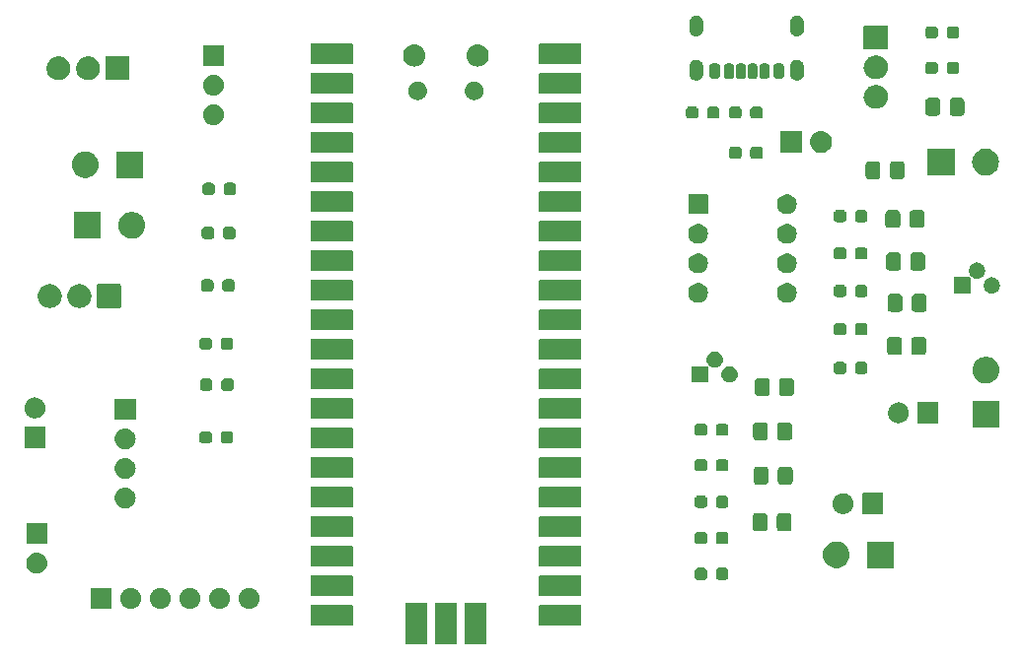
<source format=gts>
%TF.GenerationSoftware,KiCad,Pcbnew,7.0.9*%
%TF.CreationDate,2024-06-04T21:04:58+02:00*%
%TF.ProjectId,Differential,44696666-6572-4656-9e74-69616c2e6b69,rev?*%
%TF.SameCoordinates,Original*%
%TF.FileFunction,Soldermask,Top*%
%TF.FilePolarity,Negative*%
%FSLAX46Y46*%
G04 Gerber Fmt 4.6, Leading zero omitted, Abs format (unit mm)*
G04 Created by KiCad (PCBNEW 7.0.9) date 2024-06-04 21:04:58*
%MOMM*%
%LPD*%
G01*
G04 APERTURE LIST*
G04 APERTURE END LIST*
G36*
X190489134Y-143173806D02*
G01*
X190505355Y-143184645D01*
X190516194Y-143200866D01*
X190520000Y-143220000D01*
X190520000Y-146720000D01*
X190516194Y-146739134D01*
X190505355Y-146755355D01*
X190489134Y-146766194D01*
X190470000Y-146770000D01*
X188770000Y-146770000D01*
X188750866Y-146766194D01*
X188734645Y-146755355D01*
X188723806Y-146739134D01*
X188720000Y-146720000D01*
X188720000Y-143220000D01*
X188723806Y-143200866D01*
X188734645Y-143184645D01*
X188750866Y-143173806D01*
X188770000Y-143170000D01*
X190470000Y-143170000D01*
X190489134Y-143173806D01*
G37*
G36*
X193029134Y-143173806D02*
G01*
X193045355Y-143184645D01*
X193056194Y-143200866D01*
X193060000Y-143220000D01*
X193060000Y-146720000D01*
X193056194Y-146739134D01*
X193045355Y-146755355D01*
X193029134Y-146766194D01*
X193010000Y-146770000D01*
X191310000Y-146770000D01*
X191290866Y-146766194D01*
X191274645Y-146755355D01*
X191263806Y-146739134D01*
X191260000Y-146720000D01*
X191260000Y-143220000D01*
X191263806Y-143200866D01*
X191274645Y-143184645D01*
X191290866Y-143173806D01*
X191310000Y-143170000D01*
X193010000Y-143170000D01*
X193029134Y-143173806D01*
G37*
G36*
X195569134Y-143173806D02*
G01*
X195585355Y-143184645D01*
X195596194Y-143200866D01*
X195600000Y-143220000D01*
X195600000Y-146720000D01*
X195596194Y-146739134D01*
X195585355Y-146755355D01*
X195569134Y-146766194D01*
X195550000Y-146770000D01*
X193850000Y-146770000D01*
X193830866Y-146766194D01*
X193814645Y-146755355D01*
X193803806Y-146739134D01*
X193800000Y-146720000D01*
X193800000Y-143220000D01*
X193803806Y-143200866D01*
X193814645Y-143184645D01*
X193830866Y-143173806D01*
X193850000Y-143170000D01*
X195550000Y-143170000D01*
X195569134Y-143173806D01*
G37*
G36*
X184139134Y-143403806D02*
G01*
X184155355Y-143414645D01*
X184166194Y-143430866D01*
X184170000Y-143450000D01*
X184170000Y-145150000D01*
X184166194Y-145169134D01*
X184155355Y-145185355D01*
X184139134Y-145196194D01*
X184120000Y-145200000D01*
X180620000Y-145200000D01*
X180600866Y-145196194D01*
X180584645Y-145185355D01*
X180573806Y-145169134D01*
X180570000Y-145150000D01*
X180570000Y-143450000D01*
X180573806Y-143430866D01*
X180584645Y-143414645D01*
X180600866Y-143403806D01*
X180620000Y-143400000D01*
X184120000Y-143400000D01*
X184139134Y-143403806D01*
G37*
G36*
X203719134Y-143403806D02*
G01*
X203735355Y-143414645D01*
X203746194Y-143430866D01*
X203750000Y-143450000D01*
X203750000Y-145150000D01*
X203746194Y-145169134D01*
X203735355Y-145185355D01*
X203719134Y-145196194D01*
X203700000Y-145200000D01*
X200200000Y-145200000D01*
X200180866Y-145196194D01*
X200164645Y-145185355D01*
X200153806Y-145169134D01*
X200150000Y-145150000D01*
X200150000Y-143450000D01*
X200153806Y-143430866D01*
X200164645Y-143414645D01*
X200180866Y-143403806D01*
X200200000Y-143400000D01*
X203700000Y-143400000D01*
X203719134Y-143403806D01*
G37*
G36*
X163439134Y-141923806D02*
G01*
X163455355Y-141934645D01*
X163466194Y-141950866D01*
X163470000Y-141970000D01*
X163470000Y-143670000D01*
X163466194Y-143689134D01*
X163455355Y-143705355D01*
X163439134Y-143716194D01*
X163420000Y-143720000D01*
X161720000Y-143720000D01*
X161700866Y-143716194D01*
X161684645Y-143705355D01*
X161673806Y-143689134D01*
X161670000Y-143670000D01*
X161670000Y-141970000D01*
X161673806Y-141950866D01*
X161684645Y-141934645D01*
X161700866Y-141923806D01*
X161720000Y-141920000D01*
X163420000Y-141920000D01*
X163439134Y-141923806D01*
G37*
G36*
X165157607Y-141924930D02*
G01*
X165204076Y-141924930D01*
X165244202Y-141933459D01*
X165285533Y-141937530D01*
X165337460Y-141953282D01*
X165388115Y-141964049D01*
X165420527Y-141978479D01*
X165454321Y-141988731D01*
X165508023Y-142017435D01*
X165560000Y-142040577D01*
X165584165Y-142058134D01*
X165609878Y-142071878D01*
X165662333Y-142114927D01*
X165712218Y-142151170D01*
X165728412Y-142169155D01*
X165746225Y-142183774D01*
X165794089Y-142242097D01*
X165838115Y-142290993D01*
X165847365Y-142307015D01*
X165858121Y-142320121D01*
X165897908Y-142394557D01*
X165932191Y-142453937D01*
X165936134Y-142466074D01*
X165941268Y-142475678D01*
X165969568Y-142568971D01*
X165990333Y-142632879D01*
X165991064Y-142639834D01*
X165992469Y-142644466D01*
X166006151Y-142783385D01*
X166010000Y-142820000D01*
X166006151Y-142856617D01*
X165992469Y-142995533D01*
X165991064Y-143000164D01*
X165990333Y-143007121D01*
X165969563Y-143071042D01*
X165941268Y-143164321D01*
X165936135Y-143173923D01*
X165932191Y-143186063D01*
X165897901Y-143245454D01*
X165858121Y-143319878D01*
X165847367Y-143332981D01*
X165838115Y-143349007D01*
X165794080Y-143397912D01*
X165746225Y-143456225D01*
X165728415Y-143470840D01*
X165712218Y-143488830D01*
X165662323Y-143525080D01*
X165609878Y-143568121D01*
X165584171Y-143581861D01*
X165560000Y-143599423D01*
X165508012Y-143622569D01*
X165454321Y-143651268D01*
X165420534Y-143661517D01*
X165388115Y-143675951D01*
X165337449Y-143686720D01*
X165285533Y-143702469D01*
X165244210Y-143706538D01*
X165204076Y-143715070D01*
X165157597Y-143715070D01*
X165110000Y-143719758D01*
X165062403Y-143715070D01*
X165015924Y-143715070D01*
X164975789Y-143706539D01*
X164934466Y-143702469D01*
X164882546Y-143686719D01*
X164831885Y-143675951D01*
X164799467Y-143661517D01*
X164765678Y-143651268D01*
X164711981Y-143622566D01*
X164660000Y-143599423D01*
X164635831Y-143581863D01*
X164610121Y-143568121D01*
X164557667Y-143525074D01*
X164507782Y-143488830D01*
X164491587Y-143470843D01*
X164473774Y-143456225D01*
X164425908Y-143397899D01*
X164381885Y-143349007D01*
X164372634Y-143332985D01*
X164361878Y-143319878D01*
X164322085Y-143245431D01*
X164287809Y-143186063D01*
X164283866Y-143173928D01*
X164278731Y-143164321D01*
X164250421Y-143070996D01*
X164229667Y-143007121D01*
X164228936Y-143000169D01*
X164227530Y-142995533D01*
X164213832Y-142856466D01*
X164210000Y-142820000D01*
X164213832Y-142783536D01*
X164227530Y-142644466D01*
X164228936Y-142639829D01*
X164229667Y-142632879D01*
X164250416Y-142569017D01*
X164278731Y-142475678D01*
X164283866Y-142466069D01*
X164287809Y-142453937D01*
X164322078Y-142394581D01*
X164361878Y-142320121D01*
X164372636Y-142307011D01*
X164381885Y-142290993D01*
X164425898Y-142242110D01*
X164473774Y-142183774D01*
X164491590Y-142169152D01*
X164507782Y-142151170D01*
X164557657Y-142114933D01*
X164610121Y-142071878D01*
X164635836Y-142058132D01*
X164660000Y-142040577D01*
X164711970Y-142017438D01*
X164765678Y-141988731D01*
X164799474Y-141978478D01*
X164831885Y-141964049D01*
X164882535Y-141953282D01*
X164934466Y-141937530D01*
X164975798Y-141933459D01*
X165015924Y-141924930D01*
X165062393Y-141924930D01*
X165110000Y-141920241D01*
X165157607Y-141924930D01*
G37*
G36*
X167697607Y-141924930D02*
G01*
X167744076Y-141924930D01*
X167784202Y-141933459D01*
X167825533Y-141937530D01*
X167877460Y-141953282D01*
X167928115Y-141964049D01*
X167960527Y-141978479D01*
X167994321Y-141988731D01*
X168048023Y-142017435D01*
X168100000Y-142040577D01*
X168124165Y-142058134D01*
X168149878Y-142071878D01*
X168202333Y-142114927D01*
X168252218Y-142151170D01*
X168268412Y-142169155D01*
X168286225Y-142183774D01*
X168334089Y-142242097D01*
X168378115Y-142290993D01*
X168387365Y-142307015D01*
X168398121Y-142320121D01*
X168437908Y-142394557D01*
X168472191Y-142453937D01*
X168476134Y-142466074D01*
X168481268Y-142475678D01*
X168509568Y-142568971D01*
X168530333Y-142632879D01*
X168531064Y-142639834D01*
X168532469Y-142644466D01*
X168546151Y-142783385D01*
X168550000Y-142820000D01*
X168546151Y-142856617D01*
X168532469Y-142995533D01*
X168531064Y-143000164D01*
X168530333Y-143007121D01*
X168509563Y-143071042D01*
X168481268Y-143164321D01*
X168476135Y-143173923D01*
X168472191Y-143186063D01*
X168437901Y-143245454D01*
X168398121Y-143319878D01*
X168387367Y-143332981D01*
X168378115Y-143349007D01*
X168334080Y-143397912D01*
X168286225Y-143456225D01*
X168268415Y-143470840D01*
X168252218Y-143488830D01*
X168202323Y-143525080D01*
X168149878Y-143568121D01*
X168124171Y-143581861D01*
X168100000Y-143599423D01*
X168048012Y-143622569D01*
X167994321Y-143651268D01*
X167960534Y-143661517D01*
X167928115Y-143675951D01*
X167877449Y-143686720D01*
X167825533Y-143702469D01*
X167784210Y-143706538D01*
X167744076Y-143715070D01*
X167697597Y-143715070D01*
X167650000Y-143719758D01*
X167602403Y-143715070D01*
X167555924Y-143715070D01*
X167515789Y-143706539D01*
X167474466Y-143702469D01*
X167422546Y-143686719D01*
X167371885Y-143675951D01*
X167339467Y-143661517D01*
X167305678Y-143651268D01*
X167251981Y-143622566D01*
X167200000Y-143599423D01*
X167175831Y-143581863D01*
X167150121Y-143568121D01*
X167097667Y-143525074D01*
X167047782Y-143488830D01*
X167031587Y-143470843D01*
X167013774Y-143456225D01*
X166965908Y-143397899D01*
X166921885Y-143349007D01*
X166912634Y-143332985D01*
X166901878Y-143319878D01*
X166862085Y-143245431D01*
X166827809Y-143186063D01*
X166823866Y-143173928D01*
X166818731Y-143164321D01*
X166790421Y-143070996D01*
X166769667Y-143007121D01*
X166768936Y-143000169D01*
X166767530Y-142995533D01*
X166753832Y-142856466D01*
X166750000Y-142820000D01*
X166753832Y-142783536D01*
X166767530Y-142644466D01*
X166768936Y-142639829D01*
X166769667Y-142632879D01*
X166790416Y-142569017D01*
X166818731Y-142475678D01*
X166823866Y-142466069D01*
X166827809Y-142453937D01*
X166862078Y-142394581D01*
X166901878Y-142320121D01*
X166912636Y-142307011D01*
X166921885Y-142290993D01*
X166965898Y-142242110D01*
X167013774Y-142183774D01*
X167031590Y-142169152D01*
X167047782Y-142151170D01*
X167097657Y-142114933D01*
X167150121Y-142071878D01*
X167175836Y-142058132D01*
X167200000Y-142040577D01*
X167251970Y-142017438D01*
X167305678Y-141988731D01*
X167339474Y-141978478D01*
X167371885Y-141964049D01*
X167422535Y-141953282D01*
X167474466Y-141937530D01*
X167515798Y-141933459D01*
X167555924Y-141924930D01*
X167602393Y-141924930D01*
X167650000Y-141920241D01*
X167697607Y-141924930D01*
G37*
G36*
X170237607Y-141924930D02*
G01*
X170284076Y-141924930D01*
X170324202Y-141933459D01*
X170365533Y-141937530D01*
X170417460Y-141953282D01*
X170468115Y-141964049D01*
X170500527Y-141978479D01*
X170534321Y-141988731D01*
X170588023Y-142017435D01*
X170640000Y-142040577D01*
X170664165Y-142058134D01*
X170689878Y-142071878D01*
X170742333Y-142114927D01*
X170792218Y-142151170D01*
X170808412Y-142169155D01*
X170826225Y-142183774D01*
X170874089Y-142242097D01*
X170918115Y-142290993D01*
X170927365Y-142307015D01*
X170938121Y-142320121D01*
X170977908Y-142394557D01*
X171012191Y-142453937D01*
X171016134Y-142466074D01*
X171021268Y-142475678D01*
X171049568Y-142568971D01*
X171070333Y-142632879D01*
X171071064Y-142639834D01*
X171072469Y-142644466D01*
X171086151Y-142783385D01*
X171090000Y-142820000D01*
X171086151Y-142856617D01*
X171072469Y-142995533D01*
X171071064Y-143000164D01*
X171070333Y-143007121D01*
X171049563Y-143071042D01*
X171021268Y-143164321D01*
X171016135Y-143173923D01*
X171012191Y-143186063D01*
X170977901Y-143245454D01*
X170938121Y-143319878D01*
X170927367Y-143332981D01*
X170918115Y-143349007D01*
X170874080Y-143397912D01*
X170826225Y-143456225D01*
X170808415Y-143470840D01*
X170792218Y-143488830D01*
X170742323Y-143525080D01*
X170689878Y-143568121D01*
X170664171Y-143581861D01*
X170640000Y-143599423D01*
X170588012Y-143622569D01*
X170534321Y-143651268D01*
X170500534Y-143661517D01*
X170468115Y-143675951D01*
X170417449Y-143686720D01*
X170365533Y-143702469D01*
X170324210Y-143706538D01*
X170284076Y-143715070D01*
X170237597Y-143715070D01*
X170190000Y-143719758D01*
X170142403Y-143715070D01*
X170095924Y-143715070D01*
X170055789Y-143706539D01*
X170014466Y-143702469D01*
X169962546Y-143686719D01*
X169911885Y-143675951D01*
X169879467Y-143661517D01*
X169845678Y-143651268D01*
X169791981Y-143622566D01*
X169740000Y-143599423D01*
X169715831Y-143581863D01*
X169690121Y-143568121D01*
X169637667Y-143525074D01*
X169587782Y-143488830D01*
X169571587Y-143470843D01*
X169553774Y-143456225D01*
X169505908Y-143397899D01*
X169461885Y-143349007D01*
X169452634Y-143332985D01*
X169441878Y-143319878D01*
X169402085Y-143245431D01*
X169367809Y-143186063D01*
X169363866Y-143173928D01*
X169358731Y-143164321D01*
X169330421Y-143070996D01*
X169309667Y-143007121D01*
X169308936Y-143000169D01*
X169307530Y-142995533D01*
X169293832Y-142856466D01*
X169290000Y-142820000D01*
X169293832Y-142783536D01*
X169307530Y-142644466D01*
X169308936Y-142639829D01*
X169309667Y-142632879D01*
X169330416Y-142569017D01*
X169358731Y-142475678D01*
X169363866Y-142466069D01*
X169367809Y-142453937D01*
X169402078Y-142394581D01*
X169441878Y-142320121D01*
X169452636Y-142307011D01*
X169461885Y-142290993D01*
X169505898Y-142242110D01*
X169553774Y-142183774D01*
X169571590Y-142169152D01*
X169587782Y-142151170D01*
X169637657Y-142114933D01*
X169690121Y-142071878D01*
X169715836Y-142058132D01*
X169740000Y-142040577D01*
X169791970Y-142017438D01*
X169845678Y-141988731D01*
X169879474Y-141978478D01*
X169911885Y-141964049D01*
X169962535Y-141953282D01*
X170014466Y-141937530D01*
X170055798Y-141933459D01*
X170095924Y-141924930D01*
X170142393Y-141924930D01*
X170190000Y-141920241D01*
X170237607Y-141924930D01*
G37*
G36*
X172777607Y-141924930D02*
G01*
X172824076Y-141924930D01*
X172864202Y-141933459D01*
X172905533Y-141937530D01*
X172957460Y-141953282D01*
X173008115Y-141964049D01*
X173040527Y-141978479D01*
X173074321Y-141988731D01*
X173128023Y-142017435D01*
X173180000Y-142040577D01*
X173204165Y-142058134D01*
X173229878Y-142071878D01*
X173282333Y-142114927D01*
X173332218Y-142151170D01*
X173348412Y-142169155D01*
X173366225Y-142183774D01*
X173414089Y-142242097D01*
X173458115Y-142290993D01*
X173467365Y-142307015D01*
X173478121Y-142320121D01*
X173517908Y-142394557D01*
X173552191Y-142453937D01*
X173556134Y-142466074D01*
X173561268Y-142475678D01*
X173589568Y-142568971D01*
X173610333Y-142632879D01*
X173611064Y-142639834D01*
X173612469Y-142644466D01*
X173626151Y-142783385D01*
X173630000Y-142820000D01*
X173626151Y-142856617D01*
X173612469Y-142995533D01*
X173611064Y-143000164D01*
X173610333Y-143007121D01*
X173589563Y-143071042D01*
X173561268Y-143164321D01*
X173556135Y-143173923D01*
X173552191Y-143186063D01*
X173517901Y-143245454D01*
X173478121Y-143319878D01*
X173467367Y-143332981D01*
X173458115Y-143349007D01*
X173414080Y-143397912D01*
X173366225Y-143456225D01*
X173348415Y-143470840D01*
X173332218Y-143488830D01*
X173282323Y-143525080D01*
X173229878Y-143568121D01*
X173204171Y-143581861D01*
X173180000Y-143599423D01*
X173128012Y-143622569D01*
X173074321Y-143651268D01*
X173040534Y-143661517D01*
X173008115Y-143675951D01*
X172957449Y-143686720D01*
X172905533Y-143702469D01*
X172864210Y-143706538D01*
X172824076Y-143715070D01*
X172777597Y-143715070D01*
X172730000Y-143719758D01*
X172682403Y-143715070D01*
X172635924Y-143715070D01*
X172595789Y-143706539D01*
X172554466Y-143702469D01*
X172502546Y-143686719D01*
X172451885Y-143675951D01*
X172419467Y-143661517D01*
X172385678Y-143651268D01*
X172331981Y-143622566D01*
X172280000Y-143599423D01*
X172255831Y-143581863D01*
X172230121Y-143568121D01*
X172177667Y-143525074D01*
X172127782Y-143488830D01*
X172111587Y-143470843D01*
X172093774Y-143456225D01*
X172045908Y-143397899D01*
X172001885Y-143349007D01*
X171992634Y-143332985D01*
X171981878Y-143319878D01*
X171942085Y-143245431D01*
X171907809Y-143186063D01*
X171903866Y-143173928D01*
X171898731Y-143164321D01*
X171870421Y-143070996D01*
X171849667Y-143007121D01*
X171848936Y-143000169D01*
X171847530Y-142995533D01*
X171833832Y-142856466D01*
X171830000Y-142820000D01*
X171833832Y-142783536D01*
X171847530Y-142644466D01*
X171848936Y-142639829D01*
X171849667Y-142632879D01*
X171870416Y-142569017D01*
X171898731Y-142475678D01*
X171903866Y-142466069D01*
X171907809Y-142453937D01*
X171942078Y-142394581D01*
X171981878Y-142320121D01*
X171992636Y-142307011D01*
X172001885Y-142290993D01*
X172045898Y-142242110D01*
X172093774Y-142183774D01*
X172111590Y-142169152D01*
X172127782Y-142151170D01*
X172177657Y-142114933D01*
X172230121Y-142071878D01*
X172255836Y-142058132D01*
X172280000Y-142040577D01*
X172331970Y-142017438D01*
X172385678Y-141988731D01*
X172419474Y-141978478D01*
X172451885Y-141964049D01*
X172502535Y-141953282D01*
X172554466Y-141937530D01*
X172595798Y-141933459D01*
X172635924Y-141924930D01*
X172682393Y-141924930D01*
X172730000Y-141920241D01*
X172777607Y-141924930D01*
G37*
G36*
X175317607Y-141924930D02*
G01*
X175364076Y-141924930D01*
X175404202Y-141933459D01*
X175445533Y-141937530D01*
X175497460Y-141953282D01*
X175548115Y-141964049D01*
X175580527Y-141978479D01*
X175614321Y-141988731D01*
X175668023Y-142017435D01*
X175720000Y-142040577D01*
X175744165Y-142058134D01*
X175769878Y-142071878D01*
X175822333Y-142114927D01*
X175872218Y-142151170D01*
X175888412Y-142169155D01*
X175906225Y-142183774D01*
X175954089Y-142242097D01*
X175998115Y-142290993D01*
X176007365Y-142307015D01*
X176018121Y-142320121D01*
X176057908Y-142394557D01*
X176092191Y-142453937D01*
X176096134Y-142466074D01*
X176101268Y-142475678D01*
X176129568Y-142568971D01*
X176150333Y-142632879D01*
X176151064Y-142639834D01*
X176152469Y-142644466D01*
X176166151Y-142783385D01*
X176170000Y-142820000D01*
X176166151Y-142856617D01*
X176152469Y-142995533D01*
X176151064Y-143000164D01*
X176150333Y-143007121D01*
X176129563Y-143071042D01*
X176101268Y-143164321D01*
X176096135Y-143173923D01*
X176092191Y-143186063D01*
X176057901Y-143245454D01*
X176018121Y-143319878D01*
X176007367Y-143332981D01*
X175998115Y-143349007D01*
X175954080Y-143397912D01*
X175906225Y-143456225D01*
X175888415Y-143470840D01*
X175872218Y-143488830D01*
X175822323Y-143525080D01*
X175769878Y-143568121D01*
X175744171Y-143581861D01*
X175720000Y-143599423D01*
X175668012Y-143622569D01*
X175614321Y-143651268D01*
X175580534Y-143661517D01*
X175548115Y-143675951D01*
X175497449Y-143686720D01*
X175445533Y-143702469D01*
X175404210Y-143706538D01*
X175364076Y-143715070D01*
X175317597Y-143715070D01*
X175270000Y-143719758D01*
X175222403Y-143715070D01*
X175175924Y-143715070D01*
X175135789Y-143706539D01*
X175094466Y-143702469D01*
X175042546Y-143686719D01*
X174991885Y-143675951D01*
X174959467Y-143661517D01*
X174925678Y-143651268D01*
X174871981Y-143622566D01*
X174820000Y-143599423D01*
X174795831Y-143581863D01*
X174770121Y-143568121D01*
X174717667Y-143525074D01*
X174667782Y-143488830D01*
X174651587Y-143470843D01*
X174633774Y-143456225D01*
X174585908Y-143397899D01*
X174541885Y-143349007D01*
X174532634Y-143332985D01*
X174521878Y-143319878D01*
X174482085Y-143245431D01*
X174447809Y-143186063D01*
X174443866Y-143173928D01*
X174438731Y-143164321D01*
X174410421Y-143070996D01*
X174389667Y-143007121D01*
X174388936Y-143000169D01*
X174387530Y-142995533D01*
X174373832Y-142856466D01*
X174370000Y-142820000D01*
X174373832Y-142783536D01*
X174387530Y-142644466D01*
X174388936Y-142639829D01*
X174389667Y-142632879D01*
X174410416Y-142569017D01*
X174438731Y-142475678D01*
X174443866Y-142466069D01*
X174447809Y-142453937D01*
X174482078Y-142394581D01*
X174521878Y-142320121D01*
X174532636Y-142307011D01*
X174541885Y-142290993D01*
X174585898Y-142242110D01*
X174633774Y-142183774D01*
X174651590Y-142169152D01*
X174667782Y-142151170D01*
X174717657Y-142114933D01*
X174770121Y-142071878D01*
X174795836Y-142058132D01*
X174820000Y-142040577D01*
X174871970Y-142017438D01*
X174925678Y-141988731D01*
X174959474Y-141978478D01*
X174991885Y-141964049D01*
X175042535Y-141953282D01*
X175094466Y-141937530D01*
X175135798Y-141933459D01*
X175175924Y-141924930D01*
X175222393Y-141924930D01*
X175270000Y-141920241D01*
X175317607Y-141924930D01*
G37*
G36*
X184139134Y-140863806D02*
G01*
X184155355Y-140874645D01*
X184166194Y-140890866D01*
X184170000Y-140910000D01*
X184170000Y-142610000D01*
X184166194Y-142629134D01*
X184155355Y-142645355D01*
X184139134Y-142656194D01*
X184120000Y-142660000D01*
X180620000Y-142660000D01*
X180600866Y-142656194D01*
X180584645Y-142645355D01*
X180573806Y-142629134D01*
X180570000Y-142610000D01*
X180570000Y-140910000D01*
X180573806Y-140890866D01*
X180584645Y-140874645D01*
X180600866Y-140863806D01*
X180620000Y-140860000D01*
X184120000Y-140860000D01*
X184139134Y-140863806D01*
G37*
G36*
X203719134Y-140863806D02*
G01*
X203735355Y-140874645D01*
X203746194Y-140890866D01*
X203750000Y-140910000D01*
X203750000Y-142610000D01*
X203746194Y-142629134D01*
X203735355Y-142645355D01*
X203719134Y-142656194D01*
X203700000Y-142660000D01*
X200200000Y-142660000D01*
X200180866Y-142656194D01*
X200164645Y-142645355D01*
X200153806Y-142629134D01*
X200150000Y-142610000D01*
X200150000Y-140910000D01*
X200153806Y-140890866D01*
X200164645Y-140874645D01*
X200180866Y-140863806D01*
X200200000Y-140860000D01*
X203700000Y-140860000D01*
X203719134Y-140863806D01*
G37*
G36*
X214363323Y-140202637D02*
G01*
X214368033Y-140204716D01*
X214370694Y-140205067D01*
X214403978Y-140220587D01*
X214459977Y-140245313D01*
X214534687Y-140320023D01*
X214559416Y-140376031D01*
X214574932Y-140409304D01*
X214575282Y-140411964D01*
X214577363Y-140416677D01*
X214585000Y-140482500D01*
X214585000Y-140957500D01*
X214577363Y-141023323D01*
X214575281Y-141028036D01*
X214574932Y-141030694D01*
X214559430Y-141063937D01*
X214534687Y-141119977D01*
X214459977Y-141194687D01*
X214403949Y-141219424D01*
X214370695Y-141234932D01*
X214368036Y-141235282D01*
X214363323Y-141237363D01*
X214297500Y-141245000D01*
X213797500Y-141245000D01*
X213731677Y-141237363D01*
X213726964Y-141235282D01*
X213724305Y-141234932D01*
X213691043Y-141219421D01*
X213635023Y-141194687D01*
X213560313Y-141119977D01*
X213535592Y-141063990D01*
X213520067Y-141030695D01*
X213519716Y-141028032D01*
X213517637Y-141023323D01*
X213510000Y-140957500D01*
X213510000Y-140482500D01*
X213517637Y-140416677D01*
X213519716Y-140411967D01*
X213520067Y-140409305D01*
X213535595Y-140376002D01*
X213560313Y-140320023D01*
X213635023Y-140245313D01*
X213690990Y-140220601D01*
X213724304Y-140205067D01*
X213726967Y-140204716D01*
X213731677Y-140202637D01*
X213797500Y-140195000D01*
X214297500Y-140195000D01*
X214363323Y-140202637D01*
G37*
G36*
X216188323Y-140202637D02*
G01*
X216193033Y-140204716D01*
X216195694Y-140205067D01*
X216228978Y-140220587D01*
X216284977Y-140245313D01*
X216359687Y-140320023D01*
X216384416Y-140376031D01*
X216399932Y-140409304D01*
X216400282Y-140411964D01*
X216402363Y-140416677D01*
X216410000Y-140482500D01*
X216410000Y-140957500D01*
X216402363Y-141023323D01*
X216400281Y-141028036D01*
X216399932Y-141030694D01*
X216384430Y-141063937D01*
X216359687Y-141119977D01*
X216284977Y-141194687D01*
X216228949Y-141219424D01*
X216195695Y-141234932D01*
X216193036Y-141235282D01*
X216188323Y-141237363D01*
X216122500Y-141245000D01*
X215622500Y-141245000D01*
X215556677Y-141237363D01*
X215551964Y-141235282D01*
X215549305Y-141234932D01*
X215516043Y-141219421D01*
X215460023Y-141194687D01*
X215385313Y-141119977D01*
X215360592Y-141063990D01*
X215345067Y-141030695D01*
X215344716Y-141028032D01*
X215342637Y-141023323D01*
X215335000Y-140957500D01*
X215335000Y-140482500D01*
X215342637Y-140416677D01*
X215344716Y-140411967D01*
X215345067Y-140409305D01*
X215360595Y-140376002D01*
X215385313Y-140320023D01*
X215460023Y-140245313D01*
X215515990Y-140220601D01*
X215549304Y-140205067D01*
X215551967Y-140204716D01*
X215556677Y-140202637D01*
X215622500Y-140195000D01*
X216122500Y-140195000D01*
X216188323Y-140202637D01*
G37*
G36*
X157082607Y-138894930D02*
G01*
X157129076Y-138894930D01*
X157169202Y-138903459D01*
X157210533Y-138907530D01*
X157262460Y-138923282D01*
X157313115Y-138934049D01*
X157345527Y-138948479D01*
X157379321Y-138958731D01*
X157433023Y-138987435D01*
X157485000Y-139010577D01*
X157509165Y-139028134D01*
X157534878Y-139041878D01*
X157587333Y-139084927D01*
X157637218Y-139121170D01*
X157653412Y-139139155D01*
X157671225Y-139153774D01*
X157719089Y-139212097D01*
X157763115Y-139260993D01*
X157772365Y-139277015D01*
X157783121Y-139290121D01*
X157822908Y-139364557D01*
X157857191Y-139423937D01*
X157861134Y-139436074D01*
X157866268Y-139445678D01*
X157894568Y-139538971D01*
X157915333Y-139602879D01*
X157916064Y-139609834D01*
X157917469Y-139614466D01*
X157931151Y-139753385D01*
X157935000Y-139790000D01*
X157931151Y-139826617D01*
X157917469Y-139965533D01*
X157916064Y-139970164D01*
X157915333Y-139977121D01*
X157894563Y-140041042D01*
X157866268Y-140134321D01*
X157861135Y-140143923D01*
X157857191Y-140156063D01*
X157822901Y-140215454D01*
X157783121Y-140289878D01*
X157772367Y-140302981D01*
X157763115Y-140319007D01*
X157719080Y-140367912D01*
X157671225Y-140426225D01*
X157653415Y-140440840D01*
X157637218Y-140458830D01*
X157587323Y-140495080D01*
X157534878Y-140538121D01*
X157509171Y-140551861D01*
X157485000Y-140569423D01*
X157433012Y-140592569D01*
X157379321Y-140621268D01*
X157345534Y-140631517D01*
X157313115Y-140645951D01*
X157262449Y-140656720D01*
X157210533Y-140672469D01*
X157169210Y-140676538D01*
X157129076Y-140685070D01*
X157082597Y-140685070D01*
X157035000Y-140689758D01*
X156987403Y-140685070D01*
X156940924Y-140685070D01*
X156900789Y-140676539D01*
X156859466Y-140672469D01*
X156807546Y-140656719D01*
X156756885Y-140645951D01*
X156724467Y-140631517D01*
X156690678Y-140621268D01*
X156636981Y-140592566D01*
X156585000Y-140569423D01*
X156560831Y-140551863D01*
X156535121Y-140538121D01*
X156482667Y-140495074D01*
X156432782Y-140458830D01*
X156416587Y-140440843D01*
X156398774Y-140426225D01*
X156350908Y-140367899D01*
X156306885Y-140319007D01*
X156297634Y-140302985D01*
X156286878Y-140289878D01*
X156247085Y-140215431D01*
X156212809Y-140156063D01*
X156208866Y-140143928D01*
X156203731Y-140134321D01*
X156175421Y-140040996D01*
X156154667Y-139977121D01*
X156153936Y-139970169D01*
X156152530Y-139965533D01*
X156138832Y-139826466D01*
X156135000Y-139790000D01*
X156138832Y-139753536D01*
X156152530Y-139614466D01*
X156153936Y-139609829D01*
X156154667Y-139602879D01*
X156175416Y-139539017D01*
X156203731Y-139445678D01*
X156208866Y-139436069D01*
X156212809Y-139423937D01*
X156247078Y-139364581D01*
X156286878Y-139290121D01*
X156297636Y-139277011D01*
X156306885Y-139260993D01*
X156350898Y-139212110D01*
X156398774Y-139153774D01*
X156416590Y-139139152D01*
X156432782Y-139121170D01*
X156482657Y-139084933D01*
X156535121Y-139041878D01*
X156560836Y-139028132D01*
X156585000Y-139010577D01*
X156636970Y-138987438D01*
X156690678Y-138958731D01*
X156724474Y-138948478D01*
X156756885Y-138934049D01*
X156807535Y-138923282D01*
X156859466Y-138907530D01*
X156900798Y-138903459D01*
X156940924Y-138894930D01*
X156987393Y-138894930D01*
X157035000Y-138890241D01*
X157082607Y-138894930D01*
G37*
G36*
X230601317Y-137923806D02*
G01*
X230617538Y-137934645D01*
X230628377Y-137950866D01*
X230632183Y-137970000D01*
X230632183Y-140170000D01*
X230628377Y-140189134D01*
X230617538Y-140205355D01*
X230601317Y-140216194D01*
X230582183Y-140220000D01*
X228382183Y-140220000D01*
X228363049Y-140216194D01*
X228346828Y-140205355D01*
X228335989Y-140189134D01*
X228332183Y-140170000D01*
X228332183Y-137970000D01*
X228335989Y-137950866D01*
X228346828Y-137934645D01*
X228363049Y-137923806D01*
X228382183Y-137920000D01*
X230582183Y-137920000D01*
X230601317Y-137923806D01*
G37*
G36*
X225986895Y-137963901D02*
G01*
X226184782Y-138040562D01*
X226365213Y-138152280D01*
X226522043Y-138295250D01*
X226649933Y-138464603D01*
X226744526Y-138654572D01*
X226802602Y-138858688D01*
X226822183Y-139070000D01*
X226802602Y-139281312D01*
X226744526Y-139485428D01*
X226649933Y-139675397D01*
X226522043Y-139844750D01*
X226365213Y-139987720D01*
X226184782Y-140099438D01*
X225986895Y-140176099D01*
X225778292Y-140215094D01*
X225566074Y-140215094D01*
X225357471Y-140176099D01*
X225159584Y-140099438D01*
X224979153Y-139987720D01*
X224822323Y-139844750D01*
X224694433Y-139675397D01*
X224599840Y-139485428D01*
X224541764Y-139281312D01*
X224522183Y-139070000D01*
X224541764Y-138858688D01*
X224599840Y-138654572D01*
X224694433Y-138464603D01*
X224822323Y-138295250D01*
X224979153Y-138152280D01*
X225159584Y-138040562D01*
X225357471Y-137963901D01*
X225566074Y-137924906D01*
X225778292Y-137924906D01*
X225986895Y-137963901D01*
G37*
G36*
X184139134Y-138323806D02*
G01*
X184155355Y-138334645D01*
X184166194Y-138350866D01*
X184170000Y-138370000D01*
X184170000Y-140070000D01*
X184166194Y-140089134D01*
X184155355Y-140105355D01*
X184139134Y-140116194D01*
X184120000Y-140120000D01*
X182420000Y-140120000D01*
X180620000Y-140120000D01*
X180600866Y-140116194D01*
X180584645Y-140105355D01*
X180573806Y-140089134D01*
X180570000Y-140070000D01*
X180570000Y-138370000D01*
X180573806Y-138350866D01*
X180584645Y-138334645D01*
X180600866Y-138323806D01*
X180620000Y-138320000D01*
X184120000Y-138320000D01*
X184139134Y-138323806D01*
G37*
G36*
X203719134Y-138323806D02*
G01*
X203735355Y-138334645D01*
X203746194Y-138350866D01*
X203750000Y-138370000D01*
X203750000Y-140070000D01*
X203746194Y-140089134D01*
X203735355Y-140105355D01*
X203719134Y-140116194D01*
X203700000Y-140120000D01*
X201900000Y-140120000D01*
X200200000Y-140120000D01*
X200180866Y-140116194D01*
X200164645Y-140105355D01*
X200153806Y-140089134D01*
X200150000Y-140070000D01*
X200150000Y-138370000D01*
X200153806Y-138350866D01*
X200164645Y-138334645D01*
X200180866Y-138323806D01*
X200200000Y-138320000D01*
X201900000Y-138320000D01*
X203700000Y-138320000D01*
X203719134Y-138323806D01*
G37*
G36*
X157904134Y-136353806D02*
G01*
X157920355Y-136364645D01*
X157931194Y-136380866D01*
X157935000Y-136400000D01*
X157935000Y-138100000D01*
X157931194Y-138119134D01*
X157920355Y-138135355D01*
X157904134Y-138146194D01*
X157885000Y-138150000D01*
X156185000Y-138150000D01*
X156165866Y-138146194D01*
X156149645Y-138135355D01*
X156138806Y-138119134D01*
X156135000Y-138100000D01*
X156135000Y-136400000D01*
X156138806Y-136380866D01*
X156149645Y-136364645D01*
X156165866Y-136353806D01*
X156185000Y-136350000D01*
X157885000Y-136350000D01*
X157904134Y-136353806D01*
G37*
G36*
X214363323Y-137102637D02*
G01*
X214368033Y-137104716D01*
X214370694Y-137105067D01*
X214403978Y-137120587D01*
X214459977Y-137145313D01*
X214534687Y-137220023D01*
X214559416Y-137276031D01*
X214574932Y-137309304D01*
X214575282Y-137311964D01*
X214577363Y-137316677D01*
X214585000Y-137382500D01*
X214585000Y-137857500D01*
X214577363Y-137923323D01*
X214575281Y-137928036D01*
X214574932Y-137930694D01*
X214559430Y-137963937D01*
X214534687Y-138019977D01*
X214459977Y-138094687D01*
X214403949Y-138119424D01*
X214370695Y-138134932D01*
X214368036Y-138135282D01*
X214363323Y-138137363D01*
X214297500Y-138145000D01*
X213797500Y-138145000D01*
X213731677Y-138137363D01*
X213726964Y-138135282D01*
X213724305Y-138134932D01*
X213691043Y-138119421D01*
X213635023Y-138094687D01*
X213560313Y-138019977D01*
X213535592Y-137963990D01*
X213520067Y-137930695D01*
X213519716Y-137928032D01*
X213517637Y-137923323D01*
X213510000Y-137857500D01*
X213510000Y-137382500D01*
X213517637Y-137316677D01*
X213519716Y-137311967D01*
X213520067Y-137309305D01*
X213535595Y-137276002D01*
X213560313Y-137220023D01*
X213635023Y-137145313D01*
X213690990Y-137120601D01*
X213724304Y-137105067D01*
X213726967Y-137104716D01*
X213731677Y-137102637D01*
X213797500Y-137095000D01*
X214297500Y-137095000D01*
X214363323Y-137102637D01*
G37*
G36*
X216188323Y-137102637D02*
G01*
X216193033Y-137104716D01*
X216195694Y-137105067D01*
X216228978Y-137120587D01*
X216284977Y-137145313D01*
X216359687Y-137220023D01*
X216384416Y-137276031D01*
X216399932Y-137309304D01*
X216400282Y-137311964D01*
X216402363Y-137316677D01*
X216410000Y-137382500D01*
X216410000Y-137857500D01*
X216402363Y-137923323D01*
X216400281Y-137928036D01*
X216399932Y-137930694D01*
X216384430Y-137963937D01*
X216359687Y-138019977D01*
X216284977Y-138094687D01*
X216228949Y-138119424D01*
X216195695Y-138134932D01*
X216193036Y-138135282D01*
X216188323Y-138137363D01*
X216122500Y-138145000D01*
X215622500Y-138145000D01*
X215556677Y-138137363D01*
X215551964Y-138135282D01*
X215549305Y-138134932D01*
X215516043Y-138119421D01*
X215460023Y-138094687D01*
X215385313Y-138019977D01*
X215360592Y-137963990D01*
X215345067Y-137930695D01*
X215344716Y-137928032D01*
X215342637Y-137923323D01*
X215335000Y-137857500D01*
X215335000Y-137382500D01*
X215342637Y-137316677D01*
X215344716Y-137311967D01*
X215345067Y-137309305D01*
X215360595Y-137276002D01*
X215385313Y-137220023D01*
X215460023Y-137145313D01*
X215515990Y-137120601D01*
X215549304Y-137105067D01*
X215551967Y-137104716D01*
X215556677Y-137102637D01*
X215622500Y-137095000D01*
X216122500Y-137095000D01*
X216188323Y-137102637D01*
G37*
G36*
X184139134Y-135783806D02*
G01*
X184155355Y-135794645D01*
X184166194Y-135810866D01*
X184170000Y-135830000D01*
X184170000Y-137530000D01*
X184166194Y-137549134D01*
X184155355Y-137565355D01*
X184139134Y-137576194D01*
X184120000Y-137580000D01*
X180620000Y-137580000D01*
X180600866Y-137576194D01*
X180584645Y-137565355D01*
X180573806Y-137549134D01*
X180570000Y-137530000D01*
X180570000Y-135830000D01*
X180573806Y-135810866D01*
X180584645Y-135794645D01*
X180600866Y-135783806D01*
X180620000Y-135780000D01*
X184120000Y-135780000D01*
X184139134Y-135783806D01*
G37*
G36*
X203719134Y-135783806D02*
G01*
X203735355Y-135794645D01*
X203746194Y-135810866D01*
X203750000Y-135830000D01*
X203750000Y-137530000D01*
X203746194Y-137549134D01*
X203735355Y-137565355D01*
X203719134Y-137576194D01*
X203700000Y-137580000D01*
X200200000Y-137580000D01*
X200180866Y-137576194D01*
X200164645Y-137565355D01*
X200153806Y-137549134D01*
X200150000Y-137530000D01*
X200150000Y-135830000D01*
X200153806Y-135810866D01*
X200164645Y-135794645D01*
X200180866Y-135783806D01*
X200200000Y-135780000D01*
X203700000Y-135780000D01*
X203719134Y-135783806D01*
G37*
G36*
X219528685Y-135502969D02*
G01*
X219537358Y-135506798D01*
X219544925Y-135507901D01*
X219592223Y-135531023D01*
X219629541Y-135547501D01*
X219632996Y-135550956D01*
X219633920Y-135551408D01*
X219703591Y-135621079D01*
X219704042Y-135622002D01*
X219707499Y-135625459D01*
X219723978Y-135662782D01*
X219747098Y-135710073D01*
X219748200Y-135717639D01*
X219752031Y-135726315D01*
X219760000Y-135795000D01*
X219760000Y-136745000D01*
X219752031Y-136813685D01*
X219748199Y-136822361D01*
X219747098Y-136829925D01*
X219723985Y-136877202D01*
X219707499Y-136914541D01*
X219704041Y-136917998D01*
X219703591Y-136918920D01*
X219633920Y-136988591D01*
X219632998Y-136989041D01*
X219629541Y-136992499D01*
X219592207Y-137008983D01*
X219544926Y-137032098D01*
X219537361Y-137033200D01*
X219528685Y-137037031D01*
X219460000Y-137045000D01*
X218785000Y-137045000D01*
X218716315Y-137037031D01*
X218707638Y-137033200D01*
X218700074Y-137032098D01*
X218652787Y-137008981D01*
X218615459Y-136992499D01*
X218612002Y-136989042D01*
X218611079Y-136988591D01*
X218541408Y-136918920D01*
X218540956Y-136917996D01*
X218537501Y-136914541D01*
X218521025Y-136877228D01*
X218497901Y-136829926D01*
X218496798Y-136822357D01*
X218492969Y-136813685D01*
X218485000Y-136745000D01*
X218485000Y-135795000D01*
X218492969Y-135726315D01*
X218496798Y-135717642D01*
X218497901Y-135710074D01*
X218521028Y-135662766D01*
X218537501Y-135625459D01*
X218540955Y-135622004D01*
X218541408Y-135621079D01*
X218611079Y-135551408D01*
X218612004Y-135550955D01*
X218615459Y-135547501D01*
X218652761Y-135531030D01*
X218700073Y-135507901D01*
X218707642Y-135506798D01*
X218716315Y-135502969D01*
X218785000Y-135495000D01*
X219460000Y-135495000D01*
X219528685Y-135502969D01*
G37*
G36*
X221603685Y-135502969D02*
G01*
X221612358Y-135506798D01*
X221619925Y-135507901D01*
X221667223Y-135531023D01*
X221704541Y-135547501D01*
X221707996Y-135550956D01*
X221708920Y-135551408D01*
X221778591Y-135621079D01*
X221779042Y-135622002D01*
X221782499Y-135625459D01*
X221798978Y-135662782D01*
X221822098Y-135710073D01*
X221823200Y-135717639D01*
X221827031Y-135726315D01*
X221835000Y-135795000D01*
X221835000Y-136745000D01*
X221827031Y-136813685D01*
X221823199Y-136822361D01*
X221822098Y-136829925D01*
X221798985Y-136877202D01*
X221782499Y-136914541D01*
X221779041Y-136917998D01*
X221778591Y-136918920D01*
X221708920Y-136988591D01*
X221707998Y-136989041D01*
X221704541Y-136992499D01*
X221667207Y-137008983D01*
X221619926Y-137032098D01*
X221612361Y-137033200D01*
X221603685Y-137037031D01*
X221535000Y-137045000D01*
X220860000Y-137045000D01*
X220791315Y-137037031D01*
X220782638Y-137033200D01*
X220775074Y-137032098D01*
X220727787Y-137008981D01*
X220690459Y-136992499D01*
X220687002Y-136989042D01*
X220686079Y-136988591D01*
X220616408Y-136918920D01*
X220615956Y-136917996D01*
X220612501Y-136914541D01*
X220596025Y-136877228D01*
X220572901Y-136829926D01*
X220571798Y-136822357D01*
X220567969Y-136813685D01*
X220560000Y-136745000D01*
X220560000Y-135795000D01*
X220567969Y-135726315D01*
X220571798Y-135717642D01*
X220572901Y-135710074D01*
X220596028Y-135662766D01*
X220612501Y-135625459D01*
X220615955Y-135622004D01*
X220616408Y-135621079D01*
X220686079Y-135551408D01*
X220687004Y-135550955D01*
X220690459Y-135547501D01*
X220727761Y-135531030D01*
X220775073Y-135507901D01*
X220782642Y-135506798D01*
X220791315Y-135502969D01*
X220860000Y-135495000D01*
X221535000Y-135495000D01*
X221603685Y-135502969D01*
G37*
G36*
X229654134Y-133773806D02*
G01*
X229670355Y-133784645D01*
X229681194Y-133800866D01*
X229685000Y-133820000D01*
X229685000Y-135520000D01*
X229681194Y-135539134D01*
X229670355Y-135555355D01*
X229654134Y-135566194D01*
X229635000Y-135570000D01*
X227935000Y-135570000D01*
X227915866Y-135566194D01*
X227899645Y-135555355D01*
X227888806Y-135539134D01*
X227885000Y-135520000D01*
X227885000Y-133820000D01*
X227888806Y-133800866D01*
X227899645Y-133784645D01*
X227915866Y-133773806D01*
X227935000Y-133770000D01*
X229635000Y-133770000D01*
X229654134Y-133773806D01*
G37*
G36*
X226292607Y-133774930D02*
G01*
X226339076Y-133774930D01*
X226379202Y-133783459D01*
X226420533Y-133787530D01*
X226472460Y-133803282D01*
X226523115Y-133814049D01*
X226555527Y-133828479D01*
X226589321Y-133838731D01*
X226643023Y-133867435D01*
X226695000Y-133890577D01*
X226719165Y-133908134D01*
X226744878Y-133921878D01*
X226797333Y-133964927D01*
X226847218Y-134001170D01*
X226863412Y-134019155D01*
X226881225Y-134033774D01*
X226929089Y-134092097D01*
X226973115Y-134140993D01*
X226982365Y-134157015D01*
X226993121Y-134170121D01*
X227032908Y-134244557D01*
X227067191Y-134303937D01*
X227071134Y-134316074D01*
X227076268Y-134325678D01*
X227104568Y-134418971D01*
X227125333Y-134482879D01*
X227126064Y-134489834D01*
X227127469Y-134494466D01*
X227141151Y-134633385D01*
X227145000Y-134670000D01*
X227141151Y-134706617D01*
X227127469Y-134845533D01*
X227126064Y-134850164D01*
X227125333Y-134857121D01*
X227104563Y-134921042D01*
X227076268Y-135014321D01*
X227071135Y-135023923D01*
X227067191Y-135036063D01*
X227032901Y-135095454D01*
X226993121Y-135169878D01*
X226982367Y-135182981D01*
X226973115Y-135199007D01*
X226929080Y-135247912D01*
X226881225Y-135306225D01*
X226863415Y-135320840D01*
X226847218Y-135338830D01*
X226797323Y-135375080D01*
X226744878Y-135418121D01*
X226719171Y-135431861D01*
X226695000Y-135449423D01*
X226643012Y-135472569D01*
X226589321Y-135501268D01*
X226555534Y-135511517D01*
X226523115Y-135525951D01*
X226472449Y-135536720D01*
X226420533Y-135552469D01*
X226379210Y-135556538D01*
X226339076Y-135565070D01*
X226292597Y-135565070D01*
X226245000Y-135569758D01*
X226197403Y-135565070D01*
X226150924Y-135565070D01*
X226110789Y-135556539D01*
X226069466Y-135552469D01*
X226017546Y-135536719D01*
X225966885Y-135525951D01*
X225934467Y-135511517D01*
X225900678Y-135501268D01*
X225846981Y-135472566D01*
X225795000Y-135449423D01*
X225770831Y-135431863D01*
X225745121Y-135418121D01*
X225692667Y-135375074D01*
X225642782Y-135338830D01*
X225626587Y-135320843D01*
X225608774Y-135306225D01*
X225560908Y-135247899D01*
X225516885Y-135199007D01*
X225507634Y-135182985D01*
X225496878Y-135169878D01*
X225457085Y-135095431D01*
X225422809Y-135036063D01*
X225418866Y-135023928D01*
X225413731Y-135014321D01*
X225385421Y-134920996D01*
X225364667Y-134857121D01*
X225363936Y-134850169D01*
X225362530Y-134845533D01*
X225348832Y-134706466D01*
X225345000Y-134670000D01*
X225348832Y-134633536D01*
X225362530Y-134494466D01*
X225363936Y-134489829D01*
X225364667Y-134482879D01*
X225385416Y-134419017D01*
X225413731Y-134325678D01*
X225418866Y-134316069D01*
X225422809Y-134303937D01*
X225457078Y-134244581D01*
X225496878Y-134170121D01*
X225507636Y-134157011D01*
X225516885Y-134140993D01*
X225560898Y-134092110D01*
X225608774Y-134033774D01*
X225626590Y-134019152D01*
X225642782Y-134001170D01*
X225692657Y-133964933D01*
X225745121Y-133921878D01*
X225770836Y-133908132D01*
X225795000Y-133890577D01*
X225846970Y-133867438D01*
X225900678Y-133838731D01*
X225934474Y-133828478D01*
X225966885Y-133814049D01*
X226017535Y-133803282D01*
X226069466Y-133787530D01*
X226110798Y-133783459D01*
X226150924Y-133774930D01*
X226197393Y-133774930D01*
X226245000Y-133770241D01*
X226292607Y-133774930D01*
G37*
G36*
X164682607Y-133294930D02*
G01*
X164729076Y-133294930D01*
X164769202Y-133303459D01*
X164810533Y-133307530D01*
X164862460Y-133323282D01*
X164913115Y-133334049D01*
X164945527Y-133348479D01*
X164979321Y-133358731D01*
X165033023Y-133387435D01*
X165085000Y-133410577D01*
X165109165Y-133428134D01*
X165134878Y-133441878D01*
X165187333Y-133484927D01*
X165237218Y-133521170D01*
X165253412Y-133539155D01*
X165271225Y-133553774D01*
X165319089Y-133612097D01*
X165363115Y-133660993D01*
X165372365Y-133677015D01*
X165383121Y-133690121D01*
X165422908Y-133764557D01*
X165457191Y-133823937D01*
X165461134Y-133836074D01*
X165466268Y-133845678D01*
X165494568Y-133938971D01*
X165515333Y-134002879D01*
X165516064Y-134009834D01*
X165517469Y-134014466D01*
X165531151Y-134153385D01*
X165535000Y-134190000D01*
X165531151Y-134226617D01*
X165517469Y-134365533D01*
X165516064Y-134370164D01*
X165515333Y-134377121D01*
X165494563Y-134441042D01*
X165466268Y-134534321D01*
X165461135Y-134543923D01*
X165457191Y-134556063D01*
X165422901Y-134615454D01*
X165383121Y-134689878D01*
X165372367Y-134702981D01*
X165363115Y-134719007D01*
X165319080Y-134767912D01*
X165271225Y-134826225D01*
X165253415Y-134840840D01*
X165237218Y-134858830D01*
X165187323Y-134895080D01*
X165134878Y-134938121D01*
X165109171Y-134951861D01*
X165085000Y-134969423D01*
X165033012Y-134992569D01*
X164979321Y-135021268D01*
X164945534Y-135031517D01*
X164913115Y-135045951D01*
X164862449Y-135056720D01*
X164810533Y-135072469D01*
X164769210Y-135076538D01*
X164729076Y-135085070D01*
X164682597Y-135085070D01*
X164635000Y-135089758D01*
X164587403Y-135085070D01*
X164540924Y-135085070D01*
X164500789Y-135076539D01*
X164459466Y-135072469D01*
X164407546Y-135056719D01*
X164356885Y-135045951D01*
X164324467Y-135031517D01*
X164290678Y-135021268D01*
X164236981Y-134992566D01*
X164185000Y-134969423D01*
X164160831Y-134951863D01*
X164135121Y-134938121D01*
X164082667Y-134895074D01*
X164032782Y-134858830D01*
X164016587Y-134840843D01*
X163998774Y-134826225D01*
X163950908Y-134767899D01*
X163906885Y-134719007D01*
X163897634Y-134702985D01*
X163886878Y-134689878D01*
X163847085Y-134615431D01*
X163812809Y-134556063D01*
X163808866Y-134543928D01*
X163803731Y-134534321D01*
X163775421Y-134440996D01*
X163754667Y-134377121D01*
X163753936Y-134370169D01*
X163752530Y-134365533D01*
X163738832Y-134226466D01*
X163735000Y-134190000D01*
X163738832Y-134153536D01*
X163752530Y-134014466D01*
X163753936Y-134009829D01*
X163754667Y-134002879D01*
X163775416Y-133939017D01*
X163803731Y-133845678D01*
X163808866Y-133836069D01*
X163812809Y-133823937D01*
X163847078Y-133764581D01*
X163886878Y-133690121D01*
X163897636Y-133677011D01*
X163906885Y-133660993D01*
X163950898Y-133612110D01*
X163998774Y-133553774D01*
X164016590Y-133539152D01*
X164032782Y-133521170D01*
X164082657Y-133484933D01*
X164135121Y-133441878D01*
X164160836Y-133428132D01*
X164185000Y-133410577D01*
X164236970Y-133387438D01*
X164290678Y-133358731D01*
X164324474Y-133348478D01*
X164356885Y-133334049D01*
X164407535Y-133323282D01*
X164459466Y-133307530D01*
X164500798Y-133303459D01*
X164540924Y-133294930D01*
X164587393Y-133294930D01*
X164635000Y-133290241D01*
X164682607Y-133294930D01*
G37*
G36*
X214363323Y-134002637D02*
G01*
X214368033Y-134004716D01*
X214370694Y-134005067D01*
X214403978Y-134020587D01*
X214459977Y-134045313D01*
X214534687Y-134120023D01*
X214559416Y-134176031D01*
X214574932Y-134209304D01*
X214575282Y-134211964D01*
X214577363Y-134216677D01*
X214585000Y-134282500D01*
X214585000Y-134757500D01*
X214577363Y-134823323D01*
X214575281Y-134828036D01*
X214574932Y-134830694D01*
X214559430Y-134863937D01*
X214534687Y-134919977D01*
X214459977Y-134994687D01*
X214403949Y-135019424D01*
X214370695Y-135034932D01*
X214368036Y-135035282D01*
X214363323Y-135037363D01*
X214297500Y-135045000D01*
X213797500Y-135045000D01*
X213731677Y-135037363D01*
X213726964Y-135035282D01*
X213724305Y-135034932D01*
X213691043Y-135019421D01*
X213635023Y-134994687D01*
X213560313Y-134919977D01*
X213535592Y-134863990D01*
X213520067Y-134830695D01*
X213519716Y-134828032D01*
X213517637Y-134823323D01*
X213510000Y-134757500D01*
X213510000Y-134282500D01*
X213517637Y-134216677D01*
X213519716Y-134211967D01*
X213520067Y-134209305D01*
X213535595Y-134176002D01*
X213560313Y-134120023D01*
X213635023Y-134045313D01*
X213690990Y-134020601D01*
X213724304Y-134005067D01*
X213726967Y-134004716D01*
X213731677Y-134002637D01*
X213797500Y-133995000D01*
X214297500Y-133995000D01*
X214363323Y-134002637D01*
G37*
G36*
X216188323Y-134002637D02*
G01*
X216193033Y-134004716D01*
X216195694Y-134005067D01*
X216228978Y-134020587D01*
X216284977Y-134045313D01*
X216359687Y-134120023D01*
X216384416Y-134176031D01*
X216399932Y-134209304D01*
X216400282Y-134211964D01*
X216402363Y-134216677D01*
X216410000Y-134282500D01*
X216410000Y-134757500D01*
X216402363Y-134823323D01*
X216400281Y-134828036D01*
X216399932Y-134830694D01*
X216384430Y-134863937D01*
X216359687Y-134919977D01*
X216284977Y-134994687D01*
X216228949Y-135019424D01*
X216195695Y-135034932D01*
X216193036Y-135035282D01*
X216188323Y-135037363D01*
X216122500Y-135045000D01*
X215622500Y-135045000D01*
X215556677Y-135037363D01*
X215551964Y-135035282D01*
X215549305Y-135034932D01*
X215516043Y-135019421D01*
X215460023Y-134994687D01*
X215385313Y-134919977D01*
X215360592Y-134863990D01*
X215345067Y-134830695D01*
X215344716Y-134828032D01*
X215342637Y-134823323D01*
X215335000Y-134757500D01*
X215335000Y-134282500D01*
X215342637Y-134216677D01*
X215344716Y-134211967D01*
X215345067Y-134209305D01*
X215360595Y-134176002D01*
X215385313Y-134120023D01*
X215460023Y-134045313D01*
X215515990Y-134020601D01*
X215549304Y-134005067D01*
X215551967Y-134004716D01*
X215556677Y-134002637D01*
X215622500Y-133995000D01*
X216122500Y-133995000D01*
X216188323Y-134002637D01*
G37*
G36*
X184139134Y-133243806D02*
G01*
X184155355Y-133254645D01*
X184166194Y-133270866D01*
X184170000Y-133290000D01*
X184170000Y-134990000D01*
X184166194Y-135009134D01*
X184155355Y-135025355D01*
X184139134Y-135036194D01*
X184120000Y-135040000D01*
X180620000Y-135040000D01*
X180600866Y-135036194D01*
X180584645Y-135025355D01*
X180573806Y-135009134D01*
X180570000Y-134990000D01*
X180570000Y-133290000D01*
X180573806Y-133270866D01*
X180584645Y-133254645D01*
X180600866Y-133243806D01*
X180620000Y-133240000D01*
X184120000Y-133240000D01*
X184139134Y-133243806D01*
G37*
G36*
X203719134Y-133243806D02*
G01*
X203735355Y-133254645D01*
X203746194Y-133270866D01*
X203750000Y-133290000D01*
X203750000Y-134990000D01*
X203746194Y-135009134D01*
X203735355Y-135025355D01*
X203719134Y-135036194D01*
X203700000Y-135040000D01*
X200200000Y-135040000D01*
X200180866Y-135036194D01*
X200164645Y-135025355D01*
X200153806Y-135009134D01*
X200150000Y-134990000D01*
X200150000Y-133290000D01*
X200153806Y-133270866D01*
X200164645Y-133254645D01*
X200180866Y-133243806D01*
X200200000Y-133240000D01*
X203700000Y-133240000D01*
X203719134Y-133243806D01*
G37*
G36*
X219616185Y-131502969D02*
G01*
X219624858Y-131506798D01*
X219632425Y-131507901D01*
X219679723Y-131531023D01*
X219717041Y-131547501D01*
X219720496Y-131550956D01*
X219721420Y-131551408D01*
X219791091Y-131621079D01*
X219791542Y-131622002D01*
X219794999Y-131625459D01*
X219811478Y-131662782D01*
X219834598Y-131710073D01*
X219835700Y-131717639D01*
X219839531Y-131726315D01*
X219847500Y-131795000D01*
X219847500Y-132745000D01*
X219839531Y-132813685D01*
X219835699Y-132822361D01*
X219834598Y-132829925D01*
X219811485Y-132877202D01*
X219794999Y-132914541D01*
X219791541Y-132917998D01*
X219791091Y-132918920D01*
X219721420Y-132988591D01*
X219720498Y-132989041D01*
X219717041Y-132992499D01*
X219679707Y-133008983D01*
X219632426Y-133032098D01*
X219624861Y-133033200D01*
X219616185Y-133037031D01*
X219547500Y-133045000D01*
X218872500Y-133045000D01*
X218803815Y-133037031D01*
X218795138Y-133033200D01*
X218787574Y-133032098D01*
X218740287Y-133008981D01*
X218702959Y-132992499D01*
X218699502Y-132989042D01*
X218698579Y-132988591D01*
X218628908Y-132918920D01*
X218628456Y-132917996D01*
X218625001Y-132914541D01*
X218608525Y-132877228D01*
X218585401Y-132829926D01*
X218584298Y-132822357D01*
X218580469Y-132813685D01*
X218572500Y-132745000D01*
X218572500Y-131795000D01*
X218580469Y-131726315D01*
X218584298Y-131717642D01*
X218585401Y-131710074D01*
X218608528Y-131662766D01*
X218625001Y-131625459D01*
X218628455Y-131622004D01*
X218628908Y-131621079D01*
X218698579Y-131551408D01*
X218699504Y-131550955D01*
X218702959Y-131547501D01*
X218740261Y-131531030D01*
X218787573Y-131507901D01*
X218795142Y-131506798D01*
X218803815Y-131502969D01*
X218872500Y-131495000D01*
X219547500Y-131495000D01*
X219616185Y-131502969D01*
G37*
G36*
X221691185Y-131502969D02*
G01*
X221699858Y-131506798D01*
X221707425Y-131507901D01*
X221754723Y-131531023D01*
X221792041Y-131547501D01*
X221795496Y-131550956D01*
X221796420Y-131551408D01*
X221866091Y-131621079D01*
X221866542Y-131622002D01*
X221869999Y-131625459D01*
X221886478Y-131662782D01*
X221909598Y-131710073D01*
X221910700Y-131717639D01*
X221914531Y-131726315D01*
X221922500Y-131795000D01*
X221922500Y-132745000D01*
X221914531Y-132813685D01*
X221910699Y-132822361D01*
X221909598Y-132829925D01*
X221886485Y-132877202D01*
X221869999Y-132914541D01*
X221866541Y-132917998D01*
X221866091Y-132918920D01*
X221796420Y-132988591D01*
X221795498Y-132989041D01*
X221792041Y-132992499D01*
X221754707Y-133008983D01*
X221707426Y-133032098D01*
X221699861Y-133033200D01*
X221691185Y-133037031D01*
X221622500Y-133045000D01*
X220947500Y-133045000D01*
X220878815Y-133037031D01*
X220870138Y-133033200D01*
X220862574Y-133032098D01*
X220815287Y-133008981D01*
X220777959Y-132992499D01*
X220774502Y-132989042D01*
X220773579Y-132988591D01*
X220703908Y-132918920D01*
X220703456Y-132917996D01*
X220700001Y-132914541D01*
X220683525Y-132877228D01*
X220660401Y-132829926D01*
X220659298Y-132822357D01*
X220655469Y-132813685D01*
X220647500Y-132745000D01*
X220647500Y-131795000D01*
X220655469Y-131726315D01*
X220659298Y-131717642D01*
X220660401Y-131710074D01*
X220683528Y-131662766D01*
X220700001Y-131625459D01*
X220703455Y-131622004D01*
X220703908Y-131621079D01*
X220773579Y-131551408D01*
X220774504Y-131550955D01*
X220777959Y-131547501D01*
X220815261Y-131531030D01*
X220862573Y-131507901D01*
X220870142Y-131506798D01*
X220878815Y-131502969D01*
X220947500Y-131495000D01*
X221622500Y-131495000D01*
X221691185Y-131502969D01*
G37*
G36*
X164682607Y-130754930D02*
G01*
X164729076Y-130754930D01*
X164769202Y-130763459D01*
X164810533Y-130767530D01*
X164862460Y-130783282D01*
X164913115Y-130794049D01*
X164945527Y-130808479D01*
X164979321Y-130818731D01*
X165033023Y-130847435D01*
X165085000Y-130870577D01*
X165109165Y-130888134D01*
X165134878Y-130901878D01*
X165187333Y-130944927D01*
X165237218Y-130981170D01*
X165253412Y-130999155D01*
X165271225Y-131013774D01*
X165319089Y-131072097D01*
X165363115Y-131120993D01*
X165372365Y-131137015D01*
X165383121Y-131150121D01*
X165422908Y-131224557D01*
X165457191Y-131283937D01*
X165461134Y-131296074D01*
X165466268Y-131305678D01*
X165494568Y-131398971D01*
X165515333Y-131462879D01*
X165516064Y-131469834D01*
X165517469Y-131474466D01*
X165531151Y-131613385D01*
X165535000Y-131650000D01*
X165531151Y-131686617D01*
X165517469Y-131825533D01*
X165516064Y-131830164D01*
X165515333Y-131837121D01*
X165494563Y-131901042D01*
X165466268Y-131994321D01*
X165461135Y-132003923D01*
X165457191Y-132016063D01*
X165422901Y-132075454D01*
X165383121Y-132149878D01*
X165372367Y-132162981D01*
X165363115Y-132179007D01*
X165319080Y-132227912D01*
X165271225Y-132286225D01*
X165253415Y-132300840D01*
X165237218Y-132318830D01*
X165187323Y-132355080D01*
X165134878Y-132398121D01*
X165109171Y-132411861D01*
X165085000Y-132429423D01*
X165033012Y-132452569D01*
X164979321Y-132481268D01*
X164945534Y-132491517D01*
X164913115Y-132505951D01*
X164862449Y-132516720D01*
X164810533Y-132532469D01*
X164769210Y-132536538D01*
X164729076Y-132545070D01*
X164682597Y-132545070D01*
X164635000Y-132549758D01*
X164587403Y-132545070D01*
X164540924Y-132545070D01*
X164500789Y-132536539D01*
X164459466Y-132532469D01*
X164407546Y-132516719D01*
X164356885Y-132505951D01*
X164324467Y-132491517D01*
X164290678Y-132481268D01*
X164236981Y-132452566D01*
X164185000Y-132429423D01*
X164160831Y-132411863D01*
X164135121Y-132398121D01*
X164082667Y-132355074D01*
X164032782Y-132318830D01*
X164016587Y-132300843D01*
X163998774Y-132286225D01*
X163950908Y-132227899D01*
X163906885Y-132179007D01*
X163897634Y-132162985D01*
X163886878Y-132149878D01*
X163847085Y-132075431D01*
X163812809Y-132016063D01*
X163808866Y-132003928D01*
X163803731Y-131994321D01*
X163775421Y-131900996D01*
X163754667Y-131837121D01*
X163753936Y-131830169D01*
X163752530Y-131825533D01*
X163738832Y-131686466D01*
X163735000Y-131650000D01*
X163738832Y-131613536D01*
X163752530Y-131474466D01*
X163753936Y-131469829D01*
X163754667Y-131462879D01*
X163775416Y-131399017D01*
X163803731Y-131305678D01*
X163808866Y-131296069D01*
X163812809Y-131283937D01*
X163847078Y-131224581D01*
X163886878Y-131150121D01*
X163897636Y-131137011D01*
X163906885Y-131120993D01*
X163950898Y-131072110D01*
X163998774Y-131013774D01*
X164016590Y-130999152D01*
X164032782Y-130981170D01*
X164082657Y-130944933D01*
X164135121Y-130901878D01*
X164160836Y-130888132D01*
X164185000Y-130870577D01*
X164236970Y-130847438D01*
X164290678Y-130818731D01*
X164324474Y-130808478D01*
X164356885Y-130794049D01*
X164407535Y-130783282D01*
X164459466Y-130767530D01*
X164500798Y-130763459D01*
X164540924Y-130754930D01*
X164587393Y-130754930D01*
X164635000Y-130750241D01*
X164682607Y-130754930D01*
G37*
G36*
X184139134Y-130703806D02*
G01*
X184155355Y-130714645D01*
X184166194Y-130730866D01*
X184170000Y-130750000D01*
X184170000Y-132450000D01*
X184166194Y-132469134D01*
X184155355Y-132485355D01*
X184139134Y-132496194D01*
X184120000Y-132500000D01*
X180620000Y-132500000D01*
X180600866Y-132496194D01*
X180584645Y-132485355D01*
X180573806Y-132469134D01*
X180570000Y-132450000D01*
X180570000Y-130750000D01*
X180573806Y-130730866D01*
X180584645Y-130714645D01*
X180600866Y-130703806D01*
X180620000Y-130700000D01*
X184120000Y-130700000D01*
X184139134Y-130703806D01*
G37*
G36*
X203719134Y-130703806D02*
G01*
X203735355Y-130714645D01*
X203746194Y-130730866D01*
X203750000Y-130750000D01*
X203750000Y-132450000D01*
X203746194Y-132469134D01*
X203735355Y-132485355D01*
X203719134Y-132496194D01*
X203700000Y-132500000D01*
X200200000Y-132500000D01*
X200180866Y-132496194D01*
X200164645Y-132485355D01*
X200153806Y-132469134D01*
X200150000Y-132450000D01*
X200150000Y-130750000D01*
X200153806Y-130730866D01*
X200164645Y-130714645D01*
X200180866Y-130703806D01*
X200200000Y-130700000D01*
X203700000Y-130700000D01*
X203719134Y-130703806D01*
G37*
G36*
X214363323Y-130852637D02*
G01*
X214368033Y-130854716D01*
X214370694Y-130855067D01*
X214403978Y-130870587D01*
X214459977Y-130895313D01*
X214534687Y-130970023D01*
X214559416Y-131026031D01*
X214574932Y-131059304D01*
X214575282Y-131061964D01*
X214577363Y-131066677D01*
X214585000Y-131132500D01*
X214585000Y-131607500D01*
X214577363Y-131673323D01*
X214575281Y-131678036D01*
X214574932Y-131680694D01*
X214559430Y-131713937D01*
X214534687Y-131769977D01*
X214459977Y-131844687D01*
X214403949Y-131869424D01*
X214370695Y-131884932D01*
X214368036Y-131885282D01*
X214363323Y-131887363D01*
X214297500Y-131895000D01*
X213797500Y-131895000D01*
X213731677Y-131887363D01*
X213726964Y-131885282D01*
X213724305Y-131884932D01*
X213691043Y-131869421D01*
X213635023Y-131844687D01*
X213560313Y-131769977D01*
X213535592Y-131713990D01*
X213520067Y-131680695D01*
X213519716Y-131678032D01*
X213517637Y-131673323D01*
X213510000Y-131607500D01*
X213510000Y-131132500D01*
X213517637Y-131066677D01*
X213519716Y-131061967D01*
X213520067Y-131059305D01*
X213535595Y-131026002D01*
X213560313Y-130970023D01*
X213635023Y-130895313D01*
X213690990Y-130870601D01*
X213724304Y-130855067D01*
X213726967Y-130854716D01*
X213731677Y-130852637D01*
X213797500Y-130845000D01*
X214297500Y-130845000D01*
X214363323Y-130852637D01*
G37*
G36*
X216188323Y-130852637D02*
G01*
X216193033Y-130854716D01*
X216195694Y-130855067D01*
X216228978Y-130870587D01*
X216284977Y-130895313D01*
X216359687Y-130970023D01*
X216384416Y-131026031D01*
X216399932Y-131059304D01*
X216400282Y-131061964D01*
X216402363Y-131066677D01*
X216410000Y-131132500D01*
X216410000Y-131607500D01*
X216402363Y-131673323D01*
X216400281Y-131678036D01*
X216399932Y-131680694D01*
X216384430Y-131713937D01*
X216359687Y-131769977D01*
X216284977Y-131844687D01*
X216228949Y-131869424D01*
X216195695Y-131884932D01*
X216193036Y-131885282D01*
X216188323Y-131887363D01*
X216122500Y-131895000D01*
X215622500Y-131895000D01*
X215556677Y-131887363D01*
X215551964Y-131885282D01*
X215549305Y-131884932D01*
X215516043Y-131869421D01*
X215460023Y-131844687D01*
X215385313Y-131769977D01*
X215360592Y-131713990D01*
X215345067Y-131680695D01*
X215344716Y-131678032D01*
X215342637Y-131673323D01*
X215335000Y-131607500D01*
X215335000Y-131132500D01*
X215342637Y-131066677D01*
X215344716Y-131061967D01*
X215345067Y-131059305D01*
X215360595Y-131026002D01*
X215385313Y-130970023D01*
X215460023Y-130895313D01*
X215515990Y-130870601D01*
X215549304Y-130855067D01*
X215551967Y-130854716D01*
X215556677Y-130852637D01*
X215622500Y-130845000D01*
X216122500Y-130845000D01*
X216188323Y-130852637D01*
G37*
G36*
X164682607Y-128214930D02*
G01*
X164729076Y-128214930D01*
X164769202Y-128223459D01*
X164810533Y-128227530D01*
X164862460Y-128243282D01*
X164913115Y-128254049D01*
X164945527Y-128268479D01*
X164979321Y-128278731D01*
X165033023Y-128307435D01*
X165085000Y-128330577D01*
X165109165Y-128348134D01*
X165134878Y-128361878D01*
X165187333Y-128404927D01*
X165237218Y-128441170D01*
X165253412Y-128459155D01*
X165271225Y-128473774D01*
X165319089Y-128532097D01*
X165363115Y-128580993D01*
X165372365Y-128597015D01*
X165383121Y-128610121D01*
X165422908Y-128684557D01*
X165457191Y-128743937D01*
X165461134Y-128756074D01*
X165466268Y-128765678D01*
X165494568Y-128858971D01*
X165515333Y-128922879D01*
X165516064Y-128929834D01*
X165517469Y-128934466D01*
X165531151Y-129073385D01*
X165535000Y-129110000D01*
X165531151Y-129146617D01*
X165517469Y-129285533D01*
X165516064Y-129290164D01*
X165515333Y-129297121D01*
X165494563Y-129361042D01*
X165466268Y-129454321D01*
X165461135Y-129463923D01*
X165457191Y-129476063D01*
X165422901Y-129535454D01*
X165383121Y-129609878D01*
X165372367Y-129622981D01*
X165363115Y-129639007D01*
X165319080Y-129687912D01*
X165271225Y-129746225D01*
X165253415Y-129760840D01*
X165237218Y-129778830D01*
X165187323Y-129815080D01*
X165134878Y-129858121D01*
X165109171Y-129871861D01*
X165085000Y-129889423D01*
X165033012Y-129912569D01*
X164979321Y-129941268D01*
X164945534Y-129951517D01*
X164913115Y-129965951D01*
X164862449Y-129976720D01*
X164810533Y-129992469D01*
X164769210Y-129996538D01*
X164729076Y-130005070D01*
X164682597Y-130005070D01*
X164635000Y-130009758D01*
X164587403Y-130005070D01*
X164540924Y-130005070D01*
X164500789Y-129996539D01*
X164459466Y-129992469D01*
X164407546Y-129976719D01*
X164356885Y-129965951D01*
X164324467Y-129951517D01*
X164290678Y-129941268D01*
X164236981Y-129912566D01*
X164185000Y-129889423D01*
X164160831Y-129871863D01*
X164135121Y-129858121D01*
X164082667Y-129815074D01*
X164032782Y-129778830D01*
X164016587Y-129760843D01*
X163998774Y-129746225D01*
X163950908Y-129687899D01*
X163906885Y-129639007D01*
X163897634Y-129622985D01*
X163886878Y-129609878D01*
X163847085Y-129535431D01*
X163812809Y-129476063D01*
X163808866Y-129463928D01*
X163803731Y-129454321D01*
X163775421Y-129360996D01*
X163754667Y-129297121D01*
X163753936Y-129290169D01*
X163752530Y-129285533D01*
X163738832Y-129146466D01*
X163735000Y-129110000D01*
X163738832Y-129073536D01*
X163752530Y-128934466D01*
X163753936Y-128929829D01*
X163754667Y-128922879D01*
X163775416Y-128859017D01*
X163803731Y-128765678D01*
X163808866Y-128756069D01*
X163812809Y-128743937D01*
X163847078Y-128684581D01*
X163886878Y-128610121D01*
X163897636Y-128597011D01*
X163906885Y-128580993D01*
X163950898Y-128532110D01*
X163998774Y-128473774D01*
X164016590Y-128459152D01*
X164032782Y-128441170D01*
X164082657Y-128404933D01*
X164135121Y-128361878D01*
X164160836Y-128348132D01*
X164185000Y-128330577D01*
X164236970Y-128307438D01*
X164290678Y-128278731D01*
X164324474Y-128268478D01*
X164356885Y-128254049D01*
X164407535Y-128243282D01*
X164459466Y-128227530D01*
X164500798Y-128223459D01*
X164540924Y-128214930D01*
X164587393Y-128214930D01*
X164635000Y-128210241D01*
X164682607Y-128214930D01*
G37*
G36*
X184139134Y-128163806D02*
G01*
X184155355Y-128174645D01*
X184166194Y-128190866D01*
X184170000Y-128210000D01*
X184170000Y-129910000D01*
X184166194Y-129929134D01*
X184155355Y-129945355D01*
X184139134Y-129956194D01*
X184120000Y-129960000D01*
X180620000Y-129960000D01*
X180600866Y-129956194D01*
X180584645Y-129945355D01*
X180573806Y-129929134D01*
X180570000Y-129910000D01*
X180570000Y-128210000D01*
X180573806Y-128190866D01*
X180584645Y-128174645D01*
X180600866Y-128163806D01*
X180620000Y-128160000D01*
X184120000Y-128160000D01*
X184139134Y-128163806D01*
G37*
G36*
X203719134Y-128163806D02*
G01*
X203735355Y-128174645D01*
X203746194Y-128190866D01*
X203750000Y-128210000D01*
X203750000Y-129910000D01*
X203746194Y-129929134D01*
X203735355Y-129945355D01*
X203719134Y-129956194D01*
X203700000Y-129960000D01*
X200200000Y-129960000D01*
X200180866Y-129956194D01*
X200164645Y-129945355D01*
X200153806Y-129929134D01*
X200150000Y-129910000D01*
X200150000Y-128210000D01*
X200153806Y-128190866D01*
X200164645Y-128174645D01*
X200180866Y-128163806D01*
X200200000Y-128160000D01*
X203700000Y-128160000D01*
X203719134Y-128163806D01*
G37*
G36*
X157754134Y-128093806D02*
G01*
X157770355Y-128104645D01*
X157781194Y-128120866D01*
X157785000Y-128140000D01*
X157785000Y-129840000D01*
X157781194Y-129859134D01*
X157770355Y-129875355D01*
X157754134Y-129886194D01*
X157735000Y-129890000D01*
X156035000Y-129890000D01*
X156015866Y-129886194D01*
X155999645Y-129875355D01*
X155988806Y-129859134D01*
X155985000Y-129840000D01*
X155985000Y-128140000D01*
X155988806Y-128120866D01*
X155999645Y-128104645D01*
X156015866Y-128093806D01*
X156035000Y-128090000D01*
X157735000Y-128090000D01*
X157754134Y-128093806D01*
G37*
G36*
X171863323Y-128452637D02*
G01*
X171868033Y-128454716D01*
X171870694Y-128455067D01*
X171903978Y-128470587D01*
X171959977Y-128495313D01*
X172034687Y-128570023D01*
X172059416Y-128626031D01*
X172074932Y-128659304D01*
X172075282Y-128661964D01*
X172077363Y-128666677D01*
X172085000Y-128732500D01*
X172085000Y-129207500D01*
X172077363Y-129273323D01*
X172075281Y-129278036D01*
X172074932Y-129280694D01*
X172059430Y-129313937D01*
X172034687Y-129369977D01*
X171959977Y-129444687D01*
X171903949Y-129469424D01*
X171870695Y-129484932D01*
X171868036Y-129485282D01*
X171863323Y-129487363D01*
X171797500Y-129495000D01*
X171297500Y-129495000D01*
X171231677Y-129487363D01*
X171226964Y-129485282D01*
X171224305Y-129484932D01*
X171191043Y-129469421D01*
X171135023Y-129444687D01*
X171060313Y-129369977D01*
X171035592Y-129313990D01*
X171020067Y-129280695D01*
X171019716Y-129278032D01*
X171017637Y-129273323D01*
X171010000Y-129207500D01*
X171010000Y-128732500D01*
X171017637Y-128666677D01*
X171019716Y-128661967D01*
X171020067Y-128659305D01*
X171035595Y-128626002D01*
X171060313Y-128570023D01*
X171135023Y-128495313D01*
X171190990Y-128470601D01*
X171224304Y-128455067D01*
X171226967Y-128454716D01*
X171231677Y-128452637D01*
X171297500Y-128445000D01*
X171797500Y-128445000D01*
X171863323Y-128452637D01*
G37*
G36*
X173688323Y-128452637D02*
G01*
X173693033Y-128454716D01*
X173695694Y-128455067D01*
X173728978Y-128470587D01*
X173784977Y-128495313D01*
X173859687Y-128570023D01*
X173884416Y-128626031D01*
X173899932Y-128659304D01*
X173900282Y-128661964D01*
X173902363Y-128666677D01*
X173910000Y-128732500D01*
X173910000Y-129207500D01*
X173902363Y-129273323D01*
X173900281Y-129278036D01*
X173899932Y-129280694D01*
X173884430Y-129313937D01*
X173859687Y-129369977D01*
X173784977Y-129444687D01*
X173728949Y-129469424D01*
X173695695Y-129484932D01*
X173693036Y-129485282D01*
X173688323Y-129487363D01*
X173622500Y-129495000D01*
X173122500Y-129495000D01*
X173056677Y-129487363D01*
X173051964Y-129485282D01*
X173049305Y-129484932D01*
X173016043Y-129469421D01*
X172960023Y-129444687D01*
X172885313Y-129369977D01*
X172860592Y-129313990D01*
X172845067Y-129280695D01*
X172844716Y-129278032D01*
X172842637Y-129273323D01*
X172835000Y-129207500D01*
X172835000Y-128732500D01*
X172842637Y-128666677D01*
X172844716Y-128661967D01*
X172845067Y-128659305D01*
X172860595Y-128626002D01*
X172885313Y-128570023D01*
X172960023Y-128495313D01*
X173015990Y-128470601D01*
X173049304Y-128455067D01*
X173051967Y-128454716D01*
X173056677Y-128452637D01*
X173122500Y-128445000D01*
X173622500Y-128445000D01*
X173688323Y-128452637D01*
G37*
G36*
X219566185Y-127702969D02*
G01*
X219574858Y-127706798D01*
X219582425Y-127707901D01*
X219629723Y-127731023D01*
X219667041Y-127747501D01*
X219670496Y-127750956D01*
X219671420Y-127751408D01*
X219741091Y-127821079D01*
X219741542Y-127822002D01*
X219744999Y-127825459D01*
X219761478Y-127862782D01*
X219784598Y-127910073D01*
X219785700Y-127917639D01*
X219789531Y-127926315D01*
X219797500Y-127995000D01*
X219797500Y-128945000D01*
X219789531Y-129013685D01*
X219785699Y-129022361D01*
X219784598Y-129029925D01*
X219761485Y-129077202D01*
X219744999Y-129114541D01*
X219741541Y-129117998D01*
X219741091Y-129118920D01*
X219671420Y-129188591D01*
X219670498Y-129189041D01*
X219667041Y-129192499D01*
X219629707Y-129208983D01*
X219582426Y-129232098D01*
X219574861Y-129233200D01*
X219566185Y-129237031D01*
X219497500Y-129245000D01*
X218822500Y-129245000D01*
X218753815Y-129237031D01*
X218745138Y-129233200D01*
X218737574Y-129232098D01*
X218690287Y-129208981D01*
X218652959Y-129192499D01*
X218649502Y-129189042D01*
X218648579Y-129188591D01*
X218578908Y-129118920D01*
X218578456Y-129117996D01*
X218575001Y-129114541D01*
X218558525Y-129077228D01*
X218535401Y-129029926D01*
X218534298Y-129022357D01*
X218530469Y-129013685D01*
X218522500Y-128945000D01*
X218522500Y-127995000D01*
X218530469Y-127926315D01*
X218534298Y-127917642D01*
X218535401Y-127910074D01*
X218558528Y-127862766D01*
X218575001Y-127825459D01*
X218578455Y-127822004D01*
X218578908Y-127821079D01*
X218648579Y-127751408D01*
X218649504Y-127750955D01*
X218652959Y-127747501D01*
X218690261Y-127731030D01*
X218737573Y-127707901D01*
X218745142Y-127706798D01*
X218753815Y-127702969D01*
X218822500Y-127695000D01*
X219497500Y-127695000D01*
X219566185Y-127702969D01*
G37*
G36*
X221641185Y-127702969D02*
G01*
X221649858Y-127706798D01*
X221657425Y-127707901D01*
X221704723Y-127731023D01*
X221742041Y-127747501D01*
X221745496Y-127750956D01*
X221746420Y-127751408D01*
X221816091Y-127821079D01*
X221816542Y-127822002D01*
X221819999Y-127825459D01*
X221836478Y-127862782D01*
X221859598Y-127910073D01*
X221860700Y-127917639D01*
X221864531Y-127926315D01*
X221872500Y-127995000D01*
X221872500Y-128945000D01*
X221864531Y-129013685D01*
X221860699Y-129022361D01*
X221859598Y-129029925D01*
X221836485Y-129077202D01*
X221819999Y-129114541D01*
X221816541Y-129117998D01*
X221816091Y-129118920D01*
X221746420Y-129188591D01*
X221745498Y-129189041D01*
X221742041Y-129192499D01*
X221704707Y-129208983D01*
X221657426Y-129232098D01*
X221649861Y-129233200D01*
X221641185Y-129237031D01*
X221572500Y-129245000D01*
X220897500Y-129245000D01*
X220828815Y-129237031D01*
X220820138Y-129233200D01*
X220812574Y-129232098D01*
X220765287Y-129208981D01*
X220727959Y-129192499D01*
X220724502Y-129189042D01*
X220723579Y-129188591D01*
X220653908Y-129118920D01*
X220653456Y-129117996D01*
X220650001Y-129114541D01*
X220633525Y-129077228D01*
X220610401Y-129029926D01*
X220609298Y-129022357D01*
X220605469Y-129013685D01*
X220597500Y-128945000D01*
X220597500Y-127995000D01*
X220605469Y-127926315D01*
X220609298Y-127917642D01*
X220610401Y-127910074D01*
X220633528Y-127862766D01*
X220650001Y-127825459D01*
X220653455Y-127822004D01*
X220653908Y-127821079D01*
X220723579Y-127751408D01*
X220724504Y-127750955D01*
X220727959Y-127747501D01*
X220765261Y-127731030D01*
X220812573Y-127707901D01*
X220820142Y-127706798D01*
X220828815Y-127702969D01*
X220897500Y-127695000D01*
X221572500Y-127695000D01*
X221641185Y-127702969D01*
G37*
G36*
X214363323Y-127802637D02*
G01*
X214368033Y-127804716D01*
X214370694Y-127805067D01*
X214403978Y-127820587D01*
X214459977Y-127845313D01*
X214534687Y-127920023D01*
X214559416Y-127976031D01*
X214574932Y-128009304D01*
X214575282Y-128011964D01*
X214577363Y-128016677D01*
X214585000Y-128082500D01*
X214585000Y-128557500D01*
X214577363Y-128623323D01*
X214575281Y-128628036D01*
X214574932Y-128630694D01*
X214559430Y-128663937D01*
X214534687Y-128719977D01*
X214459977Y-128794687D01*
X214403949Y-128819424D01*
X214370695Y-128834932D01*
X214368036Y-128835282D01*
X214363323Y-128837363D01*
X214297500Y-128845000D01*
X213797500Y-128845000D01*
X213731677Y-128837363D01*
X213726964Y-128835282D01*
X213724305Y-128834932D01*
X213691043Y-128819421D01*
X213635023Y-128794687D01*
X213560313Y-128719977D01*
X213535592Y-128663990D01*
X213520067Y-128630695D01*
X213519716Y-128628032D01*
X213517637Y-128623323D01*
X213510000Y-128557500D01*
X213510000Y-128082500D01*
X213517637Y-128016677D01*
X213519716Y-128011967D01*
X213520067Y-128009305D01*
X213535595Y-127976002D01*
X213560313Y-127920023D01*
X213635023Y-127845313D01*
X213690990Y-127820601D01*
X213724304Y-127805067D01*
X213726967Y-127804716D01*
X213731677Y-127802637D01*
X213797500Y-127795000D01*
X214297500Y-127795000D01*
X214363323Y-127802637D01*
G37*
G36*
X216188323Y-127802637D02*
G01*
X216193033Y-127804716D01*
X216195694Y-127805067D01*
X216228978Y-127820587D01*
X216284977Y-127845313D01*
X216359687Y-127920023D01*
X216384416Y-127976031D01*
X216399932Y-128009304D01*
X216400282Y-128011964D01*
X216402363Y-128016677D01*
X216410000Y-128082500D01*
X216410000Y-128557500D01*
X216402363Y-128623323D01*
X216400281Y-128628036D01*
X216399932Y-128630694D01*
X216384430Y-128663937D01*
X216359687Y-128719977D01*
X216284977Y-128794687D01*
X216228949Y-128819424D01*
X216195695Y-128834932D01*
X216193036Y-128835282D01*
X216188323Y-128837363D01*
X216122500Y-128845000D01*
X215622500Y-128845000D01*
X215556677Y-128837363D01*
X215551964Y-128835282D01*
X215549305Y-128834932D01*
X215516043Y-128819421D01*
X215460023Y-128794687D01*
X215385313Y-128719977D01*
X215360592Y-128663990D01*
X215345067Y-128630695D01*
X215344716Y-128628032D01*
X215342637Y-128623323D01*
X215335000Y-128557500D01*
X215335000Y-128082500D01*
X215342637Y-128016677D01*
X215344716Y-128011967D01*
X215345067Y-128009305D01*
X215360595Y-127976002D01*
X215385313Y-127920023D01*
X215460023Y-127845313D01*
X215515990Y-127820601D01*
X215549304Y-127805067D01*
X215551967Y-127804716D01*
X215556677Y-127802637D01*
X215622500Y-127795000D01*
X216122500Y-127795000D01*
X216188323Y-127802637D01*
G37*
G36*
X239629134Y-125860989D02*
G01*
X239645355Y-125871828D01*
X239656194Y-125888049D01*
X239660000Y-125907183D01*
X239660000Y-128107183D01*
X239656194Y-128126317D01*
X239645355Y-128142538D01*
X239629134Y-128153377D01*
X239610000Y-128157183D01*
X237410000Y-128157183D01*
X237390866Y-128153377D01*
X237374645Y-128142538D01*
X237363806Y-128126317D01*
X237360000Y-128107183D01*
X237360000Y-125907183D01*
X237363806Y-125888049D01*
X237374645Y-125871828D01*
X237390866Y-125860989D01*
X237410000Y-125857183D01*
X239610000Y-125857183D01*
X239629134Y-125860989D01*
G37*
G36*
X234404134Y-125973806D02*
G01*
X234420355Y-125984645D01*
X234431194Y-126000866D01*
X234435000Y-126020000D01*
X234435000Y-127720000D01*
X234431194Y-127739134D01*
X234420355Y-127755355D01*
X234404134Y-127766194D01*
X234385000Y-127770000D01*
X232685000Y-127770000D01*
X232665866Y-127766194D01*
X232649645Y-127755355D01*
X232638806Y-127739134D01*
X232635000Y-127720000D01*
X232635000Y-126020000D01*
X232638806Y-126000866D01*
X232649645Y-125984645D01*
X232665866Y-125973806D01*
X232685000Y-125970000D01*
X234385000Y-125970000D01*
X234404134Y-125973806D01*
G37*
G36*
X231042607Y-125974930D02*
G01*
X231089076Y-125974930D01*
X231129202Y-125983459D01*
X231170533Y-125987530D01*
X231222460Y-126003282D01*
X231273115Y-126014049D01*
X231305527Y-126028479D01*
X231339321Y-126038731D01*
X231393023Y-126067435D01*
X231445000Y-126090577D01*
X231469165Y-126108134D01*
X231494878Y-126121878D01*
X231547333Y-126164927D01*
X231597218Y-126201170D01*
X231613412Y-126219155D01*
X231631225Y-126233774D01*
X231679089Y-126292097D01*
X231723115Y-126340993D01*
X231732365Y-126357015D01*
X231743121Y-126370121D01*
X231782908Y-126444557D01*
X231817191Y-126503937D01*
X231821134Y-126516074D01*
X231826268Y-126525678D01*
X231854568Y-126618971D01*
X231875333Y-126682879D01*
X231876064Y-126689834D01*
X231877469Y-126694466D01*
X231891151Y-126833385D01*
X231895000Y-126870000D01*
X231891151Y-126906617D01*
X231877469Y-127045533D01*
X231876064Y-127050164D01*
X231875333Y-127057121D01*
X231854563Y-127121042D01*
X231826268Y-127214321D01*
X231821135Y-127223923D01*
X231817191Y-127236063D01*
X231782901Y-127295454D01*
X231743121Y-127369878D01*
X231732367Y-127382981D01*
X231723115Y-127399007D01*
X231679080Y-127447912D01*
X231631225Y-127506225D01*
X231613415Y-127520840D01*
X231597218Y-127538830D01*
X231547323Y-127575080D01*
X231494878Y-127618121D01*
X231469171Y-127631861D01*
X231445000Y-127649423D01*
X231393012Y-127672569D01*
X231339321Y-127701268D01*
X231305534Y-127711517D01*
X231273115Y-127725951D01*
X231222449Y-127736720D01*
X231170533Y-127752469D01*
X231129210Y-127756538D01*
X231089076Y-127765070D01*
X231042597Y-127765070D01*
X230995000Y-127769758D01*
X230947403Y-127765070D01*
X230900924Y-127765070D01*
X230860789Y-127756539D01*
X230819466Y-127752469D01*
X230767546Y-127736719D01*
X230716885Y-127725951D01*
X230684467Y-127711517D01*
X230650678Y-127701268D01*
X230596981Y-127672566D01*
X230545000Y-127649423D01*
X230520831Y-127631863D01*
X230495121Y-127618121D01*
X230442667Y-127575074D01*
X230392782Y-127538830D01*
X230376587Y-127520843D01*
X230358774Y-127506225D01*
X230310908Y-127447899D01*
X230266885Y-127399007D01*
X230257634Y-127382985D01*
X230246878Y-127369878D01*
X230207085Y-127295431D01*
X230172809Y-127236063D01*
X230168866Y-127223928D01*
X230163731Y-127214321D01*
X230135421Y-127120996D01*
X230114667Y-127057121D01*
X230113936Y-127050169D01*
X230112530Y-127045533D01*
X230098832Y-126906466D01*
X230095000Y-126870000D01*
X230098832Y-126833536D01*
X230112530Y-126694466D01*
X230113936Y-126689829D01*
X230114667Y-126682879D01*
X230135416Y-126619017D01*
X230163731Y-126525678D01*
X230168866Y-126516069D01*
X230172809Y-126503937D01*
X230207078Y-126444581D01*
X230246878Y-126370121D01*
X230257636Y-126357011D01*
X230266885Y-126340993D01*
X230310898Y-126292110D01*
X230358774Y-126233774D01*
X230376590Y-126219152D01*
X230392782Y-126201170D01*
X230442657Y-126164933D01*
X230495121Y-126121878D01*
X230520836Y-126108132D01*
X230545000Y-126090577D01*
X230596970Y-126067438D01*
X230650678Y-126038731D01*
X230684474Y-126028478D01*
X230716885Y-126014049D01*
X230767535Y-126003282D01*
X230819466Y-125987530D01*
X230860798Y-125983459D01*
X230900924Y-125974930D01*
X230947393Y-125974930D01*
X230995000Y-125970241D01*
X231042607Y-125974930D01*
G37*
G36*
X165504134Y-125673806D02*
G01*
X165520355Y-125684645D01*
X165531194Y-125700866D01*
X165535000Y-125720000D01*
X165535000Y-127420000D01*
X165531194Y-127439134D01*
X165520355Y-127455355D01*
X165504134Y-127466194D01*
X165485000Y-127470000D01*
X163785000Y-127470000D01*
X163765866Y-127466194D01*
X163749645Y-127455355D01*
X163738806Y-127439134D01*
X163735000Y-127420000D01*
X163735000Y-125720000D01*
X163738806Y-125700866D01*
X163749645Y-125684645D01*
X163765866Y-125673806D01*
X163785000Y-125670000D01*
X165485000Y-125670000D01*
X165504134Y-125673806D01*
G37*
G36*
X184139134Y-125623806D02*
G01*
X184155355Y-125634645D01*
X184166194Y-125650866D01*
X184170000Y-125670000D01*
X184170000Y-127370000D01*
X184166194Y-127389134D01*
X184155355Y-127405355D01*
X184139134Y-127416194D01*
X184120000Y-127420000D01*
X182420000Y-127420000D01*
X180620000Y-127420000D01*
X180600866Y-127416194D01*
X180584645Y-127405355D01*
X180573806Y-127389134D01*
X180570000Y-127370000D01*
X180570000Y-125670000D01*
X180573806Y-125650866D01*
X180584645Y-125634645D01*
X180600866Y-125623806D01*
X180620000Y-125620000D01*
X184120000Y-125620000D01*
X184139134Y-125623806D01*
G37*
G36*
X203719134Y-125623806D02*
G01*
X203735355Y-125634645D01*
X203746194Y-125650866D01*
X203750000Y-125670000D01*
X203750000Y-127370000D01*
X203746194Y-127389134D01*
X203735355Y-127405355D01*
X203719134Y-127416194D01*
X203700000Y-127420000D01*
X201900000Y-127420000D01*
X200200000Y-127420000D01*
X200180866Y-127416194D01*
X200164645Y-127405355D01*
X200153806Y-127389134D01*
X200150000Y-127370000D01*
X200150000Y-125670000D01*
X200153806Y-125650866D01*
X200164645Y-125634645D01*
X200180866Y-125623806D01*
X200200000Y-125620000D01*
X201900000Y-125620000D01*
X203700000Y-125620000D01*
X203719134Y-125623806D01*
G37*
G36*
X156932607Y-125554930D02*
G01*
X156979076Y-125554930D01*
X157019202Y-125563459D01*
X157060533Y-125567530D01*
X157112460Y-125583282D01*
X157163115Y-125594049D01*
X157195527Y-125608479D01*
X157229321Y-125618731D01*
X157283023Y-125647435D01*
X157335000Y-125670577D01*
X157359165Y-125688134D01*
X157384878Y-125701878D01*
X157437333Y-125744927D01*
X157487218Y-125781170D01*
X157503412Y-125799155D01*
X157521225Y-125813774D01*
X157569089Y-125872097D01*
X157613115Y-125920993D01*
X157622365Y-125937015D01*
X157633121Y-125950121D01*
X157672908Y-126024557D01*
X157707191Y-126083937D01*
X157711134Y-126096074D01*
X157716268Y-126105678D01*
X157744568Y-126198971D01*
X157765333Y-126262879D01*
X157766064Y-126269834D01*
X157767469Y-126274466D01*
X157781151Y-126413385D01*
X157785000Y-126450000D01*
X157781151Y-126486617D01*
X157767469Y-126625533D01*
X157766064Y-126630164D01*
X157765333Y-126637121D01*
X157744563Y-126701042D01*
X157716268Y-126794321D01*
X157711135Y-126803923D01*
X157707191Y-126816063D01*
X157672901Y-126875454D01*
X157633121Y-126949878D01*
X157622367Y-126962981D01*
X157613115Y-126979007D01*
X157569080Y-127027912D01*
X157521225Y-127086225D01*
X157503415Y-127100840D01*
X157487218Y-127118830D01*
X157437323Y-127155080D01*
X157384878Y-127198121D01*
X157359171Y-127211861D01*
X157335000Y-127229423D01*
X157283012Y-127252569D01*
X157229321Y-127281268D01*
X157195534Y-127291517D01*
X157163115Y-127305951D01*
X157112449Y-127316720D01*
X157060533Y-127332469D01*
X157019210Y-127336538D01*
X156979076Y-127345070D01*
X156932597Y-127345070D01*
X156885000Y-127349758D01*
X156837403Y-127345070D01*
X156790924Y-127345070D01*
X156750789Y-127336539D01*
X156709466Y-127332469D01*
X156657546Y-127316719D01*
X156606885Y-127305951D01*
X156574467Y-127291517D01*
X156540678Y-127281268D01*
X156486981Y-127252566D01*
X156435000Y-127229423D01*
X156410831Y-127211863D01*
X156385121Y-127198121D01*
X156332667Y-127155074D01*
X156282782Y-127118830D01*
X156266587Y-127100843D01*
X156248774Y-127086225D01*
X156200908Y-127027899D01*
X156156885Y-126979007D01*
X156147634Y-126962985D01*
X156136878Y-126949878D01*
X156097085Y-126875431D01*
X156062809Y-126816063D01*
X156058866Y-126803928D01*
X156053731Y-126794321D01*
X156025421Y-126700996D01*
X156004667Y-126637121D01*
X156003936Y-126630169D01*
X156002530Y-126625533D01*
X155988832Y-126486466D01*
X155985000Y-126450000D01*
X155988832Y-126413536D01*
X156002530Y-126274466D01*
X156003936Y-126269829D01*
X156004667Y-126262879D01*
X156025416Y-126199017D01*
X156053731Y-126105678D01*
X156058866Y-126096069D01*
X156062809Y-126083937D01*
X156097078Y-126024581D01*
X156136878Y-125950121D01*
X156147636Y-125937011D01*
X156156885Y-125920993D01*
X156200898Y-125872110D01*
X156248774Y-125813774D01*
X156266590Y-125799152D01*
X156282782Y-125781170D01*
X156332657Y-125744933D01*
X156385121Y-125701878D01*
X156410836Y-125688132D01*
X156435000Y-125670577D01*
X156486970Y-125647438D01*
X156540678Y-125618731D01*
X156574474Y-125608478D01*
X156606885Y-125594049D01*
X156657535Y-125583282D01*
X156709466Y-125567530D01*
X156750798Y-125563459D01*
X156790924Y-125554930D01*
X156837393Y-125554930D01*
X156885000Y-125550241D01*
X156932607Y-125554930D01*
G37*
G36*
X219728685Y-123902969D02*
G01*
X219737358Y-123906798D01*
X219744925Y-123907901D01*
X219792223Y-123931023D01*
X219829541Y-123947501D01*
X219832996Y-123950956D01*
X219833920Y-123951408D01*
X219903591Y-124021079D01*
X219904042Y-124022002D01*
X219907499Y-124025459D01*
X219923978Y-124062782D01*
X219947098Y-124110073D01*
X219948200Y-124117639D01*
X219952031Y-124126315D01*
X219960000Y-124195000D01*
X219960000Y-125145000D01*
X219952031Y-125213685D01*
X219948199Y-125222361D01*
X219947098Y-125229925D01*
X219923985Y-125277202D01*
X219907499Y-125314541D01*
X219904041Y-125317998D01*
X219903591Y-125318920D01*
X219833920Y-125388591D01*
X219832998Y-125389041D01*
X219829541Y-125392499D01*
X219792207Y-125408983D01*
X219744926Y-125432098D01*
X219737361Y-125433200D01*
X219728685Y-125437031D01*
X219660000Y-125445000D01*
X218985000Y-125445000D01*
X218916315Y-125437031D01*
X218907638Y-125433200D01*
X218900074Y-125432098D01*
X218852787Y-125408981D01*
X218815459Y-125392499D01*
X218812002Y-125389042D01*
X218811079Y-125388591D01*
X218741408Y-125318920D01*
X218740956Y-125317996D01*
X218737501Y-125314541D01*
X218721025Y-125277228D01*
X218697901Y-125229926D01*
X218696798Y-125222357D01*
X218692969Y-125213685D01*
X218685000Y-125145000D01*
X218685000Y-124195000D01*
X218692969Y-124126315D01*
X218696798Y-124117642D01*
X218697901Y-124110074D01*
X218721028Y-124062766D01*
X218737501Y-124025459D01*
X218740955Y-124022004D01*
X218741408Y-124021079D01*
X218811079Y-123951408D01*
X218812004Y-123950955D01*
X218815459Y-123947501D01*
X218852761Y-123931030D01*
X218900073Y-123907901D01*
X218907642Y-123906798D01*
X218916315Y-123902969D01*
X218985000Y-123895000D01*
X219660000Y-123895000D01*
X219728685Y-123902969D01*
G37*
G36*
X221803685Y-123902969D02*
G01*
X221812358Y-123906798D01*
X221819925Y-123907901D01*
X221867223Y-123931023D01*
X221904541Y-123947501D01*
X221907996Y-123950956D01*
X221908920Y-123951408D01*
X221978591Y-124021079D01*
X221979042Y-124022002D01*
X221982499Y-124025459D01*
X221998978Y-124062782D01*
X222022098Y-124110073D01*
X222023200Y-124117639D01*
X222027031Y-124126315D01*
X222035000Y-124195000D01*
X222035000Y-125145000D01*
X222027031Y-125213685D01*
X222023199Y-125222361D01*
X222022098Y-125229925D01*
X221998985Y-125277202D01*
X221982499Y-125314541D01*
X221979041Y-125317998D01*
X221978591Y-125318920D01*
X221908920Y-125388591D01*
X221907998Y-125389041D01*
X221904541Y-125392499D01*
X221867207Y-125408983D01*
X221819926Y-125432098D01*
X221812361Y-125433200D01*
X221803685Y-125437031D01*
X221735000Y-125445000D01*
X221060000Y-125445000D01*
X220991315Y-125437031D01*
X220982638Y-125433200D01*
X220975074Y-125432098D01*
X220927787Y-125408981D01*
X220890459Y-125392499D01*
X220887002Y-125389042D01*
X220886079Y-125388591D01*
X220816408Y-125318920D01*
X220815956Y-125317996D01*
X220812501Y-125314541D01*
X220796025Y-125277228D01*
X220772901Y-125229926D01*
X220771798Y-125222357D01*
X220767969Y-125213685D01*
X220760000Y-125145000D01*
X220760000Y-124195000D01*
X220767969Y-124126315D01*
X220771798Y-124117642D01*
X220772901Y-124110074D01*
X220796028Y-124062766D01*
X220812501Y-124025459D01*
X220815955Y-124022004D01*
X220816408Y-124021079D01*
X220886079Y-123951408D01*
X220887004Y-123950955D01*
X220890459Y-123947501D01*
X220927761Y-123931030D01*
X220975073Y-123907901D01*
X220982642Y-123906798D01*
X220991315Y-123902969D01*
X221060000Y-123895000D01*
X221735000Y-123895000D01*
X221803685Y-123902969D01*
G37*
G36*
X171913323Y-123942637D02*
G01*
X171918033Y-123944716D01*
X171920694Y-123945067D01*
X171953978Y-123960587D01*
X172009977Y-123985313D01*
X172084687Y-124060023D01*
X172109416Y-124116031D01*
X172124932Y-124149304D01*
X172125282Y-124151964D01*
X172127363Y-124156677D01*
X172135000Y-124222500D01*
X172135000Y-124697500D01*
X172127363Y-124763323D01*
X172125281Y-124768036D01*
X172124932Y-124770694D01*
X172109430Y-124803937D01*
X172084687Y-124859977D01*
X172009977Y-124934687D01*
X171953949Y-124959424D01*
X171920695Y-124974932D01*
X171918036Y-124975282D01*
X171913323Y-124977363D01*
X171847500Y-124985000D01*
X171347500Y-124985000D01*
X171281677Y-124977363D01*
X171276964Y-124975282D01*
X171274305Y-124974932D01*
X171241043Y-124959421D01*
X171185023Y-124934687D01*
X171110313Y-124859977D01*
X171085592Y-124803990D01*
X171070067Y-124770695D01*
X171069716Y-124768032D01*
X171067637Y-124763323D01*
X171060000Y-124697500D01*
X171060000Y-124222500D01*
X171067637Y-124156677D01*
X171069716Y-124151967D01*
X171070067Y-124149305D01*
X171085595Y-124116002D01*
X171110313Y-124060023D01*
X171185023Y-123985313D01*
X171240990Y-123960601D01*
X171274304Y-123945067D01*
X171276967Y-123944716D01*
X171281677Y-123942637D01*
X171347500Y-123935000D01*
X171847500Y-123935000D01*
X171913323Y-123942637D01*
G37*
G36*
X173738323Y-123942637D02*
G01*
X173743033Y-123944716D01*
X173745694Y-123945067D01*
X173778978Y-123960587D01*
X173834977Y-123985313D01*
X173909687Y-124060023D01*
X173934416Y-124116031D01*
X173949932Y-124149304D01*
X173950282Y-124151964D01*
X173952363Y-124156677D01*
X173960000Y-124222500D01*
X173960000Y-124697500D01*
X173952363Y-124763323D01*
X173950281Y-124768036D01*
X173949932Y-124770694D01*
X173934430Y-124803937D01*
X173909687Y-124859977D01*
X173834977Y-124934687D01*
X173778949Y-124959424D01*
X173745695Y-124974932D01*
X173743036Y-124975282D01*
X173738323Y-124977363D01*
X173672500Y-124985000D01*
X173172500Y-124985000D01*
X173106677Y-124977363D01*
X173101964Y-124975282D01*
X173099305Y-124974932D01*
X173066043Y-124959421D01*
X173010023Y-124934687D01*
X172935313Y-124859977D01*
X172910592Y-124803990D01*
X172895067Y-124770695D01*
X172894716Y-124768032D01*
X172892637Y-124763323D01*
X172885000Y-124697500D01*
X172885000Y-124222500D01*
X172892637Y-124156677D01*
X172894716Y-124151967D01*
X172895067Y-124149305D01*
X172910595Y-124116002D01*
X172935313Y-124060023D01*
X173010023Y-123985313D01*
X173065990Y-123960601D01*
X173099304Y-123945067D01*
X173101967Y-123944716D01*
X173106677Y-123942637D01*
X173172500Y-123935000D01*
X173672500Y-123935000D01*
X173738323Y-123942637D01*
G37*
G36*
X184139134Y-123083806D02*
G01*
X184155355Y-123094645D01*
X184166194Y-123110866D01*
X184170000Y-123130000D01*
X184170000Y-124830000D01*
X184166194Y-124849134D01*
X184155355Y-124865355D01*
X184139134Y-124876194D01*
X184120000Y-124880000D01*
X180620000Y-124880000D01*
X180600866Y-124876194D01*
X180584645Y-124865355D01*
X180573806Y-124849134D01*
X180570000Y-124830000D01*
X180570000Y-123130000D01*
X180573806Y-123110866D01*
X180584645Y-123094645D01*
X180600866Y-123083806D01*
X180620000Y-123080000D01*
X184120000Y-123080000D01*
X184139134Y-123083806D01*
G37*
G36*
X203719134Y-123083806D02*
G01*
X203735355Y-123094645D01*
X203746194Y-123110866D01*
X203750000Y-123130000D01*
X203750000Y-124830000D01*
X203746194Y-124849134D01*
X203735355Y-124865355D01*
X203719134Y-124876194D01*
X203700000Y-124880000D01*
X200200000Y-124880000D01*
X200180866Y-124876194D01*
X200164645Y-124865355D01*
X200153806Y-124849134D01*
X200150000Y-124830000D01*
X200150000Y-123130000D01*
X200153806Y-123110866D01*
X200164645Y-123094645D01*
X200180866Y-123083806D01*
X200200000Y-123080000D01*
X203700000Y-123080000D01*
X203719134Y-123083806D01*
G37*
G36*
X238824712Y-122091084D02*
G01*
X239022599Y-122167745D01*
X239203030Y-122279463D01*
X239359860Y-122422433D01*
X239487750Y-122591786D01*
X239582343Y-122781755D01*
X239640419Y-122985871D01*
X239660000Y-123197183D01*
X239640419Y-123408495D01*
X239582343Y-123612611D01*
X239487750Y-123802580D01*
X239359860Y-123971933D01*
X239203030Y-124114903D01*
X239022599Y-124226621D01*
X238824712Y-124303282D01*
X238616109Y-124342277D01*
X238403891Y-124342277D01*
X238195288Y-124303282D01*
X237997401Y-124226621D01*
X237816970Y-124114903D01*
X237660140Y-123971933D01*
X237532250Y-123802580D01*
X237437657Y-123612611D01*
X237379581Y-123408495D01*
X237360000Y-123197183D01*
X237379581Y-122985871D01*
X237437657Y-122781755D01*
X237532250Y-122591786D01*
X237660140Y-122422433D01*
X237816970Y-122279463D01*
X237997401Y-122167745D01*
X238195288Y-122091084D01*
X238403891Y-122052089D01*
X238616109Y-122052089D01*
X238824712Y-122091084D01*
G37*
G36*
X214629134Y-122873806D02*
G01*
X214645355Y-122884645D01*
X214656194Y-122900866D01*
X214660000Y-122920000D01*
X214660000Y-124220000D01*
X214656194Y-124239134D01*
X214645355Y-124255355D01*
X214629134Y-124266194D01*
X214610000Y-124270000D01*
X213310000Y-124270000D01*
X213290866Y-124266194D01*
X213274645Y-124255355D01*
X213263806Y-124239134D01*
X213260000Y-124220000D01*
X213260000Y-122920000D01*
X213263806Y-122900866D01*
X213274645Y-122884645D01*
X213290866Y-122873806D01*
X213310000Y-122870000D01*
X214610000Y-122870000D01*
X214629134Y-122873806D01*
G37*
G36*
X216542494Y-122875104D02*
G01*
X216584376Y-122875104D01*
X216619644Y-122883797D01*
X216655695Y-122887859D01*
X216702332Y-122904177D01*
X216748223Y-122915489D01*
X216775356Y-122929729D01*
X216803582Y-122939606D01*
X216851282Y-122969578D01*
X216897645Y-122993911D01*
X216916275Y-123010416D01*
X216936242Y-123022962D01*
X216981321Y-123068041D01*
X217023958Y-123105814D01*
X217034796Y-123121516D01*
X217047037Y-123133757D01*
X217085524Y-123195009D01*
X217119819Y-123244694D01*
X217124501Y-123257040D01*
X217130393Y-123266417D01*
X217158245Y-123346016D01*
X217179659Y-123402479D01*
X217180539Y-123409729D01*
X217182140Y-123414304D01*
X217195600Y-123533766D01*
X217200000Y-123570000D01*
X217195600Y-123606236D01*
X217182140Y-123725695D01*
X217180539Y-123730268D01*
X217179659Y-123737521D01*
X217158241Y-123793995D01*
X217130393Y-123873582D01*
X217124502Y-123882956D01*
X217119819Y-123895306D01*
X217085517Y-123945000D01*
X217047037Y-124006242D01*
X217034798Y-124018480D01*
X217023958Y-124034186D01*
X216981313Y-124071965D01*
X216936242Y-124117037D01*
X216916279Y-124129580D01*
X216897645Y-124146089D01*
X216851273Y-124170426D01*
X216803582Y-124200393D01*
X216775362Y-124210267D01*
X216748223Y-124224511D01*
X216702323Y-124235824D01*
X216655695Y-124252140D01*
X216619652Y-124256201D01*
X216584376Y-124264896D01*
X216542485Y-124264896D01*
X216500000Y-124269683D01*
X216457515Y-124264896D01*
X216415624Y-124264896D01*
X216380348Y-124256201D01*
X216344304Y-124252140D01*
X216297673Y-124235823D01*
X216251777Y-124224511D01*
X216224639Y-124210268D01*
X216196417Y-124200393D01*
X216148720Y-124170423D01*
X216102355Y-124146089D01*
X216083722Y-124129582D01*
X216063757Y-124117037D01*
X216018678Y-124071958D01*
X215976042Y-124034186D01*
X215965203Y-124018483D01*
X215952962Y-124006242D01*
X215914471Y-123944984D01*
X215880181Y-123895306D01*
X215875499Y-123882960D01*
X215869606Y-123873582D01*
X215841745Y-123793961D01*
X215820341Y-123737521D01*
X215819460Y-123730273D01*
X215817859Y-123725695D01*
X215804386Y-123606121D01*
X215800000Y-123570000D01*
X215804385Y-123533881D01*
X215817859Y-123414304D01*
X215819461Y-123409725D01*
X215820341Y-123402479D01*
X215841741Y-123346050D01*
X215869606Y-123266417D01*
X215875499Y-123257036D01*
X215880181Y-123244694D01*
X215914464Y-123195025D01*
X215952962Y-123133757D01*
X215965205Y-123121513D01*
X215976042Y-123105814D01*
X216018669Y-123068049D01*
X216063757Y-123022962D01*
X216083726Y-123010414D01*
X216102355Y-122993911D01*
X216148711Y-122969581D01*
X216196417Y-122939606D01*
X216224645Y-122929728D01*
X216251777Y-122915489D01*
X216297663Y-122904178D01*
X216344304Y-122887859D01*
X216380356Y-122883796D01*
X216415624Y-122875104D01*
X216457506Y-122875104D01*
X216500000Y-122870316D01*
X216542494Y-122875104D01*
G37*
G36*
X226300823Y-122502637D02*
G01*
X226305533Y-122504716D01*
X226308194Y-122505067D01*
X226341478Y-122520587D01*
X226397477Y-122545313D01*
X226472187Y-122620023D01*
X226496916Y-122676031D01*
X226512432Y-122709304D01*
X226512782Y-122711964D01*
X226514863Y-122716677D01*
X226522500Y-122782500D01*
X226522500Y-123257500D01*
X226514863Y-123323323D01*
X226512781Y-123328036D01*
X226512432Y-123330694D01*
X226496930Y-123363937D01*
X226472187Y-123419977D01*
X226397477Y-123494687D01*
X226341449Y-123519424D01*
X226308195Y-123534932D01*
X226305536Y-123535282D01*
X226300823Y-123537363D01*
X226235000Y-123545000D01*
X225735000Y-123545000D01*
X225669177Y-123537363D01*
X225664464Y-123535282D01*
X225661805Y-123534932D01*
X225628543Y-123519421D01*
X225572523Y-123494687D01*
X225497813Y-123419977D01*
X225473092Y-123363990D01*
X225457567Y-123330695D01*
X225457216Y-123328032D01*
X225455137Y-123323323D01*
X225447500Y-123257500D01*
X225447500Y-122782500D01*
X225455137Y-122716677D01*
X225457216Y-122711967D01*
X225457567Y-122709305D01*
X225473095Y-122676002D01*
X225497813Y-122620023D01*
X225572523Y-122545313D01*
X225628490Y-122520601D01*
X225661804Y-122505067D01*
X225664467Y-122504716D01*
X225669177Y-122502637D01*
X225735000Y-122495000D01*
X226235000Y-122495000D01*
X226300823Y-122502637D01*
G37*
G36*
X228125823Y-122502637D02*
G01*
X228130533Y-122504716D01*
X228133194Y-122505067D01*
X228166478Y-122520587D01*
X228222477Y-122545313D01*
X228297187Y-122620023D01*
X228321916Y-122676031D01*
X228337432Y-122709304D01*
X228337782Y-122711964D01*
X228339863Y-122716677D01*
X228347500Y-122782500D01*
X228347500Y-123257500D01*
X228339863Y-123323323D01*
X228337781Y-123328036D01*
X228337432Y-123330694D01*
X228321930Y-123363937D01*
X228297187Y-123419977D01*
X228222477Y-123494687D01*
X228166449Y-123519424D01*
X228133195Y-123534932D01*
X228130536Y-123535282D01*
X228125823Y-123537363D01*
X228060000Y-123545000D01*
X227560000Y-123545000D01*
X227494177Y-123537363D01*
X227489464Y-123535282D01*
X227486805Y-123534932D01*
X227453543Y-123519421D01*
X227397523Y-123494687D01*
X227322813Y-123419977D01*
X227298092Y-123363990D01*
X227282567Y-123330695D01*
X227282216Y-123328032D01*
X227280137Y-123323323D01*
X227272500Y-123257500D01*
X227272500Y-122782500D01*
X227280137Y-122716677D01*
X227282216Y-122711967D01*
X227282567Y-122709305D01*
X227298095Y-122676002D01*
X227322813Y-122620023D01*
X227397523Y-122545313D01*
X227453490Y-122520601D01*
X227486804Y-122505067D01*
X227489467Y-122504716D01*
X227494177Y-122502637D01*
X227560000Y-122495000D01*
X228060000Y-122495000D01*
X228125823Y-122502637D01*
G37*
G36*
X215272494Y-121605104D02*
G01*
X215314376Y-121605104D01*
X215349644Y-121613797D01*
X215385695Y-121617859D01*
X215432332Y-121634177D01*
X215478223Y-121645489D01*
X215505356Y-121659729D01*
X215533582Y-121669606D01*
X215581282Y-121699578D01*
X215627645Y-121723911D01*
X215646275Y-121740416D01*
X215666242Y-121752962D01*
X215711321Y-121798041D01*
X215753958Y-121835814D01*
X215764796Y-121851516D01*
X215777037Y-121863757D01*
X215815524Y-121925009D01*
X215849819Y-121974694D01*
X215854501Y-121987040D01*
X215860393Y-121996417D01*
X215888245Y-122076016D01*
X215909659Y-122132479D01*
X215910539Y-122139729D01*
X215912140Y-122144304D01*
X215925600Y-122263766D01*
X215930000Y-122300000D01*
X215925605Y-122336194D01*
X215912140Y-122455695D01*
X215910539Y-122460268D01*
X215909659Y-122467521D01*
X215888241Y-122523995D01*
X215860393Y-122603582D01*
X215854502Y-122612956D01*
X215849819Y-122625306D01*
X215815517Y-122675000D01*
X215777037Y-122736242D01*
X215764798Y-122748480D01*
X215753958Y-122764186D01*
X215711313Y-122801965D01*
X215666242Y-122847037D01*
X215646279Y-122859580D01*
X215627645Y-122876089D01*
X215581273Y-122900426D01*
X215533582Y-122930393D01*
X215505362Y-122940267D01*
X215478223Y-122954511D01*
X215432323Y-122965824D01*
X215385695Y-122982140D01*
X215349652Y-122986201D01*
X215314376Y-122994896D01*
X215272485Y-122994896D01*
X215230000Y-122999683D01*
X215187515Y-122994896D01*
X215145624Y-122994896D01*
X215110348Y-122986201D01*
X215074304Y-122982140D01*
X215027673Y-122965823D01*
X214981777Y-122954511D01*
X214954639Y-122940268D01*
X214926417Y-122930393D01*
X214878720Y-122900423D01*
X214832355Y-122876089D01*
X214813722Y-122859582D01*
X214793757Y-122847037D01*
X214748678Y-122801958D01*
X214706042Y-122764186D01*
X214695203Y-122748483D01*
X214682962Y-122736242D01*
X214644471Y-122674984D01*
X214610181Y-122625306D01*
X214605499Y-122612960D01*
X214599606Y-122603582D01*
X214571745Y-122523961D01*
X214550341Y-122467521D01*
X214549460Y-122460273D01*
X214547859Y-122455695D01*
X214534386Y-122336121D01*
X214530000Y-122300000D01*
X214534385Y-122263881D01*
X214547859Y-122144304D01*
X214549461Y-122139725D01*
X214550341Y-122132479D01*
X214571741Y-122076050D01*
X214599606Y-121996417D01*
X214605499Y-121987036D01*
X214610181Y-121974694D01*
X214644464Y-121925025D01*
X214682962Y-121863757D01*
X214695205Y-121851513D01*
X214706042Y-121835814D01*
X214748669Y-121798049D01*
X214793757Y-121752962D01*
X214813726Y-121740414D01*
X214832355Y-121723911D01*
X214878711Y-121699581D01*
X214926417Y-121669606D01*
X214954645Y-121659728D01*
X214981777Y-121645489D01*
X215027663Y-121634178D01*
X215074304Y-121617859D01*
X215110356Y-121613796D01*
X215145624Y-121605104D01*
X215187506Y-121605104D01*
X215230000Y-121600316D01*
X215272494Y-121605104D01*
G37*
G36*
X184139134Y-120543806D02*
G01*
X184155355Y-120554645D01*
X184166194Y-120570866D01*
X184170000Y-120590000D01*
X184170000Y-122290000D01*
X184166194Y-122309134D01*
X184155355Y-122325355D01*
X184139134Y-122336194D01*
X184120000Y-122340000D01*
X180620000Y-122340000D01*
X180600866Y-122336194D01*
X180584645Y-122325355D01*
X180573806Y-122309134D01*
X180570000Y-122290000D01*
X180570000Y-120590000D01*
X180573806Y-120570866D01*
X180584645Y-120554645D01*
X180600866Y-120543806D01*
X180620000Y-120540000D01*
X184120000Y-120540000D01*
X184139134Y-120543806D01*
G37*
G36*
X203719134Y-120543806D02*
G01*
X203735355Y-120554645D01*
X203746194Y-120570866D01*
X203750000Y-120590000D01*
X203750000Y-122290000D01*
X203746194Y-122309134D01*
X203735355Y-122325355D01*
X203719134Y-122336194D01*
X203700000Y-122340000D01*
X200200000Y-122340000D01*
X200180866Y-122336194D01*
X200164645Y-122325355D01*
X200153806Y-122309134D01*
X200150000Y-122290000D01*
X200150000Y-120590000D01*
X200153806Y-120570866D01*
X200164645Y-120554645D01*
X200180866Y-120543806D01*
X200200000Y-120540000D01*
X203700000Y-120540000D01*
X203719134Y-120543806D01*
G37*
G36*
X231066185Y-120352969D02*
G01*
X231074858Y-120356798D01*
X231082425Y-120357901D01*
X231129723Y-120381023D01*
X231167041Y-120397501D01*
X231170496Y-120400956D01*
X231171420Y-120401408D01*
X231241091Y-120471079D01*
X231241542Y-120472002D01*
X231244999Y-120475459D01*
X231261478Y-120512782D01*
X231284598Y-120560073D01*
X231285700Y-120567639D01*
X231289531Y-120576315D01*
X231297500Y-120645000D01*
X231297500Y-121595000D01*
X231289531Y-121663685D01*
X231285699Y-121672361D01*
X231284598Y-121679925D01*
X231261485Y-121727202D01*
X231244999Y-121764541D01*
X231241541Y-121767998D01*
X231241091Y-121768920D01*
X231171420Y-121838591D01*
X231170498Y-121839041D01*
X231167041Y-121842499D01*
X231129707Y-121858983D01*
X231082426Y-121882098D01*
X231074861Y-121883200D01*
X231066185Y-121887031D01*
X230997500Y-121895000D01*
X230322500Y-121895000D01*
X230253815Y-121887031D01*
X230245138Y-121883200D01*
X230237574Y-121882098D01*
X230190287Y-121858981D01*
X230152959Y-121842499D01*
X230149502Y-121839042D01*
X230148579Y-121838591D01*
X230078908Y-121768920D01*
X230078456Y-121767996D01*
X230075001Y-121764541D01*
X230058525Y-121727228D01*
X230035401Y-121679926D01*
X230034298Y-121672357D01*
X230030469Y-121663685D01*
X230022500Y-121595000D01*
X230022500Y-120645000D01*
X230030469Y-120576315D01*
X230034298Y-120567642D01*
X230035401Y-120560074D01*
X230058528Y-120512766D01*
X230075001Y-120475459D01*
X230078455Y-120472004D01*
X230078908Y-120471079D01*
X230148579Y-120401408D01*
X230149504Y-120400955D01*
X230152959Y-120397501D01*
X230190261Y-120381030D01*
X230237573Y-120357901D01*
X230245142Y-120356798D01*
X230253815Y-120352969D01*
X230322500Y-120345000D01*
X230997500Y-120345000D01*
X231066185Y-120352969D01*
G37*
G36*
X233141185Y-120352969D02*
G01*
X233149858Y-120356798D01*
X233157425Y-120357901D01*
X233204723Y-120381023D01*
X233242041Y-120397501D01*
X233245496Y-120400956D01*
X233246420Y-120401408D01*
X233316091Y-120471079D01*
X233316542Y-120472002D01*
X233319999Y-120475459D01*
X233336478Y-120512782D01*
X233359598Y-120560073D01*
X233360700Y-120567639D01*
X233364531Y-120576315D01*
X233372500Y-120645000D01*
X233372500Y-121595000D01*
X233364531Y-121663685D01*
X233360699Y-121672361D01*
X233359598Y-121679925D01*
X233336485Y-121727202D01*
X233319999Y-121764541D01*
X233316541Y-121767998D01*
X233316091Y-121768920D01*
X233246420Y-121838591D01*
X233245498Y-121839041D01*
X233242041Y-121842499D01*
X233204707Y-121858983D01*
X233157426Y-121882098D01*
X233149861Y-121883200D01*
X233141185Y-121887031D01*
X233072500Y-121895000D01*
X232397500Y-121895000D01*
X232328815Y-121887031D01*
X232320138Y-121883200D01*
X232312574Y-121882098D01*
X232265287Y-121858981D01*
X232227959Y-121842499D01*
X232224502Y-121839042D01*
X232223579Y-121838591D01*
X232153908Y-121768920D01*
X232153456Y-121767996D01*
X232150001Y-121764541D01*
X232133525Y-121727228D01*
X232110401Y-121679926D01*
X232109298Y-121672357D01*
X232105469Y-121663685D01*
X232097500Y-121595000D01*
X232097500Y-120645000D01*
X232105469Y-120576315D01*
X232109298Y-120567642D01*
X232110401Y-120560074D01*
X232133528Y-120512766D01*
X232150001Y-120475459D01*
X232153455Y-120472004D01*
X232153908Y-120471079D01*
X232223579Y-120401408D01*
X232224504Y-120400955D01*
X232227959Y-120397501D01*
X232265261Y-120381030D01*
X232312573Y-120357901D01*
X232320142Y-120356798D01*
X232328815Y-120352969D01*
X232397500Y-120345000D01*
X233072500Y-120345000D01*
X233141185Y-120352969D01*
G37*
G36*
X171863323Y-120402637D02*
G01*
X171868033Y-120404716D01*
X171870694Y-120405067D01*
X171903978Y-120420587D01*
X171959977Y-120445313D01*
X172034687Y-120520023D01*
X172059416Y-120576031D01*
X172074932Y-120609304D01*
X172075282Y-120611964D01*
X172077363Y-120616677D01*
X172085000Y-120682500D01*
X172085000Y-121157500D01*
X172077363Y-121223323D01*
X172075281Y-121228036D01*
X172074932Y-121230694D01*
X172059430Y-121263937D01*
X172034687Y-121319977D01*
X171959977Y-121394687D01*
X171903949Y-121419424D01*
X171870695Y-121434932D01*
X171868036Y-121435282D01*
X171863323Y-121437363D01*
X171797500Y-121445000D01*
X171297500Y-121445000D01*
X171231677Y-121437363D01*
X171226964Y-121435282D01*
X171224305Y-121434932D01*
X171191043Y-121419421D01*
X171135023Y-121394687D01*
X171060313Y-121319977D01*
X171035592Y-121263990D01*
X171020067Y-121230695D01*
X171019716Y-121228032D01*
X171017637Y-121223323D01*
X171010000Y-121157500D01*
X171010000Y-120682500D01*
X171017637Y-120616677D01*
X171019716Y-120611967D01*
X171020067Y-120609305D01*
X171035595Y-120576002D01*
X171060313Y-120520023D01*
X171135023Y-120445313D01*
X171190990Y-120420601D01*
X171224304Y-120405067D01*
X171226967Y-120404716D01*
X171231677Y-120402637D01*
X171297500Y-120395000D01*
X171797500Y-120395000D01*
X171863323Y-120402637D01*
G37*
G36*
X173688323Y-120402637D02*
G01*
X173693033Y-120404716D01*
X173695694Y-120405067D01*
X173728978Y-120420587D01*
X173784977Y-120445313D01*
X173859687Y-120520023D01*
X173884416Y-120576031D01*
X173899932Y-120609304D01*
X173900282Y-120611964D01*
X173902363Y-120616677D01*
X173910000Y-120682500D01*
X173910000Y-121157500D01*
X173902363Y-121223323D01*
X173900281Y-121228036D01*
X173899932Y-121230694D01*
X173884430Y-121263937D01*
X173859687Y-121319977D01*
X173784977Y-121394687D01*
X173728949Y-121419424D01*
X173695695Y-121434932D01*
X173693036Y-121435282D01*
X173688323Y-121437363D01*
X173622500Y-121445000D01*
X173122500Y-121445000D01*
X173056677Y-121437363D01*
X173051964Y-121435282D01*
X173049305Y-121434932D01*
X173016043Y-121419421D01*
X172960023Y-121394687D01*
X172885313Y-121319977D01*
X172860592Y-121263990D01*
X172845067Y-121230695D01*
X172844716Y-121228032D01*
X172842637Y-121223323D01*
X172835000Y-121157500D01*
X172835000Y-120682500D01*
X172842637Y-120616677D01*
X172844716Y-120611967D01*
X172845067Y-120609305D01*
X172860595Y-120576002D01*
X172885313Y-120520023D01*
X172960023Y-120445313D01*
X173015990Y-120420601D01*
X173049304Y-120405067D01*
X173051967Y-120404716D01*
X173056677Y-120402637D01*
X173122500Y-120395000D01*
X173622500Y-120395000D01*
X173688323Y-120402637D01*
G37*
G36*
X226300823Y-119152637D02*
G01*
X226305533Y-119154716D01*
X226308194Y-119155067D01*
X226341478Y-119170587D01*
X226397477Y-119195313D01*
X226472187Y-119270023D01*
X226496916Y-119326031D01*
X226512432Y-119359304D01*
X226512782Y-119361964D01*
X226514863Y-119366677D01*
X226522500Y-119432500D01*
X226522500Y-119907500D01*
X226514863Y-119973323D01*
X226512781Y-119978036D01*
X226512432Y-119980694D01*
X226496930Y-120013937D01*
X226472187Y-120069977D01*
X226397477Y-120144687D01*
X226341449Y-120169424D01*
X226308195Y-120184932D01*
X226305536Y-120185282D01*
X226300823Y-120187363D01*
X226235000Y-120195000D01*
X225735000Y-120195000D01*
X225669177Y-120187363D01*
X225664464Y-120185282D01*
X225661805Y-120184932D01*
X225628543Y-120169421D01*
X225572523Y-120144687D01*
X225497813Y-120069977D01*
X225473092Y-120013990D01*
X225457567Y-119980695D01*
X225457216Y-119978032D01*
X225455137Y-119973323D01*
X225447500Y-119907500D01*
X225447500Y-119432500D01*
X225455137Y-119366677D01*
X225457216Y-119361967D01*
X225457567Y-119359305D01*
X225473095Y-119326002D01*
X225497813Y-119270023D01*
X225572523Y-119195313D01*
X225628490Y-119170601D01*
X225661804Y-119155067D01*
X225664467Y-119154716D01*
X225669177Y-119152637D01*
X225735000Y-119145000D01*
X226235000Y-119145000D01*
X226300823Y-119152637D01*
G37*
G36*
X228125823Y-119152637D02*
G01*
X228130533Y-119154716D01*
X228133194Y-119155067D01*
X228166478Y-119170587D01*
X228222477Y-119195313D01*
X228297187Y-119270023D01*
X228321916Y-119326031D01*
X228337432Y-119359304D01*
X228337782Y-119361964D01*
X228339863Y-119366677D01*
X228347500Y-119432500D01*
X228347500Y-119907500D01*
X228339863Y-119973323D01*
X228337781Y-119978036D01*
X228337432Y-119980694D01*
X228321930Y-120013937D01*
X228297187Y-120069977D01*
X228222477Y-120144687D01*
X228166449Y-120169424D01*
X228133195Y-120184932D01*
X228130536Y-120185282D01*
X228125823Y-120187363D01*
X228060000Y-120195000D01*
X227560000Y-120195000D01*
X227494177Y-120187363D01*
X227489464Y-120185282D01*
X227486805Y-120184932D01*
X227453543Y-120169421D01*
X227397523Y-120144687D01*
X227322813Y-120069977D01*
X227298092Y-120013990D01*
X227282567Y-119980695D01*
X227282216Y-119978032D01*
X227280137Y-119973323D01*
X227272500Y-119907500D01*
X227272500Y-119432500D01*
X227280137Y-119366677D01*
X227282216Y-119361967D01*
X227282567Y-119359305D01*
X227298095Y-119326002D01*
X227322813Y-119270023D01*
X227397523Y-119195313D01*
X227453490Y-119170601D01*
X227486804Y-119155067D01*
X227489467Y-119154716D01*
X227494177Y-119152637D01*
X227560000Y-119145000D01*
X228060000Y-119145000D01*
X228125823Y-119152637D01*
G37*
G36*
X184139134Y-118003806D02*
G01*
X184155355Y-118014645D01*
X184166194Y-118030866D01*
X184170000Y-118050000D01*
X184170000Y-119750000D01*
X184166194Y-119769134D01*
X184155355Y-119785355D01*
X184139134Y-119796194D01*
X184120000Y-119800000D01*
X180620000Y-119800000D01*
X180600866Y-119796194D01*
X180584645Y-119785355D01*
X180573806Y-119769134D01*
X180570000Y-119750000D01*
X180570000Y-118050000D01*
X180573806Y-118030866D01*
X180584645Y-118014645D01*
X180600866Y-118003806D01*
X180620000Y-118000000D01*
X184120000Y-118000000D01*
X184139134Y-118003806D01*
G37*
G36*
X203719134Y-118003806D02*
G01*
X203735355Y-118014645D01*
X203746194Y-118030866D01*
X203750000Y-118050000D01*
X203750000Y-119750000D01*
X203746194Y-119769134D01*
X203735355Y-119785355D01*
X203719134Y-119796194D01*
X203700000Y-119800000D01*
X200200000Y-119800000D01*
X200180866Y-119796194D01*
X200164645Y-119785355D01*
X200153806Y-119769134D01*
X200150000Y-119750000D01*
X200150000Y-118050000D01*
X200153806Y-118030866D01*
X200164645Y-118014645D01*
X200180866Y-118003806D01*
X200200000Y-118000000D01*
X203700000Y-118000000D01*
X203719134Y-118003806D01*
G37*
G36*
X231116185Y-116652969D02*
G01*
X231124858Y-116656798D01*
X231132425Y-116657901D01*
X231179723Y-116681023D01*
X231217041Y-116697501D01*
X231220496Y-116700956D01*
X231221420Y-116701408D01*
X231291091Y-116771079D01*
X231291542Y-116772002D01*
X231294999Y-116775459D01*
X231311478Y-116812782D01*
X231334598Y-116860073D01*
X231335700Y-116867639D01*
X231339531Y-116876315D01*
X231347500Y-116945000D01*
X231347500Y-117895000D01*
X231339531Y-117963685D01*
X231335699Y-117972361D01*
X231334598Y-117979925D01*
X231311485Y-118027202D01*
X231294999Y-118064541D01*
X231291541Y-118067998D01*
X231291091Y-118068920D01*
X231221420Y-118138591D01*
X231220498Y-118139041D01*
X231217041Y-118142499D01*
X231179707Y-118158983D01*
X231132426Y-118182098D01*
X231124861Y-118183200D01*
X231116185Y-118187031D01*
X231047500Y-118195000D01*
X230372500Y-118195000D01*
X230303815Y-118187031D01*
X230295138Y-118183200D01*
X230287574Y-118182098D01*
X230240287Y-118158981D01*
X230202959Y-118142499D01*
X230199502Y-118139042D01*
X230198579Y-118138591D01*
X230128908Y-118068920D01*
X230128456Y-118067996D01*
X230125001Y-118064541D01*
X230108525Y-118027228D01*
X230085401Y-117979926D01*
X230084298Y-117972357D01*
X230080469Y-117963685D01*
X230072500Y-117895000D01*
X230072500Y-116945000D01*
X230080469Y-116876315D01*
X230084298Y-116867642D01*
X230085401Y-116860074D01*
X230108528Y-116812766D01*
X230125001Y-116775459D01*
X230128455Y-116772004D01*
X230128908Y-116771079D01*
X230198579Y-116701408D01*
X230199504Y-116700955D01*
X230202959Y-116697501D01*
X230240261Y-116681030D01*
X230287573Y-116657901D01*
X230295142Y-116656798D01*
X230303815Y-116652969D01*
X230372500Y-116645000D01*
X231047500Y-116645000D01*
X231116185Y-116652969D01*
G37*
G36*
X233191185Y-116652969D02*
G01*
X233199858Y-116656798D01*
X233207425Y-116657901D01*
X233254723Y-116681023D01*
X233292041Y-116697501D01*
X233295496Y-116700956D01*
X233296420Y-116701408D01*
X233366091Y-116771079D01*
X233366542Y-116772002D01*
X233369999Y-116775459D01*
X233386478Y-116812782D01*
X233409598Y-116860073D01*
X233410700Y-116867639D01*
X233414531Y-116876315D01*
X233422500Y-116945000D01*
X233422500Y-117895000D01*
X233414531Y-117963685D01*
X233410699Y-117972361D01*
X233409598Y-117979925D01*
X233386485Y-118027202D01*
X233369999Y-118064541D01*
X233366541Y-118067998D01*
X233366091Y-118068920D01*
X233296420Y-118138591D01*
X233295498Y-118139041D01*
X233292041Y-118142499D01*
X233254707Y-118158983D01*
X233207426Y-118182098D01*
X233199861Y-118183200D01*
X233191185Y-118187031D01*
X233122500Y-118195000D01*
X232447500Y-118195000D01*
X232378815Y-118187031D01*
X232370138Y-118183200D01*
X232362574Y-118182098D01*
X232315287Y-118158981D01*
X232277959Y-118142499D01*
X232274502Y-118139042D01*
X232273579Y-118138591D01*
X232203908Y-118068920D01*
X232203456Y-118067996D01*
X232200001Y-118064541D01*
X232183525Y-118027228D01*
X232160401Y-117979926D01*
X232159298Y-117972357D01*
X232155469Y-117963685D01*
X232147500Y-117895000D01*
X232147500Y-116945000D01*
X232155469Y-116876315D01*
X232159298Y-116867642D01*
X232160401Y-116860074D01*
X232183528Y-116812766D01*
X232200001Y-116775459D01*
X232203455Y-116772004D01*
X232203908Y-116771079D01*
X232273579Y-116701408D01*
X232274504Y-116700955D01*
X232277959Y-116697501D01*
X232315261Y-116681030D01*
X232362573Y-116657901D01*
X232370142Y-116656798D01*
X232378815Y-116652969D01*
X232447500Y-116645000D01*
X233122500Y-116645000D01*
X233191185Y-116652969D01*
G37*
G36*
X158206643Y-115817594D02*
G01*
X158254738Y-115817594D01*
X158308301Y-115827606D01*
X158360358Y-115832734D01*
X158399905Y-115844730D01*
X158440992Y-115852411D01*
X158497895Y-115874455D01*
X158553016Y-115891176D01*
X158584510Y-115908010D01*
X158617680Y-115920860D01*
X158675314Y-115956545D01*
X158730571Y-115986081D01*
X158753788Y-116005134D01*
X158778775Y-116020606D01*
X158834137Y-116071075D01*
X158886199Y-116113801D01*
X158901626Y-116132600D01*
X158918804Y-116148259D01*
X158968672Y-116214296D01*
X159013919Y-116269429D01*
X159022668Y-116285797D01*
X159032990Y-116299466D01*
X159074060Y-116381946D01*
X159108824Y-116446984D01*
X159112531Y-116459204D01*
X159117450Y-116469083D01*
X159146507Y-116571211D01*
X159167266Y-116639642D01*
X159167947Y-116646566D01*
X159169302Y-116651325D01*
X159183368Y-116803132D01*
X159187000Y-116840000D01*
X159183368Y-116876870D01*
X159169302Y-117028674D01*
X159167948Y-117033432D01*
X159167266Y-117040358D01*
X159146503Y-117108804D01*
X159117450Y-117210916D01*
X159112531Y-117220792D01*
X159108824Y-117233016D01*
X159074053Y-117298066D01*
X159032990Y-117380533D01*
X159022670Y-117394198D01*
X159013919Y-117410571D01*
X158968663Y-117465715D01*
X158918804Y-117531740D01*
X158901630Y-117547395D01*
X158886199Y-117566199D01*
X158834126Y-117608933D01*
X158778775Y-117659393D01*
X158753793Y-117674861D01*
X158730571Y-117693919D01*
X158675302Y-117723460D01*
X158617680Y-117759139D01*
X158584517Y-117771986D01*
X158553016Y-117788824D01*
X158497883Y-117805548D01*
X158440992Y-117827588D01*
X158399912Y-117835267D01*
X158360358Y-117847266D01*
X158308298Y-117852393D01*
X158254738Y-117862406D01*
X158206643Y-117862406D01*
X158160000Y-117867000D01*
X158113357Y-117862406D01*
X158065262Y-117862406D01*
X158011701Y-117852393D01*
X157959642Y-117847266D01*
X157920088Y-117835267D01*
X157879007Y-117827588D01*
X157822111Y-117805546D01*
X157766984Y-117788824D01*
X157735485Y-117771987D01*
X157702319Y-117759139D01*
X157644690Y-117723456D01*
X157589429Y-117693919D01*
X157566209Y-117674863D01*
X157541224Y-117659393D01*
X157485863Y-117608925D01*
X157433801Y-117566199D01*
X157418372Y-117547399D01*
X157401195Y-117531740D01*
X157351324Y-117465700D01*
X157306081Y-117410571D01*
X157297332Y-117394203D01*
X157287009Y-117380533D01*
X157245931Y-117298039D01*
X157211176Y-117233016D01*
X157207469Y-117220798D01*
X157202549Y-117210916D01*
X157173480Y-117108750D01*
X157152734Y-117040358D01*
X157152052Y-117033437D01*
X157150697Y-117028674D01*
X157136614Y-116876699D01*
X157133000Y-116840000D01*
X157136614Y-116803304D01*
X157150697Y-116651325D01*
X157152052Y-116646560D01*
X157152734Y-116639642D01*
X157173476Y-116571264D01*
X157202549Y-116469083D01*
X157207470Y-116459199D01*
X157211176Y-116446984D01*
X157245924Y-116381973D01*
X157287009Y-116299466D01*
X157297334Y-116285793D01*
X157306081Y-116269429D01*
X157351314Y-116214311D01*
X157401195Y-116148259D01*
X157418376Y-116132596D01*
X157433801Y-116113801D01*
X157485852Y-116071083D01*
X157541224Y-116020606D01*
X157566214Y-116005132D01*
X157589429Y-115986081D01*
X157644678Y-115956549D01*
X157702319Y-115920860D01*
X157735492Y-115908008D01*
X157766984Y-115891176D01*
X157822100Y-115874456D01*
X157879007Y-115852411D01*
X157920095Y-115844730D01*
X157959642Y-115832734D01*
X158011698Y-115827606D01*
X158065262Y-115817594D01*
X158113357Y-115817594D01*
X158160000Y-115813000D01*
X158206643Y-115817594D01*
G37*
G36*
X160746643Y-115817594D02*
G01*
X160794738Y-115817594D01*
X160848301Y-115827606D01*
X160900358Y-115832734D01*
X160939905Y-115844730D01*
X160980992Y-115852411D01*
X161037895Y-115874455D01*
X161093016Y-115891176D01*
X161124510Y-115908010D01*
X161157680Y-115920860D01*
X161215314Y-115956545D01*
X161270571Y-115986081D01*
X161293788Y-116005134D01*
X161318775Y-116020606D01*
X161374137Y-116071075D01*
X161426199Y-116113801D01*
X161441626Y-116132600D01*
X161458804Y-116148259D01*
X161508672Y-116214296D01*
X161553919Y-116269429D01*
X161562668Y-116285797D01*
X161572990Y-116299466D01*
X161614060Y-116381946D01*
X161648824Y-116446984D01*
X161652531Y-116459204D01*
X161657450Y-116469083D01*
X161686507Y-116571211D01*
X161707266Y-116639642D01*
X161707947Y-116646566D01*
X161709302Y-116651325D01*
X161723368Y-116803132D01*
X161727000Y-116840000D01*
X161723368Y-116876870D01*
X161709302Y-117028674D01*
X161707948Y-117033432D01*
X161707266Y-117040358D01*
X161686503Y-117108804D01*
X161657450Y-117210916D01*
X161652531Y-117220792D01*
X161648824Y-117233016D01*
X161614053Y-117298066D01*
X161572990Y-117380533D01*
X161562670Y-117394198D01*
X161553919Y-117410571D01*
X161508663Y-117465715D01*
X161458804Y-117531740D01*
X161441630Y-117547395D01*
X161426199Y-117566199D01*
X161374126Y-117608933D01*
X161318775Y-117659393D01*
X161293793Y-117674861D01*
X161270571Y-117693919D01*
X161215302Y-117723460D01*
X161157680Y-117759139D01*
X161124517Y-117771986D01*
X161093016Y-117788824D01*
X161037883Y-117805548D01*
X160980992Y-117827588D01*
X160939912Y-117835267D01*
X160900358Y-117847266D01*
X160848298Y-117852393D01*
X160794738Y-117862406D01*
X160746643Y-117862406D01*
X160700000Y-117867000D01*
X160653357Y-117862406D01*
X160605262Y-117862406D01*
X160551701Y-117852393D01*
X160499642Y-117847266D01*
X160460088Y-117835267D01*
X160419007Y-117827588D01*
X160362111Y-117805546D01*
X160306984Y-117788824D01*
X160275485Y-117771987D01*
X160242319Y-117759139D01*
X160184690Y-117723456D01*
X160129429Y-117693919D01*
X160106209Y-117674863D01*
X160081224Y-117659393D01*
X160025863Y-117608925D01*
X159973801Y-117566199D01*
X159958372Y-117547399D01*
X159941195Y-117531740D01*
X159891324Y-117465700D01*
X159846081Y-117410571D01*
X159837332Y-117394203D01*
X159827009Y-117380533D01*
X159785931Y-117298039D01*
X159751176Y-117233016D01*
X159747469Y-117220798D01*
X159742549Y-117210916D01*
X159713480Y-117108750D01*
X159692734Y-117040358D01*
X159692052Y-117033437D01*
X159690697Y-117028674D01*
X159676614Y-116876699D01*
X159673000Y-116840000D01*
X159676614Y-116803304D01*
X159690697Y-116651325D01*
X159692052Y-116646560D01*
X159692734Y-116639642D01*
X159713476Y-116571264D01*
X159742549Y-116469083D01*
X159747470Y-116459199D01*
X159751176Y-116446984D01*
X159785924Y-116381973D01*
X159827009Y-116299466D01*
X159837334Y-116285793D01*
X159846081Y-116269429D01*
X159891314Y-116214311D01*
X159941195Y-116148259D01*
X159958376Y-116132596D01*
X159973801Y-116113801D01*
X160025852Y-116071083D01*
X160081224Y-116020606D01*
X160106214Y-116005132D01*
X160129429Y-115986081D01*
X160184678Y-115956549D01*
X160242319Y-115920860D01*
X160275492Y-115908008D01*
X160306984Y-115891176D01*
X160362100Y-115874456D01*
X160419007Y-115852411D01*
X160460095Y-115844730D01*
X160499642Y-115832734D01*
X160551698Y-115827606D01*
X160605262Y-115817594D01*
X160653357Y-115817594D01*
X160700000Y-115813000D01*
X160746643Y-115817594D01*
G37*
G36*
X164204034Y-115820764D02*
G01*
X164237125Y-115842875D01*
X164259236Y-115875966D01*
X164267000Y-115915000D01*
X164267000Y-117765000D01*
X164259236Y-117804034D01*
X164237125Y-117837125D01*
X164204034Y-117859236D01*
X164165000Y-117867000D01*
X162315000Y-117867000D01*
X162275966Y-117859236D01*
X162242875Y-117837125D01*
X162220764Y-117804034D01*
X162213000Y-117765000D01*
X162213000Y-115915000D01*
X162220764Y-115875966D01*
X162242875Y-115842875D01*
X162275966Y-115820764D01*
X162315000Y-115813000D01*
X164165000Y-115813000D01*
X164204034Y-115820764D01*
G37*
G36*
X214062664Y-115761602D02*
G01*
X214225000Y-115833878D01*
X214368761Y-115938327D01*
X214487664Y-116070383D01*
X214576514Y-116224274D01*
X214631425Y-116393275D01*
X214650000Y-116570000D01*
X214631425Y-116746725D01*
X214576514Y-116915726D01*
X214487664Y-117069617D01*
X214368761Y-117201673D01*
X214225000Y-117306122D01*
X214062664Y-117378398D01*
X213888849Y-117415344D01*
X213711151Y-117415344D01*
X213537336Y-117378398D01*
X213375000Y-117306122D01*
X213231239Y-117201673D01*
X213112336Y-117069617D01*
X213023486Y-116915726D01*
X212968575Y-116746725D01*
X212950000Y-116570000D01*
X212968575Y-116393275D01*
X213023486Y-116224274D01*
X213112336Y-116070383D01*
X213231239Y-115938327D01*
X213375000Y-115833878D01*
X213537336Y-115761602D01*
X213711151Y-115724656D01*
X213888849Y-115724656D01*
X214062664Y-115761602D01*
G37*
G36*
X221682664Y-115761602D02*
G01*
X221845000Y-115833878D01*
X221988761Y-115938327D01*
X222107664Y-116070383D01*
X222196514Y-116224274D01*
X222251425Y-116393275D01*
X222270000Y-116570000D01*
X222251425Y-116746725D01*
X222196514Y-116915726D01*
X222107664Y-117069617D01*
X221988761Y-117201673D01*
X221845000Y-117306122D01*
X221682664Y-117378398D01*
X221508849Y-117415344D01*
X221331151Y-117415344D01*
X221157336Y-117378398D01*
X220995000Y-117306122D01*
X220851239Y-117201673D01*
X220732336Y-117069617D01*
X220643486Y-116915726D01*
X220588575Y-116746725D01*
X220570000Y-116570000D01*
X220588575Y-116393275D01*
X220643486Y-116224274D01*
X220732336Y-116070383D01*
X220851239Y-115938327D01*
X220995000Y-115833878D01*
X221157336Y-115761602D01*
X221331151Y-115724656D01*
X221508849Y-115724656D01*
X221682664Y-115761602D01*
G37*
G36*
X184139134Y-115463806D02*
G01*
X184155355Y-115474645D01*
X184166194Y-115490866D01*
X184170000Y-115510000D01*
X184170000Y-117210000D01*
X184166194Y-117229134D01*
X184155355Y-117245355D01*
X184139134Y-117256194D01*
X184120000Y-117260000D01*
X180620000Y-117260000D01*
X180600866Y-117256194D01*
X180584645Y-117245355D01*
X180573806Y-117229134D01*
X180570000Y-117210000D01*
X180570000Y-115510000D01*
X180573806Y-115490866D01*
X180584645Y-115474645D01*
X180600866Y-115463806D01*
X180620000Y-115460000D01*
X184120000Y-115460000D01*
X184139134Y-115463806D01*
G37*
G36*
X203719134Y-115463806D02*
G01*
X203735355Y-115474645D01*
X203746194Y-115490866D01*
X203750000Y-115510000D01*
X203750000Y-117210000D01*
X203746194Y-117229134D01*
X203735355Y-117245355D01*
X203719134Y-117256194D01*
X203700000Y-117260000D01*
X200200000Y-117260000D01*
X200180866Y-117256194D01*
X200164645Y-117245355D01*
X200153806Y-117229134D01*
X200150000Y-117210000D01*
X200150000Y-115510000D01*
X200153806Y-115490866D01*
X200164645Y-115474645D01*
X200180866Y-115463806D01*
X200200000Y-115460000D01*
X203700000Y-115460000D01*
X203719134Y-115463806D01*
G37*
G36*
X226300823Y-115882637D02*
G01*
X226305533Y-115884716D01*
X226308194Y-115885067D01*
X226341478Y-115900587D01*
X226397477Y-115925313D01*
X226472187Y-116000023D01*
X226496916Y-116056031D01*
X226512432Y-116089304D01*
X226512782Y-116091964D01*
X226514863Y-116096677D01*
X226522500Y-116162500D01*
X226522500Y-116637500D01*
X226514863Y-116703323D01*
X226512781Y-116708036D01*
X226512432Y-116710694D01*
X226496930Y-116743937D01*
X226472187Y-116799977D01*
X226397477Y-116874687D01*
X226341449Y-116899424D01*
X226308195Y-116914932D01*
X226305536Y-116915282D01*
X226300823Y-116917363D01*
X226235000Y-116925000D01*
X225735000Y-116925000D01*
X225669177Y-116917363D01*
X225664464Y-116915282D01*
X225661805Y-116914932D01*
X225628543Y-116899421D01*
X225572523Y-116874687D01*
X225497813Y-116799977D01*
X225473092Y-116743990D01*
X225457567Y-116710695D01*
X225457216Y-116708032D01*
X225455137Y-116703323D01*
X225447500Y-116637500D01*
X225447500Y-116162500D01*
X225455137Y-116096677D01*
X225457216Y-116091967D01*
X225457567Y-116089305D01*
X225473095Y-116056002D01*
X225497813Y-116000023D01*
X225572523Y-115925313D01*
X225628490Y-115900601D01*
X225661804Y-115885067D01*
X225664467Y-115884716D01*
X225669177Y-115882637D01*
X225735000Y-115875000D01*
X226235000Y-115875000D01*
X226300823Y-115882637D01*
G37*
G36*
X228125823Y-115882637D02*
G01*
X228130533Y-115884716D01*
X228133194Y-115885067D01*
X228166478Y-115900587D01*
X228222477Y-115925313D01*
X228297187Y-116000023D01*
X228321916Y-116056031D01*
X228337432Y-116089304D01*
X228337782Y-116091964D01*
X228339863Y-116096677D01*
X228347500Y-116162500D01*
X228347500Y-116637500D01*
X228339863Y-116703323D01*
X228337781Y-116708036D01*
X228337432Y-116710694D01*
X228321930Y-116743937D01*
X228297187Y-116799977D01*
X228222477Y-116874687D01*
X228166449Y-116899424D01*
X228133195Y-116914932D01*
X228130536Y-116915282D01*
X228125823Y-116917363D01*
X228060000Y-116925000D01*
X227560000Y-116925000D01*
X227494177Y-116917363D01*
X227489464Y-116915282D01*
X227486805Y-116914932D01*
X227453543Y-116899421D01*
X227397523Y-116874687D01*
X227322813Y-116799977D01*
X227298092Y-116743990D01*
X227282567Y-116710695D01*
X227282216Y-116708032D01*
X227280137Y-116703323D01*
X227272500Y-116637500D01*
X227272500Y-116162500D01*
X227280137Y-116096677D01*
X227282216Y-116091967D01*
X227282567Y-116089305D01*
X227298095Y-116056002D01*
X227322813Y-116000023D01*
X227397523Y-115925313D01*
X227453490Y-115900601D01*
X227486804Y-115885067D01*
X227489467Y-115884716D01*
X227494177Y-115882637D01*
X227560000Y-115875000D01*
X228060000Y-115875000D01*
X228125823Y-115882637D01*
G37*
G36*
X237139134Y-115223806D02*
G01*
X237155355Y-115234645D01*
X237166194Y-115250866D01*
X237170000Y-115270000D01*
X237170000Y-116570000D01*
X237166194Y-116589134D01*
X237155355Y-116605355D01*
X237139134Y-116616194D01*
X237120000Y-116620000D01*
X235820000Y-116620000D01*
X235800866Y-116616194D01*
X235784645Y-116605355D01*
X235773806Y-116589134D01*
X235770000Y-116570000D01*
X235770000Y-115270000D01*
X235773806Y-115250866D01*
X235784645Y-115234645D01*
X235800866Y-115223806D01*
X235820000Y-115220000D01*
X237120000Y-115220000D01*
X237139134Y-115223806D01*
G37*
G36*
X239052494Y-115225104D02*
G01*
X239094376Y-115225104D01*
X239129644Y-115233797D01*
X239165695Y-115237859D01*
X239212332Y-115254177D01*
X239258223Y-115265489D01*
X239285356Y-115279729D01*
X239313582Y-115289606D01*
X239361282Y-115319578D01*
X239407645Y-115343911D01*
X239426275Y-115360416D01*
X239446242Y-115372962D01*
X239491321Y-115418041D01*
X239533958Y-115455814D01*
X239544796Y-115471516D01*
X239557037Y-115483757D01*
X239595524Y-115545009D01*
X239629819Y-115594694D01*
X239634501Y-115607040D01*
X239640393Y-115616417D01*
X239668245Y-115696016D01*
X239689659Y-115752479D01*
X239690539Y-115759729D01*
X239692140Y-115764304D01*
X239705600Y-115883766D01*
X239710000Y-115920000D01*
X239705600Y-115956236D01*
X239692140Y-116075695D01*
X239690539Y-116080268D01*
X239689659Y-116087521D01*
X239668241Y-116143995D01*
X239640393Y-116223582D01*
X239634502Y-116232956D01*
X239629819Y-116245306D01*
X239595517Y-116295000D01*
X239557037Y-116356242D01*
X239544798Y-116368480D01*
X239533958Y-116384186D01*
X239491313Y-116421965D01*
X239446242Y-116467037D01*
X239426279Y-116479580D01*
X239407645Y-116496089D01*
X239361273Y-116520426D01*
X239313582Y-116550393D01*
X239285362Y-116560267D01*
X239258223Y-116574511D01*
X239212323Y-116585824D01*
X239165695Y-116602140D01*
X239129652Y-116606201D01*
X239094376Y-116614896D01*
X239052485Y-116614896D01*
X239010000Y-116619683D01*
X238967515Y-116614896D01*
X238925624Y-116614896D01*
X238890348Y-116606201D01*
X238854304Y-116602140D01*
X238807673Y-116585823D01*
X238761777Y-116574511D01*
X238734639Y-116560268D01*
X238706417Y-116550393D01*
X238658720Y-116520423D01*
X238612355Y-116496089D01*
X238593722Y-116479582D01*
X238573757Y-116467037D01*
X238528678Y-116421958D01*
X238486042Y-116384186D01*
X238475203Y-116368483D01*
X238462962Y-116356242D01*
X238424471Y-116294984D01*
X238390181Y-116245306D01*
X238385499Y-116232960D01*
X238379606Y-116223582D01*
X238351745Y-116143961D01*
X238330341Y-116087521D01*
X238329460Y-116080273D01*
X238327859Y-116075695D01*
X238314386Y-115956121D01*
X238310000Y-115920000D01*
X238314385Y-115883881D01*
X238327859Y-115764304D01*
X238329461Y-115759725D01*
X238330341Y-115752479D01*
X238351741Y-115696050D01*
X238379606Y-115616417D01*
X238385499Y-115607036D01*
X238390181Y-115594694D01*
X238424464Y-115545025D01*
X238462962Y-115483757D01*
X238475205Y-115471513D01*
X238486042Y-115455814D01*
X238528669Y-115418049D01*
X238573757Y-115372962D01*
X238593726Y-115360414D01*
X238612355Y-115343911D01*
X238658711Y-115319581D01*
X238706417Y-115289606D01*
X238734645Y-115279728D01*
X238761777Y-115265489D01*
X238807663Y-115254178D01*
X238854304Y-115237859D01*
X238890356Y-115233796D01*
X238925624Y-115225104D01*
X238967506Y-115225104D01*
X239010000Y-115220316D01*
X239052494Y-115225104D01*
G37*
G36*
X172000823Y-115402637D02*
G01*
X172005533Y-115404716D01*
X172008194Y-115405067D01*
X172041478Y-115420587D01*
X172097477Y-115445313D01*
X172172187Y-115520023D01*
X172196916Y-115576031D01*
X172212432Y-115609304D01*
X172212782Y-115611964D01*
X172214863Y-115616677D01*
X172222500Y-115682500D01*
X172222500Y-116157500D01*
X172214863Y-116223323D01*
X172212781Y-116228036D01*
X172212432Y-116230694D01*
X172196930Y-116263937D01*
X172172187Y-116319977D01*
X172097477Y-116394687D01*
X172041449Y-116419424D01*
X172008195Y-116434932D01*
X172005536Y-116435282D01*
X172000823Y-116437363D01*
X171935000Y-116445000D01*
X171435000Y-116445000D01*
X171369177Y-116437363D01*
X171364464Y-116435282D01*
X171361805Y-116434932D01*
X171328543Y-116419421D01*
X171272523Y-116394687D01*
X171197813Y-116319977D01*
X171173092Y-116263990D01*
X171157567Y-116230695D01*
X171157216Y-116228032D01*
X171155137Y-116223323D01*
X171147500Y-116157500D01*
X171147500Y-115682500D01*
X171155137Y-115616677D01*
X171157216Y-115611967D01*
X171157567Y-115609305D01*
X171173095Y-115576002D01*
X171197813Y-115520023D01*
X171272523Y-115445313D01*
X171328490Y-115420601D01*
X171361804Y-115405067D01*
X171364467Y-115404716D01*
X171369177Y-115402637D01*
X171435000Y-115395000D01*
X171935000Y-115395000D01*
X172000823Y-115402637D01*
G37*
G36*
X173825823Y-115402637D02*
G01*
X173830533Y-115404716D01*
X173833194Y-115405067D01*
X173866478Y-115420587D01*
X173922477Y-115445313D01*
X173997187Y-115520023D01*
X174021916Y-115576031D01*
X174037432Y-115609304D01*
X174037782Y-115611964D01*
X174039863Y-115616677D01*
X174047500Y-115682500D01*
X174047500Y-116157500D01*
X174039863Y-116223323D01*
X174037781Y-116228036D01*
X174037432Y-116230694D01*
X174021930Y-116263937D01*
X173997187Y-116319977D01*
X173922477Y-116394687D01*
X173866449Y-116419424D01*
X173833195Y-116434932D01*
X173830536Y-116435282D01*
X173825823Y-116437363D01*
X173760000Y-116445000D01*
X173260000Y-116445000D01*
X173194177Y-116437363D01*
X173189464Y-116435282D01*
X173186805Y-116434932D01*
X173153543Y-116419421D01*
X173097523Y-116394687D01*
X173022813Y-116319977D01*
X172998092Y-116263990D01*
X172982567Y-116230695D01*
X172982216Y-116228032D01*
X172980137Y-116223323D01*
X172972500Y-116157500D01*
X172972500Y-115682500D01*
X172980137Y-115616677D01*
X172982216Y-115611967D01*
X172982567Y-115609305D01*
X172998095Y-115576002D01*
X173022813Y-115520023D01*
X173097523Y-115445313D01*
X173153490Y-115420601D01*
X173186804Y-115405067D01*
X173189467Y-115404716D01*
X173194177Y-115402637D01*
X173260000Y-115395000D01*
X173760000Y-115395000D01*
X173825823Y-115402637D01*
G37*
G36*
X237782494Y-113955104D02*
G01*
X237824376Y-113955104D01*
X237859644Y-113963797D01*
X237895695Y-113967859D01*
X237942332Y-113984177D01*
X237988223Y-113995489D01*
X238015356Y-114009729D01*
X238043582Y-114019606D01*
X238091282Y-114049578D01*
X238137645Y-114073911D01*
X238156275Y-114090416D01*
X238176242Y-114102962D01*
X238221321Y-114148041D01*
X238263958Y-114185814D01*
X238274796Y-114201516D01*
X238287037Y-114213757D01*
X238325524Y-114275009D01*
X238359819Y-114324694D01*
X238364501Y-114337040D01*
X238370393Y-114346417D01*
X238398245Y-114426016D01*
X238419659Y-114482479D01*
X238420539Y-114489729D01*
X238422140Y-114494304D01*
X238435600Y-114613766D01*
X238440000Y-114650000D01*
X238435600Y-114686236D01*
X238422140Y-114805695D01*
X238420539Y-114810268D01*
X238419659Y-114817521D01*
X238398241Y-114873995D01*
X238370393Y-114953582D01*
X238364502Y-114962956D01*
X238359819Y-114975306D01*
X238325517Y-115025000D01*
X238287037Y-115086242D01*
X238274798Y-115098480D01*
X238263958Y-115114186D01*
X238221313Y-115151965D01*
X238176242Y-115197037D01*
X238156279Y-115209580D01*
X238137645Y-115226089D01*
X238091273Y-115250426D01*
X238043582Y-115280393D01*
X238015362Y-115290267D01*
X237988223Y-115304511D01*
X237942323Y-115315824D01*
X237895695Y-115332140D01*
X237859652Y-115336201D01*
X237824376Y-115344896D01*
X237782485Y-115344896D01*
X237740000Y-115349683D01*
X237697515Y-115344896D01*
X237655624Y-115344896D01*
X237620348Y-115336201D01*
X237584304Y-115332140D01*
X237537673Y-115315823D01*
X237491777Y-115304511D01*
X237464639Y-115290268D01*
X237436417Y-115280393D01*
X237388720Y-115250423D01*
X237342355Y-115226089D01*
X237323722Y-115209582D01*
X237303757Y-115197037D01*
X237258678Y-115151958D01*
X237216042Y-115114186D01*
X237205203Y-115098483D01*
X237192962Y-115086242D01*
X237154471Y-115024984D01*
X237120181Y-114975306D01*
X237115499Y-114962960D01*
X237109606Y-114953582D01*
X237081745Y-114873961D01*
X237060341Y-114817521D01*
X237059460Y-114810273D01*
X237057859Y-114805695D01*
X237044386Y-114686121D01*
X237040000Y-114650000D01*
X237044385Y-114613881D01*
X237057859Y-114494304D01*
X237059461Y-114489725D01*
X237060341Y-114482479D01*
X237081741Y-114426050D01*
X237109606Y-114346417D01*
X237115499Y-114337036D01*
X237120181Y-114324694D01*
X237154464Y-114275025D01*
X237192962Y-114213757D01*
X237205205Y-114201513D01*
X237216042Y-114185814D01*
X237258669Y-114148049D01*
X237303757Y-114102962D01*
X237323726Y-114090414D01*
X237342355Y-114073911D01*
X237388711Y-114049581D01*
X237436417Y-114019606D01*
X237464645Y-114009728D01*
X237491777Y-113995489D01*
X237537663Y-113984178D01*
X237584304Y-113967859D01*
X237620356Y-113963796D01*
X237655624Y-113955104D01*
X237697506Y-113955104D01*
X237740000Y-113950316D01*
X237782494Y-113955104D01*
G37*
G36*
X214062664Y-113221602D02*
G01*
X214225000Y-113293878D01*
X214368761Y-113398327D01*
X214487664Y-113530383D01*
X214576514Y-113684274D01*
X214631425Y-113853275D01*
X214650000Y-114030000D01*
X214631425Y-114206725D01*
X214576514Y-114375726D01*
X214487664Y-114529617D01*
X214368761Y-114661673D01*
X214225000Y-114766122D01*
X214062664Y-114838398D01*
X213888849Y-114875344D01*
X213711151Y-114875344D01*
X213537336Y-114838398D01*
X213375000Y-114766122D01*
X213231239Y-114661673D01*
X213112336Y-114529617D01*
X213023486Y-114375726D01*
X212968575Y-114206725D01*
X212950000Y-114030000D01*
X212968575Y-113853275D01*
X213023486Y-113684274D01*
X213112336Y-113530383D01*
X213231239Y-113398327D01*
X213375000Y-113293878D01*
X213537336Y-113221602D01*
X213711151Y-113184656D01*
X213888849Y-113184656D01*
X214062664Y-113221602D01*
G37*
G36*
X221682664Y-113221602D02*
G01*
X221845000Y-113293878D01*
X221988761Y-113398327D01*
X222107664Y-113530383D01*
X222196514Y-113684274D01*
X222251425Y-113853275D01*
X222270000Y-114030000D01*
X222251425Y-114206725D01*
X222196514Y-114375726D01*
X222107664Y-114529617D01*
X221988761Y-114661673D01*
X221845000Y-114766122D01*
X221682664Y-114838398D01*
X221508849Y-114875344D01*
X221331151Y-114875344D01*
X221157336Y-114838398D01*
X220995000Y-114766122D01*
X220851239Y-114661673D01*
X220732336Y-114529617D01*
X220643486Y-114375726D01*
X220588575Y-114206725D01*
X220570000Y-114030000D01*
X220588575Y-113853275D01*
X220643486Y-113684274D01*
X220732336Y-113530383D01*
X220851239Y-113398327D01*
X220995000Y-113293878D01*
X221157336Y-113221602D01*
X221331151Y-113184656D01*
X221508849Y-113184656D01*
X221682664Y-113221602D01*
G37*
G36*
X184139134Y-112923806D02*
G01*
X184155355Y-112934645D01*
X184166194Y-112950866D01*
X184170000Y-112970000D01*
X184170000Y-114670000D01*
X184166194Y-114689134D01*
X184155355Y-114705355D01*
X184139134Y-114716194D01*
X184120000Y-114720000D01*
X182420000Y-114720000D01*
X180620000Y-114720000D01*
X180600866Y-114716194D01*
X180584645Y-114705355D01*
X180573806Y-114689134D01*
X180570000Y-114670000D01*
X180570000Y-112970000D01*
X180573806Y-112950866D01*
X180584645Y-112934645D01*
X180600866Y-112923806D01*
X180620000Y-112920000D01*
X184120000Y-112920000D01*
X184139134Y-112923806D01*
G37*
G36*
X203719134Y-112923806D02*
G01*
X203735355Y-112934645D01*
X203746194Y-112950866D01*
X203750000Y-112970000D01*
X203750000Y-114670000D01*
X203746194Y-114689134D01*
X203735355Y-114705355D01*
X203719134Y-114716194D01*
X203700000Y-114720000D01*
X201900000Y-114720000D01*
X200200000Y-114720000D01*
X200180866Y-114716194D01*
X200164645Y-114705355D01*
X200153806Y-114689134D01*
X200150000Y-114670000D01*
X200150000Y-112970000D01*
X200153806Y-112950866D01*
X200164645Y-112934645D01*
X200180866Y-112923806D01*
X200200000Y-112920000D01*
X201900000Y-112920000D01*
X203700000Y-112920000D01*
X203719134Y-112923806D01*
G37*
G36*
X230978685Y-113102969D02*
G01*
X230987358Y-113106798D01*
X230994925Y-113107901D01*
X231042223Y-113131023D01*
X231079541Y-113147501D01*
X231082996Y-113150956D01*
X231083920Y-113151408D01*
X231153591Y-113221079D01*
X231154042Y-113222002D01*
X231157499Y-113225459D01*
X231173978Y-113262782D01*
X231197098Y-113310073D01*
X231198200Y-113317639D01*
X231202031Y-113326315D01*
X231210000Y-113395000D01*
X231210000Y-114345000D01*
X231202031Y-114413685D01*
X231198199Y-114422361D01*
X231197098Y-114429925D01*
X231173985Y-114477202D01*
X231157499Y-114514541D01*
X231154041Y-114517998D01*
X231153591Y-114518920D01*
X231083920Y-114588591D01*
X231082998Y-114589041D01*
X231079541Y-114592499D01*
X231042207Y-114608983D01*
X230994926Y-114632098D01*
X230987361Y-114633200D01*
X230978685Y-114637031D01*
X230910000Y-114645000D01*
X230235000Y-114645000D01*
X230166315Y-114637031D01*
X230157638Y-114633200D01*
X230150074Y-114632098D01*
X230102787Y-114608981D01*
X230065459Y-114592499D01*
X230062002Y-114589042D01*
X230061079Y-114588591D01*
X229991408Y-114518920D01*
X229990956Y-114517996D01*
X229987501Y-114514541D01*
X229971025Y-114477228D01*
X229947901Y-114429926D01*
X229946798Y-114422357D01*
X229942969Y-114413685D01*
X229935000Y-114345000D01*
X229935000Y-113395000D01*
X229942969Y-113326315D01*
X229946798Y-113317642D01*
X229947901Y-113310074D01*
X229971028Y-113262766D01*
X229987501Y-113225459D01*
X229990955Y-113222004D01*
X229991408Y-113221079D01*
X230061079Y-113151408D01*
X230062004Y-113150955D01*
X230065459Y-113147501D01*
X230102761Y-113131030D01*
X230150073Y-113107901D01*
X230157642Y-113106798D01*
X230166315Y-113102969D01*
X230235000Y-113095000D01*
X230910000Y-113095000D01*
X230978685Y-113102969D01*
G37*
G36*
X233053685Y-113102969D02*
G01*
X233062358Y-113106798D01*
X233069925Y-113107901D01*
X233117223Y-113131023D01*
X233154541Y-113147501D01*
X233157996Y-113150956D01*
X233158920Y-113151408D01*
X233228591Y-113221079D01*
X233229042Y-113222002D01*
X233232499Y-113225459D01*
X233248978Y-113262782D01*
X233272098Y-113310073D01*
X233273200Y-113317639D01*
X233277031Y-113326315D01*
X233285000Y-113395000D01*
X233285000Y-114345000D01*
X233277031Y-114413685D01*
X233273199Y-114422361D01*
X233272098Y-114429925D01*
X233248985Y-114477202D01*
X233232499Y-114514541D01*
X233229041Y-114517998D01*
X233228591Y-114518920D01*
X233158920Y-114588591D01*
X233157998Y-114589041D01*
X233154541Y-114592499D01*
X233117207Y-114608983D01*
X233069926Y-114632098D01*
X233062361Y-114633200D01*
X233053685Y-114637031D01*
X232985000Y-114645000D01*
X232310000Y-114645000D01*
X232241315Y-114637031D01*
X232232638Y-114633200D01*
X232225074Y-114632098D01*
X232177787Y-114608981D01*
X232140459Y-114592499D01*
X232137002Y-114589042D01*
X232136079Y-114588591D01*
X232066408Y-114518920D01*
X232065956Y-114517996D01*
X232062501Y-114514541D01*
X232046025Y-114477228D01*
X232022901Y-114429926D01*
X232021798Y-114422357D01*
X232017969Y-114413685D01*
X232010000Y-114345000D01*
X232010000Y-113395000D01*
X232017969Y-113326315D01*
X232021798Y-113317642D01*
X232022901Y-113310074D01*
X232046028Y-113262766D01*
X232062501Y-113225459D01*
X232065955Y-113222004D01*
X232066408Y-113221079D01*
X232136079Y-113151408D01*
X232137004Y-113150955D01*
X232140459Y-113147501D01*
X232177761Y-113131030D01*
X232225073Y-113107901D01*
X232232642Y-113106798D01*
X232241315Y-113102969D01*
X232310000Y-113095000D01*
X232985000Y-113095000D01*
X233053685Y-113102969D01*
G37*
G36*
X226300823Y-112652637D02*
G01*
X226305533Y-112654716D01*
X226308194Y-112655067D01*
X226341478Y-112670587D01*
X226397477Y-112695313D01*
X226472187Y-112770023D01*
X226496916Y-112826031D01*
X226512432Y-112859304D01*
X226512782Y-112861964D01*
X226514863Y-112866677D01*
X226522500Y-112932500D01*
X226522500Y-113407500D01*
X226514863Y-113473323D01*
X226512781Y-113478036D01*
X226512432Y-113480694D01*
X226496930Y-113513937D01*
X226472187Y-113569977D01*
X226397477Y-113644687D01*
X226341449Y-113669424D01*
X226308195Y-113684932D01*
X226305536Y-113685282D01*
X226300823Y-113687363D01*
X226235000Y-113695000D01*
X225735000Y-113695000D01*
X225669177Y-113687363D01*
X225664464Y-113685282D01*
X225661805Y-113684932D01*
X225628543Y-113669421D01*
X225572523Y-113644687D01*
X225497813Y-113569977D01*
X225473092Y-113513990D01*
X225457567Y-113480695D01*
X225457216Y-113478032D01*
X225455137Y-113473323D01*
X225447500Y-113407500D01*
X225447500Y-112932500D01*
X225455137Y-112866677D01*
X225457216Y-112861967D01*
X225457567Y-112859305D01*
X225473095Y-112826002D01*
X225497813Y-112770023D01*
X225572523Y-112695313D01*
X225628490Y-112670601D01*
X225661804Y-112655067D01*
X225664467Y-112654716D01*
X225669177Y-112652637D01*
X225735000Y-112645000D01*
X226235000Y-112645000D01*
X226300823Y-112652637D01*
G37*
G36*
X228125823Y-112652637D02*
G01*
X228130533Y-112654716D01*
X228133194Y-112655067D01*
X228166478Y-112670587D01*
X228222477Y-112695313D01*
X228297187Y-112770023D01*
X228321916Y-112826031D01*
X228337432Y-112859304D01*
X228337782Y-112861964D01*
X228339863Y-112866677D01*
X228347500Y-112932500D01*
X228347500Y-113407500D01*
X228339863Y-113473323D01*
X228337781Y-113478036D01*
X228337432Y-113480694D01*
X228321930Y-113513937D01*
X228297187Y-113569977D01*
X228222477Y-113644687D01*
X228166449Y-113669424D01*
X228133195Y-113684932D01*
X228130536Y-113685282D01*
X228125823Y-113687363D01*
X228060000Y-113695000D01*
X227560000Y-113695000D01*
X227494177Y-113687363D01*
X227489464Y-113685282D01*
X227486805Y-113684932D01*
X227453543Y-113669421D01*
X227397523Y-113644687D01*
X227322813Y-113569977D01*
X227298092Y-113513990D01*
X227282567Y-113480695D01*
X227282216Y-113478032D01*
X227280137Y-113473323D01*
X227272500Y-113407500D01*
X227272500Y-112932500D01*
X227280137Y-112866677D01*
X227282216Y-112861967D01*
X227282567Y-112859305D01*
X227298095Y-112826002D01*
X227322813Y-112770023D01*
X227397523Y-112695313D01*
X227453490Y-112670601D01*
X227486804Y-112655067D01*
X227489467Y-112654716D01*
X227494177Y-112652637D01*
X227560000Y-112645000D01*
X228060000Y-112645000D01*
X228125823Y-112652637D01*
G37*
G36*
X214062664Y-110681602D02*
G01*
X214225000Y-110753878D01*
X214368761Y-110858327D01*
X214487664Y-110990383D01*
X214576514Y-111144274D01*
X214631425Y-111313275D01*
X214650000Y-111490000D01*
X214631425Y-111666725D01*
X214576514Y-111835726D01*
X214487664Y-111989617D01*
X214368761Y-112121673D01*
X214225000Y-112226122D01*
X214062664Y-112298398D01*
X213888849Y-112335344D01*
X213711151Y-112335344D01*
X213537336Y-112298398D01*
X213375000Y-112226122D01*
X213231239Y-112121673D01*
X213112336Y-111989617D01*
X213023486Y-111835726D01*
X212968575Y-111666725D01*
X212950000Y-111490000D01*
X212968575Y-111313275D01*
X213023486Y-111144274D01*
X213112336Y-110990383D01*
X213231239Y-110858327D01*
X213375000Y-110753878D01*
X213537336Y-110681602D01*
X213711151Y-110644656D01*
X213888849Y-110644656D01*
X214062664Y-110681602D01*
G37*
G36*
X221682664Y-110681602D02*
G01*
X221845000Y-110753878D01*
X221988761Y-110858327D01*
X222107664Y-110990383D01*
X222196514Y-111144274D01*
X222251425Y-111313275D01*
X222270000Y-111490000D01*
X222251425Y-111666725D01*
X222196514Y-111835726D01*
X222107664Y-111989617D01*
X221988761Y-112121673D01*
X221845000Y-112226122D01*
X221682664Y-112298398D01*
X221508849Y-112335344D01*
X221331151Y-112335344D01*
X221157336Y-112298398D01*
X220995000Y-112226122D01*
X220851239Y-112121673D01*
X220732336Y-111989617D01*
X220643486Y-111835726D01*
X220588575Y-111666725D01*
X220570000Y-111490000D01*
X220588575Y-111313275D01*
X220643486Y-111144274D01*
X220732336Y-110990383D01*
X220851239Y-110858327D01*
X220995000Y-110753878D01*
X221157336Y-110681602D01*
X221331151Y-110644656D01*
X221508849Y-110644656D01*
X221682664Y-110681602D01*
G37*
G36*
X184139134Y-110383806D02*
G01*
X184155355Y-110394645D01*
X184166194Y-110410866D01*
X184170000Y-110430000D01*
X184170000Y-112130000D01*
X184166194Y-112149134D01*
X184155355Y-112165355D01*
X184139134Y-112176194D01*
X184120000Y-112180000D01*
X180620000Y-112180000D01*
X180600866Y-112176194D01*
X180584645Y-112165355D01*
X180573806Y-112149134D01*
X180570000Y-112130000D01*
X180570000Y-110430000D01*
X180573806Y-110410866D01*
X180584645Y-110394645D01*
X180600866Y-110383806D01*
X180620000Y-110380000D01*
X184120000Y-110380000D01*
X184139134Y-110383806D01*
G37*
G36*
X203719134Y-110383806D02*
G01*
X203735355Y-110394645D01*
X203746194Y-110410866D01*
X203750000Y-110430000D01*
X203750000Y-112130000D01*
X203746194Y-112149134D01*
X203735355Y-112165355D01*
X203719134Y-112176194D01*
X203700000Y-112180000D01*
X200200000Y-112180000D01*
X200180866Y-112176194D01*
X200164645Y-112165355D01*
X200153806Y-112149134D01*
X200150000Y-112130000D01*
X200150000Y-110430000D01*
X200153806Y-110410866D01*
X200164645Y-110394645D01*
X200180866Y-110383806D01*
X200200000Y-110380000D01*
X203700000Y-110380000D01*
X203719134Y-110383806D01*
G37*
G36*
X172050823Y-110902637D02*
G01*
X172055533Y-110904716D01*
X172058194Y-110905067D01*
X172091478Y-110920587D01*
X172147477Y-110945313D01*
X172222187Y-111020023D01*
X172246916Y-111076031D01*
X172262432Y-111109304D01*
X172262782Y-111111964D01*
X172264863Y-111116677D01*
X172272500Y-111182500D01*
X172272500Y-111657500D01*
X172264863Y-111723323D01*
X172262781Y-111728036D01*
X172262432Y-111730694D01*
X172246930Y-111763937D01*
X172222187Y-111819977D01*
X172147477Y-111894687D01*
X172091449Y-111919424D01*
X172058195Y-111934932D01*
X172055536Y-111935282D01*
X172050823Y-111937363D01*
X171985000Y-111945000D01*
X171485000Y-111945000D01*
X171419177Y-111937363D01*
X171414464Y-111935282D01*
X171411805Y-111934932D01*
X171378543Y-111919421D01*
X171322523Y-111894687D01*
X171247813Y-111819977D01*
X171223092Y-111763990D01*
X171207567Y-111730695D01*
X171207216Y-111728032D01*
X171205137Y-111723323D01*
X171197500Y-111657500D01*
X171197500Y-111182500D01*
X171205137Y-111116677D01*
X171207216Y-111111967D01*
X171207567Y-111109305D01*
X171223095Y-111076002D01*
X171247813Y-111020023D01*
X171322523Y-110945313D01*
X171378490Y-110920601D01*
X171411804Y-110905067D01*
X171414467Y-110904716D01*
X171419177Y-110902637D01*
X171485000Y-110895000D01*
X171985000Y-110895000D01*
X172050823Y-110902637D01*
G37*
G36*
X173875823Y-110902637D02*
G01*
X173880533Y-110904716D01*
X173883194Y-110905067D01*
X173916478Y-110920587D01*
X173972477Y-110945313D01*
X174047187Y-111020023D01*
X174071916Y-111076031D01*
X174087432Y-111109304D01*
X174087782Y-111111964D01*
X174089863Y-111116677D01*
X174097500Y-111182500D01*
X174097500Y-111657500D01*
X174089863Y-111723323D01*
X174087781Y-111728036D01*
X174087432Y-111730694D01*
X174071930Y-111763937D01*
X174047187Y-111819977D01*
X173972477Y-111894687D01*
X173916449Y-111919424D01*
X173883195Y-111934932D01*
X173880536Y-111935282D01*
X173875823Y-111937363D01*
X173810000Y-111945000D01*
X173310000Y-111945000D01*
X173244177Y-111937363D01*
X173239464Y-111935282D01*
X173236805Y-111934932D01*
X173203543Y-111919421D01*
X173147523Y-111894687D01*
X173072813Y-111819977D01*
X173048092Y-111763990D01*
X173032567Y-111730695D01*
X173032216Y-111728032D01*
X173030137Y-111723323D01*
X173022500Y-111657500D01*
X173022500Y-111182500D01*
X173030137Y-111116677D01*
X173032216Y-111111967D01*
X173032567Y-111109305D01*
X173048095Y-111076002D01*
X173072813Y-111020023D01*
X173147523Y-110945313D01*
X173203490Y-110920601D01*
X173236804Y-110905067D01*
X173239467Y-110904716D01*
X173244177Y-110902637D01*
X173310000Y-110895000D01*
X173810000Y-110895000D01*
X173875823Y-110902637D01*
G37*
G36*
X162509134Y-109603806D02*
G01*
X162525355Y-109614645D01*
X162536194Y-109630866D01*
X162540000Y-109650000D01*
X162540000Y-111850000D01*
X162536194Y-111869134D01*
X162525355Y-111885355D01*
X162509134Y-111896194D01*
X162490000Y-111900000D01*
X160290000Y-111900000D01*
X160270866Y-111896194D01*
X160254645Y-111885355D01*
X160243806Y-111869134D01*
X160240000Y-111850000D01*
X160240000Y-109650000D01*
X160243806Y-109630866D01*
X160254645Y-109614645D01*
X160270866Y-109603806D01*
X160290000Y-109600000D01*
X162490000Y-109600000D01*
X162509134Y-109603806D01*
G37*
G36*
X165514712Y-109643901D02*
G01*
X165712599Y-109720562D01*
X165893030Y-109832280D01*
X166049860Y-109975250D01*
X166177750Y-110144603D01*
X166272343Y-110334572D01*
X166330419Y-110538688D01*
X166350000Y-110750000D01*
X166330419Y-110961312D01*
X166272343Y-111165428D01*
X166177750Y-111355397D01*
X166049860Y-111524750D01*
X165893030Y-111667720D01*
X165712599Y-111779438D01*
X165514712Y-111856099D01*
X165306109Y-111895094D01*
X165093891Y-111895094D01*
X164885288Y-111856099D01*
X164687401Y-111779438D01*
X164506970Y-111667720D01*
X164350140Y-111524750D01*
X164222250Y-111355397D01*
X164127657Y-111165428D01*
X164069581Y-110961312D01*
X164050000Y-110750000D01*
X164069581Y-110538688D01*
X164127657Y-110334572D01*
X164222250Y-110144603D01*
X164350140Y-109975250D01*
X164506970Y-109832280D01*
X164687401Y-109720562D01*
X164885288Y-109643901D01*
X165093891Y-109604906D01*
X165306109Y-109604906D01*
X165514712Y-109643901D01*
G37*
G36*
X230921185Y-109452969D02*
G01*
X230929858Y-109456798D01*
X230937425Y-109457901D01*
X230984723Y-109481023D01*
X231022041Y-109497501D01*
X231025496Y-109500956D01*
X231026420Y-109501408D01*
X231096091Y-109571079D01*
X231096542Y-109572002D01*
X231099999Y-109575459D01*
X231116478Y-109612782D01*
X231139598Y-109660073D01*
X231140700Y-109667639D01*
X231144531Y-109676315D01*
X231152500Y-109745000D01*
X231152500Y-110695000D01*
X231144531Y-110763685D01*
X231140699Y-110772361D01*
X231139598Y-110779925D01*
X231116485Y-110827202D01*
X231099999Y-110864541D01*
X231096541Y-110867998D01*
X231096091Y-110868920D01*
X231026420Y-110938591D01*
X231025498Y-110939041D01*
X231022041Y-110942499D01*
X230984707Y-110958983D01*
X230937426Y-110982098D01*
X230929861Y-110983200D01*
X230921185Y-110987031D01*
X230852500Y-110995000D01*
X230177500Y-110995000D01*
X230108815Y-110987031D01*
X230100138Y-110983200D01*
X230092574Y-110982098D01*
X230045287Y-110958981D01*
X230007959Y-110942499D01*
X230004502Y-110939042D01*
X230003579Y-110938591D01*
X229933908Y-110868920D01*
X229933456Y-110867996D01*
X229930001Y-110864541D01*
X229913525Y-110827228D01*
X229890401Y-110779926D01*
X229889298Y-110772357D01*
X229885469Y-110763685D01*
X229877500Y-110695000D01*
X229877500Y-109745000D01*
X229885469Y-109676315D01*
X229889298Y-109667642D01*
X229890401Y-109660074D01*
X229913528Y-109612766D01*
X229930001Y-109575459D01*
X229933455Y-109572004D01*
X229933908Y-109571079D01*
X230003579Y-109501408D01*
X230004504Y-109500955D01*
X230007959Y-109497501D01*
X230045261Y-109481030D01*
X230092573Y-109457901D01*
X230100142Y-109456798D01*
X230108815Y-109452969D01*
X230177500Y-109445000D01*
X230852500Y-109445000D01*
X230921185Y-109452969D01*
G37*
G36*
X232996185Y-109452969D02*
G01*
X233004858Y-109456798D01*
X233012425Y-109457901D01*
X233059723Y-109481023D01*
X233097041Y-109497501D01*
X233100496Y-109500956D01*
X233101420Y-109501408D01*
X233171091Y-109571079D01*
X233171542Y-109572002D01*
X233174999Y-109575459D01*
X233191478Y-109612782D01*
X233214598Y-109660073D01*
X233215700Y-109667639D01*
X233219531Y-109676315D01*
X233227500Y-109745000D01*
X233227500Y-110695000D01*
X233219531Y-110763685D01*
X233215699Y-110772361D01*
X233214598Y-110779925D01*
X233191485Y-110827202D01*
X233174999Y-110864541D01*
X233171541Y-110867998D01*
X233171091Y-110868920D01*
X233101420Y-110938591D01*
X233100498Y-110939041D01*
X233097041Y-110942499D01*
X233059707Y-110958983D01*
X233012426Y-110982098D01*
X233004861Y-110983200D01*
X232996185Y-110987031D01*
X232927500Y-110995000D01*
X232252500Y-110995000D01*
X232183815Y-110987031D01*
X232175138Y-110983200D01*
X232167574Y-110982098D01*
X232120287Y-110958981D01*
X232082959Y-110942499D01*
X232079502Y-110939042D01*
X232078579Y-110938591D01*
X232008908Y-110868920D01*
X232008456Y-110867996D01*
X232005001Y-110864541D01*
X231988525Y-110827228D01*
X231965401Y-110779926D01*
X231964298Y-110772357D01*
X231960469Y-110763685D01*
X231952500Y-110695000D01*
X231952500Y-109745000D01*
X231960469Y-109676315D01*
X231964298Y-109667642D01*
X231965401Y-109660074D01*
X231988528Y-109612766D01*
X232005001Y-109575459D01*
X232008455Y-109572004D01*
X232008908Y-109571079D01*
X232078579Y-109501408D01*
X232079504Y-109500955D01*
X232082959Y-109497501D01*
X232120261Y-109481030D01*
X232167573Y-109457901D01*
X232175142Y-109456798D01*
X232183815Y-109452969D01*
X232252500Y-109445000D01*
X232927500Y-109445000D01*
X232996185Y-109452969D01*
G37*
G36*
X226300823Y-109452637D02*
G01*
X226305533Y-109454716D01*
X226308194Y-109455067D01*
X226341478Y-109470587D01*
X226397477Y-109495313D01*
X226472187Y-109570023D01*
X226496916Y-109626031D01*
X226512432Y-109659304D01*
X226512782Y-109661964D01*
X226514863Y-109666677D01*
X226522500Y-109732500D01*
X226522500Y-110207500D01*
X226514863Y-110273323D01*
X226512781Y-110278036D01*
X226512432Y-110280694D01*
X226496930Y-110313937D01*
X226472187Y-110369977D01*
X226397477Y-110444687D01*
X226341449Y-110469424D01*
X226308195Y-110484932D01*
X226305536Y-110485282D01*
X226300823Y-110487363D01*
X226235000Y-110495000D01*
X225735000Y-110495000D01*
X225669177Y-110487363D01*
X225664464Y-110485282D01*
X225661805Y-110484932D01*
X225628543Y-110469421D01*
X225572523Y-110444687D01*
X225497813Y-110369977D01*
X225473092Y-110313990D01*
X225457567Y-110280695D01*
X225457216Y-110278032D01*
X225455137Y-110273323D01*
X225447500Y-110207500D01*
X225447500Y-109732500D01*
X225455137Y-109666677D01*
X225457216Y-109661967D01*
X225457567Y-109659305D01*
X225473095Y-109626002D01*
X225497813Y-109570023D01*
X225572523Y-109495313D01*
X225628490Y-109470601D01*
X225661804Y-109455067D01*
X225664467Y-109454716D01*
X225669177Y-109452637D01*
X225735000Y-109445000D01*
X226235000Y-109445000D01*
X226300823Y-109452637D01*
G37*
G36*
X228125823Y-109452637D02*
G01*
X228130533Y-109454716D01*
X228133194Y-109455067D01*
X228166478Y-109470587D01*
X228222477Y-109495313D01*
X228297187Y-109570023D01*
X228321916Y-109626031D01*
X228337432Y-109659304D01*
X228337782Y-109661964D01*
X228339863Y-109666677D01*
X228347500Y-109732500D01*
X228347500Y-110207500D01*
X228339863Y-110273323D01*
X228337781Y-110278036D01*
X228337432Y-110280694D01*
X228321930Y-110313937D01*
X228297187Y-110369977D01*
X228222477Y-110444687D01*
X228166449Y-110469424D01*
X228133195Y-110484932D01*
X228130536Y-110485282D01*
X228125823Y-110487363D01*
X228060000Y-110495000D01*
X227560000Y-110495000D01*
X227494177Y-110487363D01*
X227489464Y-110485282D01*
X227486805Y-110484932D01*
X227453543Y-110469421D01*
X227397523Y-110444687D01*
X227322813Y-110369977D01*
X227298092Y-110313990D01*
X227282567Y-110280695D01*
X227282216Y-110278032D01*
X227280137Y-110273323D01*
X227272500Y-110207500D01*
X227272500Y-109732500D01*
X227280137Y-109666677D01*
X227282216Y-109661967D01*
X227282567Y-109659305D01*
X227298095Y-109626002D01*
X227322813Y-109570023D01*
X227397523Y-109495313D01*
X227453490Y-109470601D01*
X227486804Y-109455067D01*
X227489467Y-109454716D01*
X227494177Y-109452637D01*
X227560000Y-109445000D01*
X228060000Y-109445000D01*
X228125823Y-109452637D01*
G37*
G36*
X214619134Y-108103806D02*
G01*
X214635355Y-108114645D01*
X214646194Y-108130866D01*
X214650000Y-108150000D01*
X214650000Y-109750000D01*
X214646194Y-109769134D01*
X214635355Y-109785355D01*
X214619134Y-109796194D01*
X214600000Y-109800000D01*
X213000000Y-109800000D01*
X212980866Y-109796194D01*
X212964645Y-109785355D01*
X212953806Y-109769134D01*
X212950000Y-109750000D01*
X212950000Y-108150000D01*
X212953806Y-108130866D01*
X212964645Y-108114645D01*
X212980866Y-108103806D01*
X213000000Y-108100000D01*
X214600000Y-108100000D01*
X214619134Y-108103806D01*
G37*
G36*
X221682664Y-108141602D02*
G01*
X221845000Y-108213878D01*
X221988761Y-108318327D01*
X222107664Y-108450383D01*
X222196514Y-108604274D01*
X222251425Y-108773275D01*
X222270000Y-108950000D01*
X222251425Y-109126725D01*
X222196514Y-109295726D01*
X222107664Y-109449617D01*
X221988761Y-109581673D01*
X221845000Y-109686122D01*
X221682664Y-109758398D01*
X221508849Y-109795344D01*
X221331151Y-109795344D01*
X221157336Y-109758398D01*
X220995000Y-109686122D01*
X220851239Y-109581673D01*
X220732336Y-109449617D01*
X220643486Y-109295726D01*
X220588575Y-109126725D01*
X220570000Y-108950000D01*
X220588575Y-108773275D01*
X220643486Y-108604274D01*
X220732336Y-108450383D01*
X220851239Y-108318327D01*
X220995000Y-108213878D01*
X221157336Y-108141602D01*
X221331151Y-108104656D01*
X221508849Y-108104656D01*
X221682664Y-108141602D01*
G37*
G36*
X184139134Y-107843806D02*
G01*
X184155355Y-107854645D01*
X184166194Y-107870866D01*
X184170000Y-107890000D01*
X184170000Y-109590000D01*
X184166194Y-109609134D01*
X184155355Y-109625355D01*
X184139134Y-109636194D01*
X184120000Y-109640000D01*
X180620000Y-109640000D01*
X180600866Y-109636194D01*
X180584645Y-109625355D01*
X180573806Y-109609134D01*
X180570000Y-109590000D01*
X180570000Y-107890000D01*
X180573806Y-107870866D01*
X180584645Y-107854645D01*
X180600866Y-107843806D01*
X180620000Y-107840000D01*
X184120000Y-107840000D01*
X184139134Y-107843806D01*
G37*
G36*
X203719134Y-107843806D02*
G01*
X203735355Y-107854645D01*
X203746194Y-107870866D01*
X203750000Y-107890000D01*
X203750000Y-109590000D01*
X203746194Y-109609134D01*
X203735355Y-109625355D01*
X203719134Y-109636194D01*
X203700000Y-109640000D01*
X200200000Y-109640000D01*
X200180866Y-109636194D01*
X200164645Y-109625355D01*
X200153806Y-109609134D01*
X200150000Y-109590000D01*
X200150000Y-107890000D01*
X200153806Y-107870866D01*
X200164645Y-107854645D01*
X200180866Y-107843806D01*
X200200000Y-107840000D01*
X203700000Y-107840000D01*
X203719134Y-107843806D01*
G37*
G36*
X172113323Y-107102637D02*
G01*
X172118033Y-107104716D01*
X172120694Y-107105067D01*
X172153978Y-107120587D01*
X172209977Y-107145313D01*
X172284687Y-107220023D01*
X172309416Y-107276031D01*
X172324932Y-107309304D01*
X172325282Y-107311964D01*
X172327363Y-107316677D01*
X172335000Y-107382500D01*
X172335000Y-107857500D01*
X172327363Y-107923323D01*
X172325281Y-107928036D01*
X172324932Y-107930694D01*
X172309430Y-107963937D01*
X172284687Y-108019977D01*
X172209977Y-108094687D01*
X172153949Y-108119424D01*
X172120695Y-108134932D01*
X172118036Y-108135282D01*
X172113323Y-108137363D01*
X172047500Y-108145000D01*
X171547500Y-108145000D01*
X171481677Y-108137363D01*
X171476964Y-108135282D01*
X171474305Y-108134932D01*
X171441043Y-108119421D01*
X171385023Y-108094687D01*
X171310313Y-108019977D01*
X171285592Y-107963990D01*
X171270067Y-107930695D01*
X171269716Y-107928032D01*
X171267637Y-107923323D01*
X171260000Y-107857500D01*
X171260000Y-107382500D01*
X171267637Y-107316677D01*
X171269716Y-107311967D01*
X171270067Y-107309305D01*
X171285595Y-107276002D01*
X171310313Y-107220023D01*
X171385023Y-107145313D01*
X171440990Y-107120601D01*
X171474304Y-107105067D01*
X171476967Y-107104716D01*
X171481677Y-107102637D01*
X171547500Y-107095000D01*
X172047500Y-107095000D01*
X172113323Y-107102637D01*
G37*
G36*
X173938323Y-107102637D02*
G01*
X173943033Y-107104716D01*
X173945694Y-107105067D01*
X173978978Y-107120587D01*
X174034977Y-107145313D01*
X174109687Y-107220023D01*
X174134416Y-107276031D01*
X174149932Y-107309304D01*
X174150282Y-107311964D01*
X174152363Y-107316677D01*
X174160000Y-107382500D01*
X174160000Y-107857500D01*
X174152363Y-107923323D01*
X174150281Y-107928036D01*
X174149932Y-107930694D01*
X174134430Y-107963937D01*
X174109687Y-108019977D01*
X174034977Y-108094687D01*
X173978949Y-108119424D01*
X173945695Y-108134932D01*
X173943036Y-108135282D01*
X173938323Y-108137363D01*
X173872500Y-108145000D01*
X173372500Y-108145000D01*
X173306677Y-108137363D01*
X173301964Y-108135282D01*
X173299305Y-108134932D01*
X173266043Y-108119421D01*
X173210023Y-108094687D01*
X173135313Y-108019977D01*
X173110592Y-107963990D01*
X173095067Y-107930695D01*
X173094716Y-107928032D01*
X173092637Y-107923323D01*
X173085000Y-107857500D01*
X173085000Y-107382500D01*
X173092637Y-107316677D01*
X173094716Y-107311967D01*
X173095067Y-107309305D01*
X173110595Y-107276002D01*
X173135313Y-107220023D01*
X173210023Y-107145313D01*
X173265990Y-107120601D01*
X173299304Y-107105067D01*
X173301967Y-107104716D01*
X173306677Y-107102637D01*
X173372500Y-107095000D01*
X173872500Y-107095000D01*
X173938323Y-107102637D01*
G37*
G36*
X184139134Y-105303806D02*
G01*
X184155355Y-105314645D01*
X184166194Y-105330866D01*
X184170000Y-105350000D01*
X184170000Y-107050000D01*
X184166194Y-107069134D01*
X184155355Y-107085355D01*
X184139134Y-107096194D01*
X184120000Y-107100000D01*
X180620000Y-107100000D01*
X180600866Y-107096194D01*
X180584645Y-107085355D01*
X180573806Y-107069134D01*
X180570000Y-107050000D01*
X180570000Y-105350000D01*
X180573806Y-105330866D01*
X180584645Y-105314645D01*
X180600866Y-105303806D01*
X180620000Y-105300000D01*
X184120000Y-105300000D01*
X184139134Y-105303806D01*
G37*
G36*
X203719134Y-105303806D02*
G01*
X203735355Y-105314645D01*
X203746194Y-105330866D01*
X203750000Y-105350000D01*
X203750000Y-107050000D01*
X203746194Y-107069134D01*
X203735355Y-107085355D01*
X203719134Y-107096194D01*
X203700000Y-107100000D01*
X200200000Y-107100000D01*
X200180866Y-107096194D01*
X200164645Y-107085355D01*
X200153806Y-107069134D01*
X200150000Y-107050000D01*
X200150000Y-105350000D01*
X200153806Y-105330866D01*
X200164645Y-105314645D01*
X200180866Y-105303806D01*
X200200000Y-105300000D01*
X203700000Y-105300000D01*
X203719134Y-105303806D01*
G37*
G36*
X229223685Y-105252969D02*
G01*
X229232358Y-105256798D01*
X229239925Y-105257901D01*
X229287223Y-105281023D01*
X229324541Y-105297501D01*
X229327996Y-105300956D01*
X229328920Y-105301408D01*
X229398591Y-105371079D01*
X229399042Y-105372002D01*
X229402499Y-105375459D01*
X229418978Y-105412782D01*
X229442098Y-105460073D01*
X229443200Y-105467639D01*
X229447031Y-105476315D01*
X229455000Y-105545000D01*
X229455000Y-106495000D01*
X229447031Y-106563685D01*
X229443199Y-106572361D01*
X229442098Y-106579925D01*
X229418985Y-106627202D01*
X229402499Y-106664541D01*
X229399041Y-106667998D01*
X229398591Y-106668920D01*
X229328920Y-106738591D01*
X229327998Y-106739041D01*
X229324541Y-106742499D01*
X229287207Y-106758983D01*
X229239926Y-106782098D01*
X229232361Y-106783200D01*
X229223685Y-106787031D01*
X229155000Y-106795000D01*
X228480000Y-106795000D01*
X228411315Y-106787031D01*
X228402638Y-106783200D01*
X228395074Y-106782098D01*
X228347787Y-106758981D01*
X228310459Y-106742499D01*
X228307002Y-106739042D01*
X228306079Y-106738591D01*
X228236408Y-106668920D01*
X228235956Y-106667996D01*
X228232501Y-106664541D01*
X228216025Y-106627228D01*
X228192901Y-106579926D01*
X228191798Y-106572357D01*
X228187969Y-106563685D01*
X228180000Y-106495000D01*
X228180000Y-105545000D01*
X228187969Y-105476315D01*
X228191798Y-105467642D01*
X228192901Y-105460074D01*
X228216028Y-105412766D01*
X228232501Y-105375459D01*
X228235955Y-105372004D01*
X228236408Y-105371079D01*
X228306079Y-105301408D01*
X228307004Y-105300955D01*
X228310459Y-105297501D01*
X228347761Y-105281030D01*
X228395073Y-105257901D01*
X228402642Y-105256798D01*
X228411315Y-105252969D01*
X228480000Y-105245000D01*
X229155000Y-105245000D01*
X229223685Y-105252969D01*
G37*
G36*
X231298685Y-105252969D02*
G01*
X231307358Y-105256798D01*
X231314925Y-105257901D01*
X231362223Y-105281023D01*
X231399541Y-105297501D01*
X231402996Y-105300956D01*
X231403920Y-105301408D01*
X231473591Y-105371079D01*
X231474042Y-105372002D01*
X231477499Y-105375459D01*
X231493978Y-105412782D01*
X231517098Y-105460073D01*
X231518200Y-105467639D01*
X231522031Y-105476315D01*
X231530000Y-105545000D01*
X231530000Y-106495000D01*
X231522031Y-106563685D01*
X231518199Y-106572361D01*
X231517098Y-106579925D01*
X231493985Y-106627202D01*
X231477499Y-106664541D01*
X231474041Y-106667998D01*
X231473591Y-106668920D01*
X231403920Y-106738591D01*
X231402998Y-106739041D01*
X231399541Y-106742499D01*
X231362207Y-106758983D01*
X231314926Y-106782098D01*
X231307361Y-106783200D01*
X231298685Y-106787031D01*
X231230000Y-106795000D01*
X230555000Y-106795000D01*
X230486315Y-106787031D01*
X230477638Y-106783200D01*
X230470074Y-106782098D01*
X230422787Y-106758981D01*
X230385459Y-106742499D01*
X230382002Y-106739042D01*
X230381079Y-106738591D01*
X230311408Y-106668920D01*
X230310956Y-106667996D01*
X230307501Y-106664541D01*
X230291025Y-106627228D01*
X230267901Y-106579926D01*
X230266798Y-106572357D01*
X230262969Y-106563685D01*
X230255000Y-106495000D01*
X230255000Y-105545000D01*
X230262969Y-105476315D01*
X230266798Y-105467642D01*
X230267901Y-105460074D01*
X230291028Y-105412766D01*
X230307501Y-105375459D01*
X230310955Y-105372004D01*
X230311408Y-105371079D01*
X230381079Y-105301408D01*
X230382004Y-105300955D01*
X230385459Y-105297501D01*
X230422761Y-105281030D01*
X230470073Y-105257901D01*
X230477642Y-105256798D01*
X230486315Y-105252969D01*
X230555000Y-105245000D01*
X231230000Y-105245000D01*
X231298685Y-105252969D01*
G37*
G36*
X166129134Y-104403806D02*
G01*
X166145355Y-104414645D01*
X166156194Y-104430866D01*
X166160000Y-104450000D01*
X166160000Y-106650000D01*
X166156194Y-106669134D01*
X166145355Y-106685355D01*
X166129134Y-106696194D01*
X166110000Y-106700000D01*
X163910000Y-106700000D01*
X163890866Y-106696194D01*
X163874645Y-106685355D01*
X163863806Y-106669134D01*
X163860000Y-106650000D01*
X163860000Y-104450000D01*
X163863806Y-104430866D01*
X163874645Y-104414645D01*
X163890866Y-104403806D01*
X163910000Y-104400000D01*
X166110000Y-104400000D01*
X166129134Y-104403806D01*
G37*
G36*
X161514712Y-104443901D02*
G01*
X161712599Y-104520562D01*
X161893030Y-104632280D01*
X162049860Y-104775250D01*
X162177750Y-104944603D01*
X162272343Y-105134572D01*
X162330419Y-105338688D01*
X162350000Y-105550000D01*
X162330419Y-105761312D01*
X162272343Y-105965428D01*
X162177750Y-106155397D01*
X162049860Y-106324750D01*
X161893030Y-106467720D01*
X161712599Y-106579438D01*
X161514712Y-106656099D01*
X161306109Y-106695094D01*
X161093891Y-106695094D01*
X160885288Y-106656099D01*
X160687401Y-106579438D01*
X160506970Y-106467720D01*
X160350140Y-106324750D01*
X160222250Y-106155397D01*
X160127657Y-105965428D01*
X160069581Y-105761312D01*
X160050000Y-105550000D01*
X160069581Y-105338688D01*
X160127657Y-105134572D01*
X160222250Y-104944603D01*
X160350140Y-104775250D01*
X160506970Y-104632280D01*
X160687401Y-104520562D01*
X160885288Y-104443901D01*
X161093891Y-104404906D01*
X161306109Y-104404906D01*
X161514712Y-104443901D01*
G37*
G36*
X235786952Y-104173806D02*
G01*
X235803173Y-104184645D01*
X235814012Y-104200866D01*
X235817818Y-104220000D01*
X235817818Y-106420000D01*
X235814012Y-106439134D01*
X235803173Y-106455355D01*
X235786952Y-106466194D01*
X235767818Y-106470000D01*
X233567818Y-106470000D01*
X233548684Y-106466194D01*
X233532463Y-106455355D01*
X233521624Y-106439134D01*
X233517818Y-106420000D01*
X233517818Y-104220000D01*
X233521624Y-104200866D01*
X233532463Y-104184645D01*
X233548684Y-104173806D01*
X233567818Y-104170000D01*
X235767818Y-104170000D01*
X235786952Y-104173806D01*
G37*
G36*
X238792530Y-104213901D02*
G01*
X238990417Y-104290562D01*
X239170848Y-104402280D01*
X239327678Y-104545250D01*
X239455568Y-104714603D01*
X239550161Y-104904572D01*
X239608237Y-105108688D01*
X239627818Y-105320000D01*
X239608237Y-105531312D01*
X239550161Y-105735428D01*
X239455568Y-105925397D01*
X239327678Y-106094750D01*
X239170848Y-106237720D01*
X238990417Y-106349438D01*
X238792530Y-106426099D01*
X238583927Y-106465094D01*
X238371709Y-106465094D01*
X238163106Y-106426099D01*
X237965219Y-106349438D01*
X237784788Y-106237720D01*
X237627958Y-106094750D01*
X237500068Y-105925397D01*
X237405475Y-105735428D01*
X237347399Y-105531312D01*
X237327818Y-105320000D01*
X237347399Y-105108688D01*
X237405475Y-104904572D01*
X237500068Y-104714603D01*
X237627958Y-104545250D01*
X237784788Y-104402280D01*
X237965219Y-104290562D01*
X238163106Y-104213901D01*
X238371709Y-104174906D01*
X238583927Y-104174906D01*
X238792530Y-104213901D01*
G37*
G36*
X217308323Y-104002637D02*
G01*
X217313033Y-104004716D01*
X217315694Y-104005067D01*
X217348978Y-104020587D01*
X217404977Y-104045313D01*
X217479687Y-104120023D01*
X217504416Y-104176031D01*
X217519932Y-104209304D01*
X217520282Y-104211964D01*
X217522363Y-104216677D01*
X217530000Y-104282500D01*
X217530000Y-104757500D01*
X217522363Y-104823323D01*
X217520281Y-104828036D01*
X217519932Y-104830694D01*
X217504430Y-104863937D01*
X217479687Y-104919977D01*
X217404977Y-104994687D01*
X217348949Y-105019424D01*
X217315695Y-105034932D01*
X217313036Y-105035282D01*
X217308323Y-105037363D01*
X217242500Y-105045000D01*
X216742500Y-105045000D01*
X216676677Y-105037363D01*
X216671964Y-105035282D01*
X216669305Y-105034932D01*
X216636043Y-105019421D01*
X216580023Y-104994687D01*
X216505313Y-104919977D01*
X216480592Y-104863990D01*
X216465067Y-104830695D01*
X216464716Y-104828032D01*
X216462637Y-104823323D01*
X216455000Y-104757500D01*
X216455000Y-104282500D01*
X216462637Y-104216677D01*
X216464716Y-104211967D01*
X216465067Y-104209305D01*
X216480595Y-104176002D01*
X216505313Y-104120023D01*
X216580023Y-104045313D01*
X216635990Y-104020601D01*
X216669304Y-104005067D01*
X216671967Y-104004716D01*
X216676677Y-104002637D01*
X216742500Y-103995000D01*
X217242500Y-103995000D01*
X217308323Y-104002637D01*
G37*
G36*
X219133323Y-104002637D02*
G01*
X219138033Y-104004716D01*
X219140694Y-104005067D01*
X219173978Y-104020587D01*
X219229977Y-104045313D01*
X219304687Y-104120023D01*
X219329416Y-104176031D01*
X219344932Y-104209304D01*
X219345282Y-104211964D01*
X219347363Y-104216677D01*
X219355000Y-104282500D01*
X219355000Y-104757500D01*
X219347363Y-104823323D01*
X219345281Y-104828036D01*
X219344932Y-104830694D01*
X219329430Y-104863937D01*
X219304687Y-104919977D01*
X219229977Y-104994687D01*
X219173949Y-105019424D01*
X219140695Y-105034932D01*
X219138036Y-105035282D01*
X219133323Y-105037363D01*
X219067500Y-105045000D01*
X218567500Y-105045000D01*
X218501677Y-105037363D01*
X218496964Y-105035282D01*
X218494305Y-105034932D01*
X218461043Y-105019421D01*
X218405023Y-104994687D01*
X218330313Y-104919977D01*
X218305592Y-104863990D01*
X218290067Y-104830695D01*
X218289716Y-104828032D01*
X218287637Y-104823323D01*
X218280000Y-104757500D01*
X218280000Y-104282500D01*
X218287637Y-104216677D01*
X218289716Y-104211967D01*
X218290067Y-104209305D01*
X218305595Y-104176002D01*
X218330313Y-104120023D01*
X218405023Y-104045313D01*
X218460990Y-104020601D01*
X218494304Y-104005067D01*
X218496967Y-104004716D01*
X218501677Y-104002637D01*
X218567500Y-103995000D01*
X219067500Y-103995000D01*
X219133323Y-104002637D01*
G37*
G36*
X184139134Y-102763806D02*
G01*
X184155355Y-102774645D01*
X184166194Y-102790866D01*
X184170000Y-102810000D01*
X184170000Y-104510000D01*
X184166194Y-104529134D01*
X184155355Y-104545355D01*
X184139134Y-104556194D01*
X184120000Y-104560000D01*
X180620000Y-104560000D01*
X180600866Y-104556194D01*
X180584645Y-104545355D01*
X180573806Y-104529134D01*
X180570000Y-104510000D01*
X180570000Y-102810000D01*
X180573806Y-102790866D01*
X180584645Y-102774645D01*
X180600866Y-102763806D01*
X180620000Y-102760000D01*
X184120000Y-102760000D01*
X184139134Y-102763806D01*
G37*
G36*
X203719134Y-102763806D02*
G01*
X203735355Y-102774645D01*
X203746194Y-102790866D01*
X203750000Y-102810000D01*
X203750000Y-104510000D01*
X203746194Y-104529134D01*
X203735355Y-104545355D01*
X203719134Y-104556194D01*
X203700000Y-104560000D01*
X200200000Y-104560000D01*
X200180866Y-104556194D01*
X200164645Y-104545355D01*
X200153806Y-104529134D01*
X200150000Y-104510000D01*
X200150000Y-102810000D01*
X200153806Y-102790866D01*
X200164645Y-102774645D01*
X200180866Y-102763806D01*
X200200000Y-102760000D01*
X203700000Y-102760000D01*
X203719134Y-102763806D01*
G37*
G36*
X222729134Y-102653806D02*
G01*
X222745355Y-102664645D01*
X222756194Y-102680866D01*
X222760000Y-102700000D01*
X222760000Y-104500000D01*
X222756194Y-104519134D01*
X222745355Y-104535355D01*
X222729134Y-104546194D01*
X222710000Y-104550000D01*
X220910000Y-104550000D01*
X220890866Y-104546194D01*
X220874645Y-104535355D01*
X220863806Y-104519134D01*
X220860000Y-104500000D01*
X220860000Y-102700000D01*
X220863806Y-102680866D01*
X220874645Y-102664645D01*
X220890866Y-102653806D01*
X220910000Y-102650000D01*
X222710000Y-102650000D01*
X222729134Y-102653806D01*
G37*
G36*
X224535336Y-102668254D02*
G01*
X224713549Y-102722314D01*
X224877792Y-102810104D01*
X225021751Y-102928249D01*
X225139896Y-103072208D01*
X225227686Y-103236451D01*
X225281746Y-103414664D01*
X225300000Y-103600000D01*
X225281746Y-103785336D01*
X225227686Y-103963549D01*
X225139896Y-104127792D01*
X225021751Y-104271751D01*
X224877792Y-104389896D01*
X224713549Y-104477686D01*
X224535336Y-104531746D01*
X224350000Y-104550000D01*
X224164664Y-104531746D01*
X223986451Y-104477686D01*
X223822208Y-104389896D01*
X223678249Y-104271751D01*
X223560104Y-104127792D01*
X223472314Y-103963549D01*
X223418254Y-103785336D01*
X223400000Y-103600000D01*
X223418254Y-103414664D01*
X223472314Y-103236451D01*
X223560104Y-103072208D01*
X223678249Y-102928249D01*
X223822208Y-102810104D01*
X223986451Y-102722314D01*
X224164664Y-102668254D01*
X224350000Y-102650000D01*
X224535336Y-102668254D01*
G37*
G36*
X172257607Y-100364930D02*
G01*
X172304076Y-100364930D01*
X172344202Y-100373459D01*
X172385533Y-100377530D01*
X172437460Y-100393282D01*
X172488115Y-100404049D01*
X172520527Y-100418479D01*
X172554321Y-100428731D01*
X172608023Y-100457435D01*
X172660000Y-100480577D01*
X172684165Y-100498134D01*
X172709878Y-100511878D01*
X172762333Y-100554927D01*
X172812218Y-100591170D01*
X172828412Y-100609155D01*
X172846225Y-100623774D01*
X172894089Y-100682097D01*
X172938115Y-100730993D01*
X172947365Y-100747015D01*
X172958121Y-100760121D01*
X172997908Y-100834557D01*
X173032191Y-100893937D01*
X173036134Y-100906074D01*
X173041268Y-100915678D01*
X173069568Y-101008971D01*
X173090333Y-101072879D01*
X173091064Y-101079834D01*
X173092469Y-101084466D01*
X173106151Y-101223385D01*
X173110000Y-101260000D01*
X173106151Y-101296617D01*
X173092469Y-101435533D01*
X173091064Y-101440164D01*
X173090333Y-101447121D01*
X173069563Y-101511042D01*
X173041268Y-101604321D01*
X173036135Y-101613923D01*
X173032191Y-101626063D01*
X172997901Y-101685454D01*
X172958121Y-101759878D01*
X172947367Y-101772981D01*
X172938115Y-101789007D01*
X172894080Y-101837912D01*
X172846225Y-101896225D01*
X172828415Y-101910840D01*
X172812218Y-101928830D01*
X172762328Y-101965077D01*
X172709878Y-102008121D01*
X172684171Y-102021861D01*
X172660000Y-102039423D01*
X172608012Y-102062569D01*
X172554321Y-102091268D01*
X172520534Y-102101517D01*
X172488115Y-102115951D01*
X172437449Y-102126720D01*
X172385533Y-102142469D01*
X172344210Y-102146538D01*
X172304076Y-102155070D01*
X172257597Y-102155070D01*
X172210000Y-102159758D01*
X172162403Y-102155070D01*
X172115924Y-102155070D01*
X172075789Y-102146539D01*
X172034466Y-102142469D01*
X171982546Y-102126719D01*
X171931885Y-102115951D01*
X171899467Y-102101517D01*
X171865678Y-102091268D01*
X171811981Y-102062566D01*
X171760000Y-102039423D01*
X171735831Y-102021863D01*
X171710121Y-102008121D01*
X171657665Y-101965072D01*
X171607782Y-101928830D01*
X171591587Y-101910843D01*
X171573774Y-101896225D01*
X171525908Y-101837899D01*
X171481885Y-101789007D01*
X171472634Y-101772985D01*
X171461878Y-101759878D01*
X171422085Y-101685431D01*
X171387809Y-101626063D01*
X171383866Y-101613928D01*
X171378731Y-101604321D01*
X171350421Y-101510996D01*
X171329667Y-101447121D01*
X171328936Y-101440169D01*
X171327530Y-101435533D01*
X171313832Y-101296466D01*
X171310000Y-101260000D01*
X171313832Y-101223536D01*
X171327530Y-101084466D01*
X171328936Y-101079829D01*
X171329667Y-101072879D01*
X171350416Y-101009017D01*
X171378731Y-100915678D01*
X171383866Y-100906069D01*
X171387809Y-100893937D01*
X171422078Y-100834581D01*
X171461878Y-100760121D01*
X171472636Y-100747011D01*
X171481885Y-100730993D01*
X171525898Y-100682110D01*
X171573774Y-100623774D01*
X171591590Y-100609152D01*
X171607782Y-100591170D01*
X171657657Y-100554933D01*
X171710121Y-100511878D01*
X171735836Y-100498132D01*
X171760000Y-100480577D01*
X171811970Y-100457438D01*
X171865678Y-100428731D01*
X171899474Y-100418478D01*
X171931885Y-100404049D01*
X171982535Y-100393282D01*
X172034466Y-100377530D01*
X172075798Y-100373459D01*
X172115924Y-100364930D01*
X172162393Y-100364930D01*
X172210000Y-100360241D01*
X172257607Y-100364930D01*
G37*
G36*
X184139134Y-100223806D02*
G01*
X184155355Y-100234645D01*
X184166194Y-100250866D01*
X184170000Y-100270000D01*
X184170000Y-101970000D01*
X184166194Y-101989134D01*
X184155355Y-102005355D01*
X184139134Y-102016194D01*
X184120000Y-102020000D01*
X182420000Y-102020000D01*
X180620000Y-102020000D01*
X180600866Y-102016194D01*
X180584645Y-102005355D01*
X180573806Y-101989134D01*
X180570000Y-101970000D01*
X180570000Y-100270000D01*
X180573806Y-100250866D01*
X180584645Y-100234645D01*
X180600866Y-100223806D01*
X180620000Y-100220000D01*
X184120000Y-100220000D01*
X184139134Y-100223806D01*
G37*
G36*
X203719134Y-100223806D02*
G01*
X203735355Y-100234645D01*
X203746194Y-100250866D01*
X203750000Y-100270000D01*
X203750000Y-101970000D01*
X203746194Y-101989134D01*
X203735355Y-102005355D01*
X203719134Y-102016194D01*
X203700000Y-102020000D01*
X201900000Y-102020000D01*
X200200000Y-102020000D01*
X200180866Y-102016194D01*
X200164645Y-102005355D01*
X200153806Y-101989134D01*
X200150000Y-101970000D01*
X200150000Y-100270000D01*
X200153806Y-100250866D01*
X200164645Y-100234645D01*
X200180866Y-100223806D01*
X200200000Y-100220000D01*
X201900000Y-100220000D01*
X203700000Y-100220000D01*
X203719134Y-100223806D01*
G37*
G36*
X213608323Y-100552637D02*
G01*
X213613033Y-100554716D01*
X213615694Y-100555067D01*
X213648978Y-100570587D01*
X213704977Y-100595313D01*
X213779687Y-100670023D01*
X213804416Y-100726031D01*
X213819932Y-100759304D01*
X213820282Y-100761964D01*
X213822363Y-100766677D01*
X213830000Y-100832500D01*
X213830000Y-101307500D01*
X213822363Y-101373323D01*
X213820281Y-101378036D01*
X213819932Y-101380694D01*
X213804430Y-101413937D01*
X213779687Y-101469977D01*
X213704977Y-101544687D01*
X213648949Y-101569424D01*
X213615695Y-101584932D01*
X213613036Y-101585282D01*
X213608323Y-101587363D01*
X213542500Y-101595000D01*
X213042500Y-101595000D01*
X212976677Y-101587363D01*
X212971964Y-101585282D01*
X212969305Y-101584932D01*
X212936043Y-101569421D01*
X212880023Y-101544687D01*
X212805313Y-101469977D01*
X212780592Y-101413990D01*
X212765067Y-101380695D01*
X212764716Y-101378032D01*
X212762637Y-101373323D01*
X212755000Y-101307500D01*
X212755000Y-100832500D01*
X212762637Y-100766677D01*
X212764716Y-100761967D01*
X212765067Y-100759305D01*
X212780595Y-100726002D01*
X212805313Y-100670023D01*
X212880023Y-100595313D01*
X212935990Y-100570601D01*
X212969304Y-100555067D01*
X212971967Y-100554716D01*
X212976677Y-100552637D01*
X213042500Y-100545000D01*
X213542500Y-100545000D01*
X213608323Y-100552637D01*
G37*
G36*
X215433323Y-100552637D02*
G01*
X215438033Y-100554716D01*
X215440694Y-100555067D01*
X215473978Y-100570587D01*
X215529977Y-100595313D01*
X215604687Y-100670023D01*
X215629416Y-100726031D01*
X215644932Y-100759304D01*
X215645282Y-100761964D01*
X215647363Y-100766677D01*
X215655000Y-100832500D01*
X215655000Y-101307500D01*
X215647363Y-101373323D01*
X215645281Y-101378036D01*
X215644932Y-101380694D01*
X215629430Y-101413937D01*
X215604687Y-101469977D01*
X215529977Y-101544687D01*
X215473949Y-101569424D01*
X215440695Y-101584932D01*
X215438036Y-101585282D01*
X215433323Y-101587363D01*
X215367500Y-101595000D01*
X214867500Y-101595000D01*
X214801677Y-101587363D01*
X214796964Y-101585282D01*
X214794305Y-101584932D01*
X214761043Y-101569421D01*
X214705023Y-101544687D01*
X214630313Y-101469977D01*
X214605592Y-101413990D01*
X214590067Y-101380695D01*
X214589716Y-101378032D01*
X214587637Y-101373323D01*
X214580000Y-101307500D01*
X214580000Y-100832500D01*
X214587637Y-100766677D01*
X214589716Y-100761967D01*
X214590067Y-100759305D01*
X214605595Y-100726002D01*
X214630313Y-100670023D01*
X214705023Y-100595313D01*
X214760990Y-100570601D01*
X214794304Y-100555067D01*
X214796967Y-100554716D01*
X214801677Y-100552637D01*
X214867500Y-100545000D01*
X215367500Y-100545000D01*
X215433323Y-100552637D01*
G37*
G36*
X217308323Y-100552637D02*
G01*
X217313033Y-100554716D01*
X217315694Y-100555067D01*
X217348978Y-100570587D01*
X217404977Y-100595313D01*
X217479687Y-100670023D01*
X217504416Y-100726031D01*
X217519932Y-100759304D01*
X217520282Y-100761964D01*
X217522363Y-100766677D01*
X217530000Y-100832500D01*
X217530000Y-101307500D01*
X217522363Y-101373323D01*
X217520281Y-101378036D01*
X217519932Y-101380694D01*
X217504430Y-101413937D01*
X217479687Y-101469977D01*
X217404977Y-101544687D01*
X217348949Y-101569424D01*
X217315695Y-101584932D01*
X217313036Y-101585282D01*
X217308323Y-101587363D01*
X217242500Y-101595000D01*
X216742500Y-101595000D01*
X216676677Y-101587363D01*
X216671964Y-101585282D01*
X216669305Y-101584932D01*
X216636043Y-101569421D01*
X216580023Y-101544687D01*
X216505313Y-101469977D01*
X216480592Y-101413990D01*
X216465067Y-101380695D01*
X216464716Y-101378032D01*
X216462637Y-101373323D01*
X216455000Y-101307500D01*
X216455000Y-100832500D01*
X216462637Y-100766677D01*
X216464716Y-100761967D01*
X216465067Y-100759305D01*
X216480595Y-100726002D01*
X216505313Y-100670023D01*
X216580023Y-100595313D01*
X216635990Y-100570601D01*
X216669304Y-100555067D01*
X216671967Y-100554716D01*
X216676677Y-100552637D01*
X216742500Y-100545000D01*
X217242500Y-100545000D01*
X217308323Y-100552637D01*
G37*
G36*
X219133323Y-100552637D02*
G01*
X219138033Y-100554716D01*
X219140694Y-100555067D01*
X219173978Y-100570587D01*
X219229977Y-100595313D01*
X219304687Y-100670023D01*
X219329416Y-100726031D01*
X219344932Y-100759304D01*
X219345282Y-100761964D01*
X219347363Y-100766677D01*
X219355000Y-100832500D01*
X219355000Y-101307500D01*
X219347363Y-101373323D01*
X219345281Y-101378036D01*
X219344932Y-101380694D01*
X219329430Y-101413937D01*
X219304687Y-101469977D01*
X219229977Y-101544687D01*
X219173949Y-101569424D01*
X219140695Y-101584932D01*
X219138036Y-101585282D01*
X219133323Y-101587363D01*
X219067500Y-101595000D01*
X218567500Y-101595000D01*
X218501677Y-101587363D01*
X218496964Y-101585282D01*
X218494305Y-101584932D01*
X218461043Y-101569421D01*
X218405023Y-101544687D01*
X218330313Y-101469977D01*
X218305592Y-101413990D01*
X218290067Y-101380695D01*
X218289716Y-101378032D01*
X218287637Y-101373323D01*
X218280000Y-101307500D01*
X218280000Y-100832500D01*
X218287637Y-100766677D01*
X218289716Y-100761967D01*
X218290067Y-100759305D01*
X218305595Y-100726002D01*
X218330313Y-100670023D01*
X218405023Y-100595313D01*
X218460990Y-100570601D01*
X218494304Y-100555067D01*
X218496967Y-100554716D01*
X218501677Y-100552637D01*
X218567500Y-100545000D01*
X219067500Y-100545000D01*
X219133323Y-100552637D01*
G37*
G36*
X234353685Y-99802969D02*
G01*
X234362358Y-99806798D01*
X234369925Y-99807901D01*
X234417223Y-99831023D01*
X234454541Y-99847501D01*
X234457996Y-99850956D01*
X234458920Y-99851408D01*
X234528591Y-99921079D01*
X234529042Y-99922002D01*
X234532499Y-99925459D01*
X234548978Y-99962782D01*
X234572098Y-100010073D01*
X234573200Y-100017639D01*
X234577031Y-100026315D01*
X234585000Y-100095000D01*
X234585000Y-101045000D01*
X234577031Y-101113685D01*
X234573199Y-101122361D01*
X234572098Y-101129925D01*
X234548985Y-101177202D01*
X234532499Y-101214541D01*
X234529041Y-101217998D01*
X234528591Y-101218920D01*
X234458920Y-101288591D01*
X234457998Y-101289041D01*
X234454541Y-101292499D01*
X234417207Y-101308983D01*
X234369926Y-101332098D01*
X234362361Y-101333200D01*
X234353685Y-101337031D01*
X234285000Y-101345000D01*
X233610000Y-101345000D01*
X233541315Y-101337031D01*
X233532638Y-101333200D01*
X233525074Y-101332098D01*
X233477787Y-101308981D01*
X233440459Y-101292499D01*
X233437002Y-101289042D01*
X233436079Y-101288591D01*
X233366408Y-101218920D01*
X233365956Y-101217996D01*
X233362501Y-101214541D01*
X233346025Y-101177228D01*
X233322901Y-101129926D01*
X233321798Y-101122357D01*
X233317969Y-101113685D01*
X233310000Y-101045000D01*
X233310000Y-100095000D01*
X233317969Y-100026315D01*
X233321798Y-100017642D01*
X233322901Y-100010074D01*
X233346028Y-99962766D01*
X233362501Y-99925459D01*
X233365955Y-99922004D01*
X233366408Y-99921079D01*
X233436079Y-99851408D01*
X233437004Y-99850955D01*
X233440459Y-99847501D01*
X233477761Y-99831030D01*
X233525073Y-99807901D01*
X233532642Y-99806798D01*
X233541315Y-99802969D01*
X233610000Y-99795000D01*
X234285000Y-99795000D01*
X234353685Y-99802969D01*
G37*
G36*
X236428685Y-99802969D02*
G01*
X236437358Y-99806798D01*
X236444925Y-99807901D01*
X236492223Y-99831023D01*
X236529541Y-99847501D01*
X236532996Y-99850956D01*
X236533920Y-99851408D01*
X236603591Y-99921079D01*
X236604042Y-99922002D01*
X236607499Y-99925459D01*
X236623978Y-99962782D01*
X236647098Y-100010073D01*
X236648200Y-100017639D01*
X236652031Y-100026315D01*
X236660000Y-100095000D01*
X236660000Y-101045000D01*
X236652031Y-101113685D01*
X236648199Y-101122361D01*
X236647098Y-101129925D01*
X236623985Y-101177202D01*
X236607499Y-101214541D01*
X236604041Y-101217998D01*
X236603591Y-101218920D01*
X236533920Y-101288591D01*
X236532998Y-101289041D01*
X236529541Y-101292499D01*
X236492207Y-101308983D01*
X236444926Y-101332098D01*
X236437361Y-101333200D01*
X236428685Y-101337031D01*
X236360000Y-101345000D01*
X235685000Y-101345000D01*
X235616315Y-101337031D01*
X235607638Y-101333200D01*
X235600074Y-101332098D01*
X235552787Y-101308981D01*
X235515459Y-101292499D01*
X235512002Y-101289042D01*
X235511079Y-101288591D01*
X235441408Y-101218920D01*
X235440956Y-101217996D01*
X235437501Y-101214541D01*
X235421025Y-101177228D01*
X235397901Y-101129926D01*
X235396798Y-101122357D01*
X235392969Y-101113685D01*
X235385000Y-101045000D01*
X235385000Y-100095000D01*
X235392969Y-100026315D01*
X235396798Y-100017642D01*
X235397901Y-100010074D01*
X235421028Y-99962766D01*
X235437501Y-99925459D01*
X235440955Y-99922004D01*
X235441408Y-99921079D01*
X235511079Y-99851408D01*
X235512004Y-99850955D01*
X235515459Y-99847501D01*
X235552761Y-99831030D01*
X235600073Y-99807901D01*
X235607642Y-99806798D01*
X235616315Y-99802969D01*
X235685000Y-99795000D01*
X236360000Y-99795000D01*
X236428685Y-99802969D01*
G37*
G36*
X229208921Y-98712644D02*
G01*
X229256452Y-98722411D01*
X229303029Y-98726999D01*
X229353968Y-98742451D01*
X229407612Y-98753475D01*
X229449336Y-98771380D01*
X229491049Y-98784034D01*
X229540844Y-98810650D01*
X229594015Y-98833468D01*
X229628707Y-98857614D01*
X229664322Y-98876651D01*
X229710462Y-98914517D01*
X229760501Y-98949345D01*
X229787466Y-98977712D01*
X229816203Y-99001296D01*
X229856125Y-99049941D01*
X229900253Y-99096364D01*
X229919295Y-99126915D01*
X229940848Y-99153177D01*
X229972052Y-99211555D01*
X230007549Y-99268505D01*
X230018956Y-99299307D01*
X230033465Y-99326450D01*
X230053634Y-99392939D01*
X230077997Y-99458721D01*
X230082494Y-99488079D01*
X230090500Y-99514470D01*
X230097634Y-99586906D01*
X230108713Y-99659224D01*
X230107368Y-99685737D01*
X230109758Y-99710000D01*
X230102295Y-99785771D01*
X230098439Y-99861806D01*
X230092576Y-99884450D01*
X230090500Y-99905529D01*
X230067415Y-99981629D01*
X230047597Y-100058174D01*
X230038683Y-100076344D01*
X230033465Y-100093549D01*
X229994331Y-100166761D01*
X229958266Y-100240286D01*
X229947815Y-100253787D01*
X229940848Y-100266822D01*
X229885882Y-100333798D01*
X229834105Y-100400689D01*
X229823551Y-100409748D01*
X229816203Y-100418703D01*
X229746197Y-100476154D01*
X229680196Y-100532815D01*
X229670805Y-100538027D01*
X229664322Y-100543348D01*
X229580449Y-100588178D01*
X229502842Y-100631255D01*
X229495623Y-100633519D01*
X229491049Y-100635965D01*
X229394026Y-100665396D01*
X229309302Y-100691979D01*
X229304928Y-100692423D01*
X229303029Y-100693000D01*
X229183138Y-100704808D01*
X229107500Y-100712500D01*
X229105046Y-100712500D01*
X229014954Y-100712500D01*
X229012500Y-100712500D01*
X228911079Y-100707356D01*
X228863540Y-100697586D01*
X228816970Y-100693000D01*
X228766038Y-100677550D01*
X228712388Y-100666525D01*
X228670657Y-100648616D01*
X228628950Y-100635965D01*
X228579160Y-100609351D01*
X228525985Y-100586532D01*
X228491289Y-100562383D01*
X228455677Y-100543348D01*
X228409538Y-100505483D01*
X228359499Y-100470655D01*
X228332532Y-100442286D01*
X228303796Y-100418703D01*
X228263873Y-100370056D01*
X228219747Y-100323636D01*
X228200704Y-100293085D01*
X228179151Y-100266822D01*
X228147944Y-100208439D01*
X228112451Y-100151495D01*
X228101044Y-100120695D01*
X228086534Y-100093549D01*
X228066361Y-100027050D01*
X228042003Y-99961279D01*
X228037506Y-99931925D01*
X228029499Y-99905529D01*
X228022362Y-99833075D01*
X228011287Y-99760776D01*
X228012631Y-99734269D01*
X228010241Y-99710000D01*
X228017706Y-99634206D01*
X228021561Y-99558194D01*
X228027422Y-99535556D01*
X228029499Y-99514470D01*
X228052592Y-99438341D01*
X228072403Y-99361826D01*
X228081312Y-99343662D01*
X228086534Y-99326450D01*
X228125685Y-99253203D01*
X228161734Y-99179714D01*
X228172179Y-99166219D01*
X228179151Y-99153177D01*
X228234148Y-99086162D01*
X228285895Y-99019311D01*
X228296442Y-99010256D01*
X228303796Y-99001296D01*
X228373850Y-98943804D01*
X228439804Y-98887185D01*
X228449187Y-98881976D01*
X228455677Y-98876651D01*
X228539625Y-98831779D01*
X228617158Y-98788745D01*
X228624369Y-98786482D01*
X228628950Y-98784034D01*
X228726098Y-98754564D01*
X228810698Y-98728021D01*
X228815064Y-98727576D01*
X228816970Y-98726999D01*
X228936996Y-98715177D01*
X229012500Y-98707500D01*
X229107500Y-98707500D01*
X229208921Y-98712644D01*
G37*
G36*
X189776323Y-98404656D02*
G01*
X189818595Y-98404656D01*
X189866282Y-98414792D01*
X189913017Y-98420058D01*
X189947000Y-98431949D01*
X189982129Y-98439416D01*
X190032754Y-98461955D01*
X190082107Y-98479225D01*
X190107795Y-98495366D01*
X190134860Y-98507416D01*
X190185322Y-98544079D01*
X190233792Y-98574535D01*
X190251199Y-98591942D01*
X190270121Y-98605690D01*
X190316901Y-98657644D01*
X190360465Y-98701208D01*
X190370484Y-98717153D01*
X190381992Y-98729934D01*
X190421365Y-98798130D01*
X190455775Y-98852893D01*
X190460070Y-98865170D01*
X190465584Y-98874719D01*
X190493809Y-98961590D01*
X190514942Y-99021983D01*
X190515743Y-99029096D01*
X190517248Y-99033727D01*
X190530892Y-99163542D01*
X190535000Y-99200000D01*
X190530891Y-99236460D01*
X190517248Y-99366272D01*
X190515743Y-99370901D01*
X190514942Y-99378017D01*
X190493805Y-99438422D01*
X190465584Y-99525280D01*
X190460071Y-99534827D01*
X190455775Y-99547107D01*
X190421358Y-99601881D01*
X190381992Y-99670065D01*
X190370486Y-99682843D01*
X190360465Y-99698792D01*
X190316892Y-99742364D01*
X190270121Y-99794309D01*
X190251203Y-99808053D01*
X190233792Y-99825465D01*
X190185312Y-99855926D01*
X190134860Y-99892583D01*
X190107800Y-99904630D01*
X190082107Y-99920775D01*
X190032744Y-99938047D01*
X189982129Y-99960583D01*
X189947005Y-99968048D01*
X189913017Y-99979942D01*
X189866279Y-99985208D01*
X189818595Y-99995344D01*
X189776323Y-99995344D01*
X189735000Y-100000000D01*
X189693677Y-99995344D01*
X189651405Y-99995344D01*
X189603719Y-99985208D01*
X189556983Y-99979942D01*
X189522995Y-99968049D01*
X189487870Y-99960583D01*
X189437251Y-99938046D01*
X189387893Y-99920775D01*
X189362201Y-99904631D01*
X189335139Y-99892583D01*
X189284680Y-99855922D01*
X189236208Y-99825465D01*
X189218799Y-99808056D01*
X189199878Y-99794309D01*
X189153097Y-99742354D01*
X189109535Y-99698792D01*
X189099516Y-99682847D01*
X189088007Y-99670065D01*
X189048629Y-99601861D01*
X189014225Y-99547107D01*
X189009929Y-99534831D01*
X189004415Y-99525280D01*
X188976180Y-99438382D01*
X188955058Y-99378017D01*
X188954256Y-99370906D01*
X188952751Y-99366272D01*
X188939093Y-99236328D01*
X188935000Y-99200000D01*
X188939092Y-99163674D01*
X188952751Y-99033727D01*
X188954257Y-99029091D01*
X188955058Y-99021983D01*
X188976176Y-98961630D01*
X189004415Y-98874719D01*
X189009930Y-98865165D01*
X189014225Y-98852893D01*
X189048622Y-98798149D01*
X189088007Y-98729934D01*
X189099518Y-98717149D01*
X189109535Y-98701208D01*
X189153088Y-98657654D01*
X189199878Y-98605690D01*
X189218802Y-98591940D01*
X189236208Y-98574535D01*
X189284674Y-98544081D01*
X189335140Y-98507416D01*
X189362204Y-98495365D01*
X189387893Y-98479225D01*
X189437242Y-98461956D01*
X189487870Y-98439416D01*
X189523001Y-98431948D01*
X189556983Y-98420058D01*
X189603717Y-98414792D01*
X189651405Y-98404656D01*
X189693677Y-98404656D01*
X189735000Y-98400000D01*
X189776323Y-98404656D01*
G37*
G36*
X194626323Y-98404656D02*
G01*
X194668595Y-98404656D01*
X194716282Y-98414792D01*
X194763017Y-98420058D01*
X194797000Y-98431949D01*
X194832129Y-98439416D01*
X194882754Y-98461955D01*
X194932107Y-98479225D01*
X194957795Y-98495366D01*
X194984860Y-98507416D01*
X195035322Y-98544079D01*
X195083792Y-98574535D01*
X195101199Y-98591942D01*
X195120121Y-98605690D01*
X195166901Y-98657644D01*
X195210465Y-98701208D01*
X195220484Y-98717153D01*
X195231992Y-98729934D01*
X195271365Y-98798130D01*
X195305775Y-98852893D01*
X195310070Y-98865170D01*
X195315584Y-98874719D01*
X195343809Y-98961590D01*
X195364942Y-99021983D01*
X195365743Y-99029096D01*
X195367248Y-99033727D01*
X195380892Y-99163542D01*
X195385000Y-99200000D01*
X195380891Y-99236460D01*
X195367248Y-99366272D01*
X195365743Y-99370901D01*
X195364942Y-99378017D01*
X195343805Y-99438422D01*
X195315584Y-99525280D01*
X195310071Y-99534827D01*
X195305775Y-99547107D01*
X195271358Y-99601881D01*
X195231992Y-99670065D01*
X195220486Y-99682843D01*
X195210465Y-99698792D01*
X195166892Y-99742364D01*
X195120121Y-99794309D01*
X195101203Y-99808053D01*
X195083792Y-99825465D01*
X195035312Y-99855926D01*
X194984860Y-99892583D01*
X194957800Y-99904630D01*
X194932107Y-99920775D01*
X194882744Y-99938047D01*
X194832129Y-99960583D01*
X194797005Y-99968048D01*
X194763017Y-99979942D01*
X194716279Y-99985208D01*
X194668595Y-99995344D01*
X194626323Y-99995344D01*
X194585000Y-100000000D01*
X194543677Y-99995344D01*
X194501405Y-99995344D01*
X194453719Y-99985208D01*
X194406983Y-99979942D01*
X194372995Y-99968049D01*
X194337870Y-99960583D01*
X194287251Y-99938046D01*
X194237893Y-99920775D01*
X194212201Y-99904631D01*
X194185139Y-99892583D01*
X194134680Y-99855922D01*
X194086208Y-99825465D01*
X194068799Y-99808056D01*
X194049878Y-99794309D01*
X194003097Y-99742354D01*
X193959535Y-99698792D01*
X193949516Y-99682847D01*
X193938007Y-99670065D01*
X193898629Y-99601861D01*
X193864225Y-99547107D01*
X193859929Y-99534831D01*
X193854415Y-99525280D01*
X193826180Y-99438382D01*
X193805058Y-99378017D01*
X193804256Y-99370906D01*
X193802751Y-99366272D01*
X193789093Y-99236328D01*
X193785000Y-99200000D01*
X193789092Y-99163674D01*
X193802751Y-99033727D01*
X193804257Y-99029091D01*
X193805058Y-99021983D01*
X193826176Y-98961630D01*
X193854415Y-98874719D01*
X193859930Y-98865165D01*
X193864225Y-98852893D01*
X193898622Y-98798149D01*
X193938007Y-98729934D01*
X193949518Y-98717149D01*
X193959535Y-98701208D01*
X194003088Y-98657654D01*
X194049878Y-98605690D01*
X194068802Y-98591940D01*
X194086208Y-98574535D01*
X194134674Y-98544081D01*
X194185140Y-98507416D01*
X194212204Y-98495365D01*
X194237893Y-98479225D01*
X194287242Y-98461956D01*
X194337870Y-98439416D01*
X194373001Y-98431948D01*
X194406983Y-98420058D01*
X194453717Y-98414792D01*
X194501405Y-98404656D01*
X194543677Y-98404656D01*
X194585000Y-98400000D01*
X194626323Y-98404656D01*
G37*
G36*
X172257607Y-97824930D02*
G01*
X172304076Y-97824930D01*
X172344202Y-97833459D01*
X172385533Y-97837530D01*
X172437460Y-97853282D01*
X172488115Y-97864049D01*
X172520527Y-97878479D01*
X172554321Y-97888731D01*
X172608023Y-97917435D01*
X172660000Y-97940577D01*
X172684165Y-97958134D01*
X172709878Y-97971878D01*
X172762333Y-98014927D01*
X172812218Y-98051170D01*
X172828412Y-98069155D01*
X172846225Y-98083774D01*
X172894089Y-98142097D01*
X172938115Y-98190993D01*
X172947365Y-98207015D01*
X172958121Y-98220121D01*
X172997908Y-98294557D01*
X173032191Y-98353937D01*
X173036134Y-98366074D01*
X173041268Y-98375678D01*
X173069568Y-98468971D01*
X173090333Y-98532879D01*
X173091064Y-98539834D01*
X173092469Y-98544466D01*
X173106151Y-98683385D01*
X173110000Y-98720000D01*
X173106151Y-98756617D01*
X173092469Y-98895533D01*
X173091064Y-98900164D01*
X173090333Y-98907121D01*
X173069563Y-98971042D01*
X173041268Y-99064321D01*
X173036135Y-99073923D01*
X173032191Y-99086063D01*
X172997901Y-99145454D01*
X172958121Y-99219878D01*
X172947367Y-99232981D01*
X172938115Y-99249007D01*
X172894080Y-99297912D01*
X172846225Y-99356225D01*
X172828415Y-99370840D01*
X172812218Y-99388830D01*
X172762328Y-99425077D01*
X172709878Y-99468121D01*
X172684171Y-99481861D01*
X172660000Y-99499423D01*
X172608012Y-99522569D01*
X172554321Y-99551268D01*
X172520534Y-99561517D01*
X172488115Y-99575951D01*
X172437449Y-99586720D01*
X172385533Y-99602469D01*
X172344210Y-99606538D01*
X172304076Y-99615070D01*
X172257597Y-99615070D01*
X172210000Y-99619758D01*
X172162403Y-99615070D01*
X172115924Y-99615070D01*
X172075789Y-99606539D01*
X172034466Y-99602469D01*
X171982546Y-99586719D01*
X171931885Y-99575951D01*
X171899467Y-99561517D01*
X171865678Y-99551268D01*
X171811981Y-99522566D01*
X171760000Y-99499423D01*
X171735831Y-99481863D01*
X171710121Y-99468121D01*
X171657665Y-99425072D01*
X171607782Y-99388830D01*
X171591587Y-99370843D01*
X171573774Y-99356225D01*
X171525908Y-99297899D01*
X171481885Y-99249007D01*
X171472634Y-99232985D01*
X171461878Y-99219878D01*
X171422085Y-99145431D01*
X171387809Y-99086063D01*
X171383866Y-99073928D01*
X171378731Y-99064321D01*
X171350421Y-98970996D01*
X171329667Y-98907121D01*
X171328936Y-98900169D01*
X171327530Y-98895533D01*
X171313832Y-98756466D01*
X171310000Y-98720000D01*
X171313832Y-98683536D01*
X171327530Y-98544466D01*
X171328936Y-98539829D01*
X171329667Y-98532879D01*
X171350416Y-98469017D01*
X171378731Y-98375678D01*
X171383866Y-98366069D01*
X171387809Y-98353937D01*
X171422078Y-98294581D01*
X171461878Y-98220121D01*
X171472636Y-98207011D01*
X171481885Y-98190993D01*
X171525898Y-98142110D01*
X171573774Y-98083774D01*
X171591590Y-98069152D01*
X171607782Y-98051170D01*
X171657657Y-98014933D01*
X171710121Y-97971878D01*
X171735836Y-97958132D01*
X171760000Y-97940577D01*
X171811970Y-97917438D01*
X171865678Y-97888731D01*
X171899474Y-97878478D01*
X171931885Y-97864049D01*
X171982535Y-97853282D01*
X172034466Y-97837530D01*
X172075798Y-97833459D01*
X172115924Y-97824930D01*
X172162393Y-97824930D01*
X172210000Y-97820241D01*
X172257607Y-97824930D01*
G37*
G36*
X184139134Y-97683806D02*
G01*
X184155355Y-97694645D01*
X184166194Y-97710866D01*
X184170000Y-97730000D01*
X184170000Y-99430000D01*
X184166194Y-99449134D01*
X184155355Y-99465355D01*
X184139134Y-99476194D01*
X184120000Y-99480000D01*
X180620000Y-99480000D01*
X180600866Y-99476194D01*
X180584645Y-99465355D01*
X180573806Y-99449134D01*
X180570000Y-99430000D01*
X180570000Y-97730000D01*
X180573806Y-97710866D01*
X180584645Y-97694645D01*
X180600866Y-97683806D01*
X180620000Y-97680000D01*
X184120000Y-97680000D01*
X184139134Y-97683806D01*
G37*
G36*
X203719134Y-97683806D02*
G01*
X203735355Y-97694645D01*
X203746194Y-97710866D01*
X203750000Y-97730000D01*
X203750000Y-99430000D01*
X203746194Y-99449134D01*
X203735355Y-99465355D01*
X203719134Y-99476194D01*
X203700000Y-99480000D01*
X200200000Y-99480000D01*
X200180866Y-99476194D01*
X200164645Y-99465355D01*
X200153806Y-99449134D01*
X200150000Y-99430000D01*
X200150000Y-97730000D01*
X200153806Y-97710866D01*
X200164645Y-97694645D01*
X200180866Y-97683806D01*
X200200000Y-97680000D01*
X203700000Y-97680000D01*
X203719134Y-97683806D01*
G37*
G36*
X213675294Y-96522671D02*
G01*
X213692649Y-96521580D01*
X213749783Y-96532478D01*
X213810291Y-96540445D01*
X213826294Y-96547073D01*
X213840287Y-96549743D01*
X213895768Y-96575850D01*
X213955000Y-96600385D01*
X213966247Y-96609015D01*
X213976283Y-96613738D01*
X214025964Y-96654838D01*
X214079264Y-96695736D01*
X214085976Y-96704483D01*
X214092092Y-96709543D01*
X214131871Y-96764295D01*
X214174615Y-96820000D01*
X214177628Y-96827275D01*
X214180434Y-96831137D01*
X214206552Y-96897104D01*
X214234555Y-96964709D01*
X214235170Y-96969385D01*
X214235764Y-96970884D01*
X214245163Y-97045284D01*
X214255000Y-97120000D01*
X214255000Y-97720000D01*
X214254811Y-97721433D01*
X214250270Y-97793609D01*
X214240087Y-97833265D01*
X214234555Y-97875291D01*
X214220724Y-97908680D01*
X214212496Y-97940729D01*
X214192029Y-97977956D01*
X214174615Y-98020000D01*
X214154515Y-98046193D01*
X214140090Y-98072434D01*
X214108872Y-98105677D01*
X214079264Y-98144264D01*
X214055549Y-98162460D01*
X214037200Y-98182001D01*
X213996052Y-98208114D01*
X213955000Y-98239615D01*
X213930284Y-98249852D01*
X213910297Y-98262537D01*
X213860960Y-98278567D01*
X213810291Y-98299555D01*
X213786879Y-98302637D01*
X213767352Y-98308982D01*
X213712454Y-98312435D01*
X213655000Y-98320000D01*
X213634700Y-98317327D01*
X213617350Y-98318419D01*
X213560230Y-98307522D01*
X213499709Y-98299555D01*
X213483701Y-98292924D01*
X213469712Y-98290256D01*
X213414240Y-98264153D01*
X213355000Y-98239615D01*
X213343750Y-98230982D01*
X213333716Y-98226261D01*
X213284037Y-98185163D01*
X213230736Y-98144264D01*
X213224023Y-98135515D01*
X213217907Y-98130456D01*
X213178123Y-98075698D01*
X213135385Y-98020000D01*
X213132371Y-98012725D01*
X213129565Y-98008862D01*
X213103433Y-97942862D01*
X213075445Y-97875291D01*
X213074829Y-97870616D01*
X213074235Y-97869115D01*
X213064827Y-97794642D01*
X213055000Y-97720000D01*
X213055000Y-97120000D01*
X213055188Y-97118568D01*
X213059729Y-97046390D01*
X213069913Y-97006724D01*
X213075445Y-96964709D01*
X213089272Y-96931327D01*
X213097503Y-96899270D01*
X213117974Y-96862032D01*
X213135385Y-96820000D01*
X213155478Y-96793813D01*
X213169909Y-96767565D01*
X213201135Y-96734311D01*
X213230736Y-96695736D01*
X213254443Y-96677544D01*
X213272799Y-96657998D01*
X213313959Y-96631876D01*
X213355000Y
... [34769 chars truncated]
</source>
